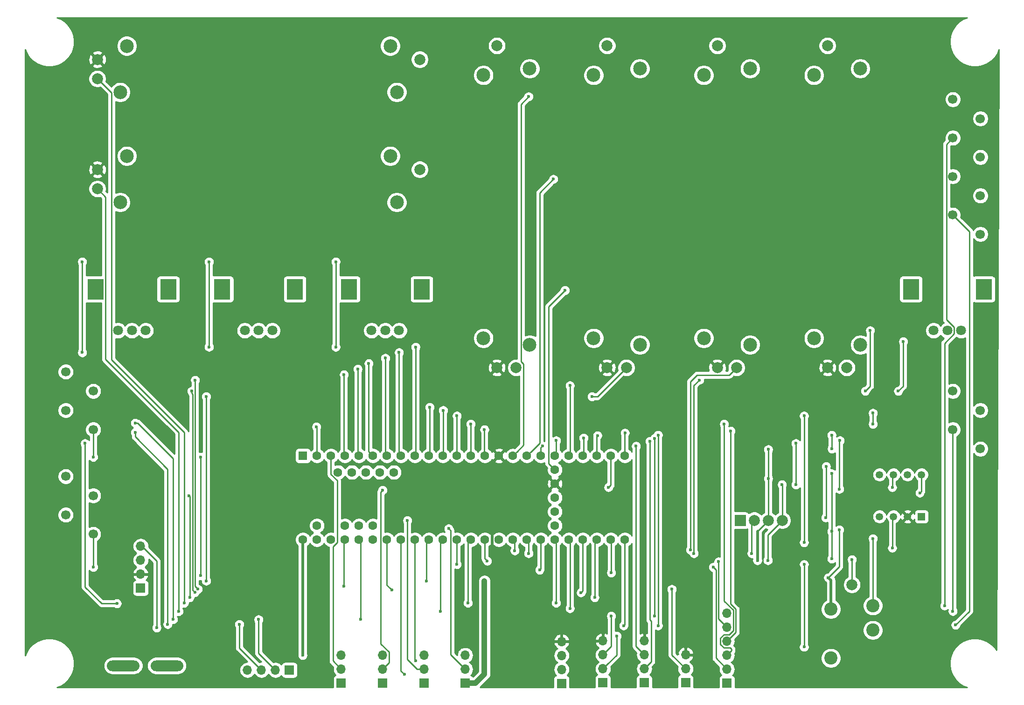
<source format=gbr>
G04 #@! TF.GenerationSoftware,KiCad,Pcbnew,5.1.2-f72e74a~84~ubuntu18.04.1*
G04 #@! TF.CreationDate,2019-07-06T16:20:52-06:00*
G04 #@! TF.ProjectId,colordance_mini,636f6c6f-7264-4616-9e63-655f6d696e69,rev?*
G04 #@! TF.SameCoordinates,Original*
G04 #@! TF.FileFunction,Copper,L1,Top*
G04 #@! TF.FilePolarity,Positive*
%FSLAX46Y46*%
G04 Gerber Fmt 4.6, Leading zero omitted, Abs format (unit mm)*
G04 Created by KiCad (PCBNEW 5.1.2-f72e74a~84~ubuntu18.04.1) date 2019-07-06 16:20:52*
%MOMM*%
%LPD*%
G04 APERTURE LIST*
%ADD10C,1.700000*%
%ADD11R,1.700000X1.700000*%
%ADD12O,1.700000X1.700000*%
%ADD13C,2.000000*%
%ADD14C,2.500000*%
%ADD15R,3.000000X3.700000*%
%ADD16C,1.800000*%
%ADD17R,2.000000X2.000000*%
%ADD18R,1.350000X1.350000*%
%ADD19C,1.350000*%
%ADD20C,2.400000*%
%ADD21C,1.600000*%
%ADD22R,1.600000X1.600000*%
%ADD23O,5.930000X1.970000*%
%ADD24C,0.600000*%
%ADD25C,1.000000*%
%ADD26C,0.250000*%
%ADD27C,1.000000*%
%ADD28C,0.500000*%
%ADD29C,0.254000*%
G04 APERTURE END LIST*
D10*
X196000000Y-80000000D03*
X191000000Y-76500000D03*
X196000000Y-73000000D03*
X191000000Y-69500000D03*
X196000000Y-66000000D03*
X196000000Y-59000000D03*
X191000000Y-62500000D03*
X191000000Y-55500000D03*
D11*
X43600000Y-144300000D03*
D12*
X43600000Y-141760000D03*
X43600000Y-139220000D03*
X43600000Y-136680000D03*
D11*
X142500000Y-161500000D03*
D12*
X142500000Y-158960000D03*
X142500000Y-156420000D03*
D10*
X30000000Y-124000000D03*
X35000000Y-127500000D03*
X30000000Y-131000000D03*
X35000000Y-134500000D03*
X30000000Y-105000000D03*
X35000000Y-108500000D03*
X30000000Y-112000000D03*
X35000000Y-115500000D03*
X196000000Y-119000000D03*
X191000000Y-115500000D03*
X196000000Y-112000000D03*
X191000000Y-108500000D03*
D11*
X150000000Y-161580000D03*
D12*
X150000000Y-159040000D03*
X150000000Y-156500000D03*
X150000000Y-153960000D03*
X150000000Y-151420000D03*
X150000000Y-148880000D03*
D11*
X120000000Y-161620000D03*
D12*
X120000000Y-159080000D03*
X120000000Y-156540000D03*
X120000000Y-154000000D03*
D11*
X127500000Y-161500000D03*
D12*
X127500000Y-158960000D03*
X127500000Y-156420000D03*
X127500000Y-153880000D03*
D11*
X80000000Y-161580000D03*
D12*
X80000000Y-159040000D03*
X80000000Y-156500000D03*
D11*
X95000000Y-161580000D03*
D12*
X95000000Y-159040000D03*
X95000000Y-156500000D03*
D11*
X87500000Y-161580000D03*
D12*
X87500000Y-159040000D03*
X87500000Y-156500000D03*
D11*
X102500000Y-161580000D03*
D12*
X102500000Y-159040000D03*
X102500000Y-156500000D03*
D11*
X135000000Y-161500000D03*
D12*
X135000000Y-158960000D03*
X135000000Y-156420000D03*
X135000000Y-153880000D03*
D13*
X108250000Y-45750000D03*
X111750000Y-104250000D03*
D14*
X105800000Y-51100000D03*
X105800000Y-98900000D03*
X114200000Y-49900000D03*
X114200000Y-100100000D03*
D13*
X108250000Y-104250000D03*
X128250000Y-45750000D03*
X131750000Y-104250000D03*
D14*
X125800000Y-51100000D03*
X125800000Y-98900000D03*
X134200000Y-49900000D03*
X134200000Y-100100000D03*
D13*
X128250000Y-104250000D03*
X94250000Y-48250000D03*
X35750000Y-51750000D03*
D14*
X88900000Y-45800000D03*
X41100000Y-45800000D03*
X90100000Y-54200000D03*
X39900000Y-54200000D03*
D13*
X35750000Y-48250000D03*
X94250000Y-68250000D03*
X35750000Y-71750000D03*
D14*
X88900000Y-65800000D03*
X41100000Y-65800000D03*
X90100000Y-74200000D03*
X39900000Y-74200000D03*
D13*
X35750000Y-68250000D03*
X148250000Y-45750000D03*
X151750000Y-104250000D03*
D14*
X145800000Y-51100000D03*
X145800000Y-98900000D03*
X154200000Y-49900000D03*
X154200000Y-100100000D03*
D13*
X148250000Y-104250000D03*
X168250000Y-45750000D03*
X171750000Y-104250000D03*
D14*
X165800000Y-51100000D03*
X165800000Y-98900000D03*
X174200000Y-49900000D03*
X174200000Y-100100000D03*
D13*
X168250000Y-104250000D03*
D15*
X35400000Y-90000000D03*
X48600000Y-90000000D03*
D16*
X42000000Y-97500000D03*
X39500000Y-97500000D03*
X44500000Y-97500000D03*
D15*
X58400000Y-90000000D03*
X71600000Y-90000000D03*
D16*
X65000000Y-97500000D03*
X62500000Y-97500000D03*
X67500000Y-97500000D03*
D15*
X81400000Y-90000000D03*
X94600000Y-90000000D03*
D16*
X88000000Y-97500000D03*
X85500000Y-97500000D03*
X90500000Y-97500000D03*
D15*
X183400000Y-90000000D03*
X196600000Y-90000000D03*
D16*
X190000000Y-97500000D03*
X187500000Y-97500000D03*
X192500000Y-97500000D03*
D17*
X152420000Y-132000000D03*
D13*
X154960000Y-132000000D03*
X157500000Y-132000000D03*
X160040000Y-132000000D03*
D18*
X185310000Y-131310000D03*
D19*
X182770000Y-131310000D03*
X180230000Y-131310000D03*
X177690000Y-131310000D03*
X177690000Y-123690000D03*
X180230000Y-123690000D03*
X182770000Y-123690000D03*
X185310000Y-123690000D03*
D13*
X172690000Y-143685000D03*
D20*
X168880000Y-148135000D03*
X176500000Y-147500000D03*
X168880000Y-157025000D03*
X176500000Y-151945000D03*
D21*
X113700000Y-120260000D03*
X116240000Y-120260000D03*
X118780000Y-120260000D03*
X121320000Y-120260000D03*
X111160000Y-120260000D03*
X108620000Y-120260000D03*
X106080000Y-120260000D03*
X123860000Y-120260000D03*
X126400000Y-120260000D03*
X128940000Y-120260000D03*
X131480000Y-120260000D03*
X118780000Y-122800000D03*
X118780000Y-125340000D03*
X118780000Y-127880000D03*
X118780000Y-130420000D03*
X118780000Y-132960000D03*
X131480000Y-135500000D03*
X128940000Y-135500000D03*
X126400000Y-135500000D03*
X123860000Y-135500000D03*
X121320000Y-135500000D03*
X118780000Y-135500000D03*
X116240000Y-135500000D03*
X113700000Y-135500000D03*
X103540000Y-120260000D03*
X101000000Y-120260000D03*
X98460000Y-120260000D03*
X95920000Y-120260000D03*
X93380000Y-120260000D03*
X90840000Y-120260000D03*
X88300000Y-120260000D03*
X85760000Y-120260000D03*
X83220000Y-120260000D03*
X80680000Y-120260000D03*
X78140000Y-120260000D03*
X75600000Y-120260000D03*
D22*
X73060000Y-120260000D03*
D21*
X111160000Y-135500000D03*
X108620000Y-135500000D03*
X106080000Y-135500000D03*
X103540000Y-135500000D03*
X101000000Y-135500000D03*
X98460000Y-135500000D03*
X95920000Y-135500000D03*
X93380000Y-135500000D03*
X90840000Y-135500000D03*
X88300000Y-135500000D03*
X85760000Y-135500000D03*
X83220000Y-135500000D03*
X80680000Y-135500000D03*
X78140000Y-135500000D03*
X75600000Y-135500000D03*
X73060000Y-135500000D03*
X75600000Y-132960000D03*
X80680000Y-132960000D03*
X83220000Y-132960000D03*
X85760000Y-132960000D03*
X79410000Y-123260000D03*
X81950000Y-123260000D03*
X84490000Y-123260000D03*
X87030000Y-123260000D03*
X89570000Y-123260000D03*
D11*
X70600000Y-159200000D03*
D12*
X68060000Y-159200000D03*
X65520000Y-159200000D03*
X62980000Y-159200000D03*
D23*
X48350000Y-158400000D03*
X40450000Y-158400000D03*
D24*
X80500000Y-105500000D03*
X169000000Y-116500000D03*
X169050000Y-119000000D03*
X176500000Y-114500000D03*
X176500000Y-112500000D03*
D25*
X106000000Y-143000000D03*
D24*
X85000000Y-103500000D03*
X83000000Y-104500000D03*
X33000000Y-101500000D03*
X33000000Y-85000000D03*
X88000000Y-102500000D03*
X56000000Y-100500000D03*
X56000000Y-85000000D03*
X90500000Y-101500000D03*
X96049990Y-111450010D03*
X185000000Y-127000000D03*
X160000000Y-125500000D03*
X162500000Y-118000000D03*
X162500000Y-125500000D03*
X157434588Y-139277576D03*
X93500000Y-100500000D03*
X79000000Y-100500000D03*
X79000000Y-85000000D03*
X98500000Y-112000000D03*
X142500000Y-149000000D03*
X111000000Y-157099989D03*
X178000000Y-108500000D03*
X74000000Y-93000000D03*
X51000000Y-93000000D03*
X28000000Y-90000000D03*
X172000000Y-108500000D03*
X172500000Y-119000000D03*
X111000000Y-154000000D03*
X65000000Y-150000000D03*
X49500000Y-150000000D03*
X42600000Y-114299999D03*
X61500000Y-150874990D03*
X48500000Y-150874990D03*
X42600002Y-116000000D03*
X154500000Y-138000000D03*
X164000000Y-140000000D03*
X164000000Y-155000000D03*
X33500000Y-118000000D03*
X39300000Y-147100000D03*
X73000000Y-156500000D03*
X131500000Y-116125010D03*
X75500000Y-115000000D03*
X169000000Y-123500000D03*
X172700000Y-139100000D03*
X169000000Y-134000000D03*
X169000000Y-139000000D03*
X167900000Y-131500000D03*
X168000000Y-122200000D03*
X176500000Y-135300000D03*
X83500000Y-150000000D03*
X191500000Y-151000000D03*
X118500000Y-70000000D03*
X119000000Y-147000000D03*
X189500000Y-147500000D03*
X114000000Y-55000000D03*
X131245546Y-151125010D03*
X46500000Y-151500000D03*
X89156275Y-144625010D03*
X140000000Y-144500000D03*
X52500000Y-146000000D03*
X126000000Y-146000000D03*
X52374990Y-127500000D03*
X116000000Y-141000000D03*
X35000000Y-140500000D03*
X53434306Y-145065694D03*
X52874990Y-108500000D03*
X123500000Y-145125010D03*
X129000000Y-141500000D03*
X54500000Y-142000000D03*
X54500000Y-120500000D03*
X35000000Y-120500000D03*
X121500000Y-148000000D03*
X191000000Y-148500000D03*
X121500000Y-107500000D03*
X101000000Y-140000000D03*
X147500000Y-140500000D03*
X103500000Y-114500000D03*
X149500000Y-114500000D03*
X150694046Y-115776122D03*
X106000000Y-115500000D03*
X106500000Y-139374990D03*
X148500000Y-139500000D03*
X91500000Y-160000000D03*
X93500000Y-157500000D03*
X126500000Y-116575021D03*
X137500000Y-151125010D03*
X130000000Y-153000000D03*
X137500000Y-116500000D03*
X124000000Y-117000000D03*
X136874990Y-117125010D03*
X136874990Y-149374990D03*
X129000000Y-149374990D03*
X92000000Y-132000000D03*
X128500000Y-126000000D03*
X87500000Y-126500000D03*
X99500000Y-133500000D03*
X136000000Y-117625010D03*
X119000000Y-117500000D03*
X133500000Y-118500000D03*
X116500000Y-118500000D03*
X175100000Y-108500000D03*
X176000000Y-97500000D03*
X181100000Y-108500000D03*
X182000000Y-99500000D03*
X180000000Y-137000000D03*
X101000000Y-113000000D03*
X164000000Y-113000000D03*
X164000000Y-136000000D03*
X180000000Y-126000000D03*
X170500000Y-117500000D03*
X170405000Y-126325000D03*
X80500000Y-144000000D03*
X54000000Y-144500000D03*
X53500000Y-106500000D03*
X95500000Y-143000000D03*
X55500000Y-143000000D03*
X55500000Y-109500000D03*
X125500000Y-109500000D03*
X103000000Y-147000000D03*
X51500000Y-147000000D03*
X50500000Y-148525010D03*
X98000000Y-148500000D03*
X143374990Y-137374990D03*
X111500000Y-137500000D03*
X114000000Y-138000000D03*
X144000000Y-138000000D03*
X145000000Y-106500000D03*
X157500000Y-124400000D03*
X157500000Y-119100000D03*
X170400000Y-133700000D03*
X168400000Y-142400000D03*
X155534588Y-139277576D03*
X120600000Y-90200000D03*
D26*
X80500000Y-105500000D02*
X80500000Y-120080000D01*
X80500000Y-120080000D02*
X80680000Y-120260000D01*
X169050000Y-119000000D02*
X169050000Y-116550000D01*
X169050000Y-116550000D02*
X169000000Y-116500000D01*
X176500000Y-112500000D02*
X176500000Y-114500000D01*
D27*
X102500000Y-161580000D02*
X104350000Y-161580000D01*
X104350000Y-161580000D02*
X106000000Y-159930000D01*
X106000000Y-159930000D02*
X106000000Y-143000000D01*
D26*
X85000000Y-103500000D02*
X85000000Y-119500000D01*
X85000000Y-119500000D02*
X85760000Y-120260000D01*
X83000000Y-104500000D02*
X83000000Y-120040000D01*
X83000000Y-120040000D02*
X83220000Y-120260000D01*
X33000000Y-85000000D02*
X33000000Y-101500000D01*
X88000000Y-102500000D02*
X88000000Y-119960000D01*
X88000000Y-119960000D02*
X88300000Y-120260000D01*
X56000000Y-85000000D02*
X56000000Y-100500000D01*
X90500000Y-101500000D02*
X90500000Y-119920000D01*
X90500000Y-119920000D02*
X90840000Y-120260000D01*
X96049990Y-111450010D02*
X96049990Y-120130010D01*
X96049990Y-120130010D02*
X95920000Y-120260000D01*
X185000000Y-127000000D02*
X185310000Y-126690000D01*
X185310000Y-126690000D02*
X185310000Y-123690000D01*
X160040000Y-132000000D02*
X160040000Y-125540000D01*
X160040000Y-125540000D02*
X160000000Y-125500000D01*
X162500000Y-125500000D02*
X162500000Y-118000000D01*
X160040000Y-132000000D02*
X157434588Y-134605412D01*
X157434588Y-134605412D02*
X157434588Y-139277576D01*
X93500000Y-100500000D02*
X93500000Y-120140000D01*
X93500000Y-120140000D02*
X93380000Y-120260000D01*
X79000000Y-85000000D02*
X79000000Y-100500000D01*
X98500000Y-112000000D02*
X98500000Y-120220000D01*
X98500000Y-120220000D02*
X98460000Y-120260000D01*
D28*
X108620000Y-120260000D02*
X107369999Y-121510001D01*
X107369999Y-121510001D02*
X107369999Y-137369999D01*
D26*
X142500000Y-156420000D02*
X142500000Y-149000000D01*
X111000000Y-154000000D02*
X111000000Y-157099989D01*
X42600000Y-114299999D02*
X43050000Y-114299999D01*
X43050000Y-114299999D02*
X49500000Y-120749999D01*
X49500000Y-120749999D02*
X49500000Y-150000000D01*
X65000000Y-156140000D02*
X68060000Y-159200000D01*
X65000000Y-150000000D02*
X65000000Y-156140000D01*
X48500000Y-150450726D02*
X48500000Y-150874990D01*
X42600002Y-116800000D02*
X48500000Y-122699998D01*
X48500000Y-122699998D02*
X48500000Y-150450726D01*
X42600002Y-116000000D02*
X42600002Y-116800000D01*
X61500000Y-155180000D02*
X65520000Y-159200000D01*
X61500000Y-150874990D02*
X61500000Y-155180000D01*
X154500000Y-138000000D02*
X154500000Y-132460000D01*
X154500000Y-132460000D02*
X154960000Y-132000000D01*
X164000000Y-155000000D02*
X164000000Y-140000000D01*
D28*
X73000000Y-152500000D02*
X73000000Y-156500000D01*
X73000000Y-152500000D02*
X73000000Y-135560000D01*
X73000000Y-135560000D02*
X73060000Y-135500000D01*
D26*
X39300000Y-147100000D02*
X36500000Y-147100000D01*
X36500000Y-147100000D02*
X33500000Y-144100000D01*
X33500000Y-144100000D02*
X33500000Y-118000000D01*
X131480000Y-116145010D02*
X131500000Y-116125010D01*
X131480000Y-120260000D02*
X131480000Y-116145010D01*
X75600000Y-120260000D02*
X75600000Y-115100000D01*
X75600000Y-115100000D02*
X75500000Y-115000000D01*
X169000000Y-134000000D02*
X169000000Y-123500000D01*
X172700000Y-139100000D02*
X172700000Y-143675000D01*
X172700000Y-143675000D02*
X172690000Y-143685000D01*
X169000000Y-139000000D02*
X169000000Y-134000000D01*
X168000000Y-122200000D02*
X168000000Y-131400000D01*
X168000000Y-131400000D02*
X167900000Y-131500000D01*
X176500000Y-147500000D02*
X176500000Y-135300000D01*
X83500000Y-150000000D02*
X83500000Y-135780000D01*
X83500000Y-135780000D02*
X83220000Y-135500000D01*
X191000000Y-76500000D02*
X194000000Y-79500000D01*
X194000000Y-79500000D02*
X194000000Y-148500000D01*
X194000000Y-148500000D02*
X191500000Y-151000000D01*
X116000000Y-72500000D02*
X116000000Y-117960000D01*
X116000000Y-117960000D02*
X114499999Y-119460001D01*
X114499999Y-119460001D02*
X113700000Y-120260000D01*
X118500000Y-70000000D02*
X116000000Y-72500000D01*
X119000000Y-147000000D02*
X119000000Y-135720000D01*
X119000000Y-135720000D02*
X118780000Y-135500000D01*
X191000000Y-62500000D02*
X189824999Y-63675001D01*
X189824999Y-63675001D02*
X189824999Y-95511997D01*
X189824999Y-95511997D02*
X191225001Y-96911999D01*
X191225001Y-96911999D02*
X191225001Y-98088001D01*
X191225001Y-98088001D02*
X189500000Y-99813002D01*
X189500000Y-99813002D02*
X189500000Y-147500000D01*
X114000000Y-55000000D02*
X112624999Y-56375001D01*
X112624999Y-56375001D02*
X112624999Y-103163997D01*
X112624999Y-103163997D02*
X113075001Y-103613999D01*
X113075001Y-103613999D02*
X113075001Y-118344999D01*
X113075001Y-118344999D02*
X111959999Y-119460001D01*
X111959999Y-119460001D02*
X111160000Y-120260000D01*
X131480000Y-135500000D02*
X131480000Y-150890556D01*
X131480000Y-150890556D02*
X131245546Y-151125010D01*
X44000000Y-136880000D02*
X46500000Y-139380000D01*
X46500000Y-139380000D02*
X46500000Y-151500000D01*
X88300000Y-143768735D02*
X88856276Y-144325011D01*
X88300000Y-135500000D02*
X88300000Y-143768735D01*
X88856276Y-144325011D02*
X89156275Y-144625010D01*
X142500000Y-158960000D02*
X140000000Y-156460000D01*
X140000000Y-156460000D02*
X140000000Y-144500000D01*
X52500000Y-127625010D02*
X52374990Y-127500000D01*
X126000000Y-135900000D02*
X126400000Y-135500000D01*
X126000000Y-146000000D02*
X126000000Y-135900000D01*
X52500000Y-146000000D02*
X52500000Y-127625010D01*
X116240000Y-135500000D02*
X116240000Y-140760000D01*
X116240000Y-140760000D02*
X116000000Y-141000000D01*
X35000000Y-140500000D02*
X35000000Y-134500000D01*
X53134307Y-144765695D02*
X53434306Y-145065694D01*
X52874990Y-108924264D02*
X53000000Y-109049274D01*
X53000000Y-109049274D02*
X53000000Y-144631388D01*
X52874990Y-108500000D02*
X52874990Y-108924264D01*
X53000000Y-144631388D02*
X53134307Y-144765695D01*
X123860000Y-135500000D02*
X123860000Y-144765010D01*
X123860000Y-144765010D02*
X123799999Y-144825011D01*
X123799999Y-144825011D02*
X123500000Y-145125010D01*
X129000000Y-141500000D02*
X129000000Y-135560000D01*
X129000000Y-135560000D02*
X128940000Y-135500000D01*
X54500000Y-120500000D02*
X54500000Y-142000000D01*
X35000000Y-115500000D02*
X35000000Y-120500000D01*
X121500000Y-148000000D02*
X121500000Y-135680000D01*
X121500000Y-135680000D02*
X121320000Y-135500000D01*
X191000000Y-115500000D02*
X191000000Y-148500000D01*
X121500000Y-107500000D02*
X121500000Y-120080000D01*
X121500000Y-120080000D02*
X121320000Y-120260000D01*
X101000000Y-140000000D02*
X101000000Y-135500000D01*
X150000000Y-159040000D02*
X148000000Y-157040000D01*
X148000000Y-157040000D02*
X148000000Y-141000000D01*
X148000000Y-141000000D02*
X147500000Y-140500000D01*
X103500000Y-114500000D02*
X103500000Y-120220000D01*
X103500000Y-120220000D02*
X103540000Y-120260000D01*
X148824999Y-154524001D02*
X148824999Y-153395999D01*
X148824999Y-153395999D02*
X149435999Y-152784999D01*
X150000000Y-156500000D02*
X150849999Y-155650001D01*
X149435999Y-152784999D02*
X150374003Y-152784999D01*
X150849999Y-155650001D02*
X150849999Y-155420999D01*
X150849999Y-155420999D02*
X150564001Y-155135001D01*
X149435999Y-155135001D02*
X148824999Y-154524001D01*
X150564001Y-155135001D02*
X149435999Y-155135001D01*
X150374003Y-152784999D02*
X151175001Y-151984001D01*
X151175001Y-151984001D02*
X151175001Y-148315999D01*
X151175001Y-148315999D02*
X149500000Y-146640998D01*
X149500000Y-146640998D02*
X149500000Y-114500000D01*
X150000000Y-153960000D02*
X151625012Y-152334988D01*
X151625012Y-148129599D02*
X150694046Y-147198633D01*
X150694046Y-147198633D02*
X150694046Y-116200386D01*
X150694046Y-116200386D02*
X150694046Y-115776122D01*
X151625012Y-152334988D02*
X151625012Y-148129599D01*
X106000000Y-115500000D02*
X106000000Y-120180000D01*
X106000000Y-120180000D02*
X106080000Y-120260000D01*
X106080000Y-138954990D02*
X106200001Y-139074991D01*
X106080000Y-135500000D02*
X106080000Y-138954990D01*
X106200001Y-139074991D02*
X106500000Y-139374990D01*
X150000000Y-151420000D02*
X148500000Y-149920000D01*
X148500000Y-149920000D02*
X148500000Y-139500000D01*
X90840000Y-135500000D02*
X90840000Y-159340000D01*
X90840000Y-159340000D02*
X91500000Y-160000000D01*
X90500000Y-135840000D02*
X90840000Y-135500000D01*
X93380000Y-157380000D02*
X93500000Y-157500000D01*
X93380000Y-135500000D02*
X93380000Y-157380000D01*
X93000000Y-135880000D02*
X93380000Y-135500000D01*
X126400000Y-120260000D02*
X126400000Y-116675021D01*
X126400000Y-116675021D02*
X126500000Y-116575021D01*
X137500000Y-116500000D02*
X137500000Y-151125010D01*
X130000000Y-153000000D02*
X130000000Y-156460000D01*
X130000000Y-156460000D02*
X128349999Y-158110001D01*
X128349999Y-158110001D02*
X127500000Y-158960000D01*
X124000000Y-120120000D02*
X123860000Y-120260000D01*
X124000000Y-117000000D02*
X124000000Y-120120000D01*
X129000000Y-154920000D02*
X129000000Y-149799254D01*
X127500000Y-156420000D02*
X129000000Y-154920000D01*
X129000000Y-149799254D02*
X129000000Y-149374990D01*
X136874990Y-117125010D02*
X136874990Y-117549274D01*
X136874990Y-117549274D02*
X136874990Y-149374990D01*
X80000000Y-159040000D02*
X78500000Y-157540000D01*
X78500000Y-157540000D02*
X78500000Y-136805002D01*
X78500000Y-136805002D02*
X79265001Y-136040001D01*
X79265001Y-136040001D02*
X79265001Y-124780003D01*
X78140000Y-123655002D02*
X78140000Y-121391370D01*
X79265001Y-124780003D02*
X78140000Y-123655002D01*
X78140000Y-121391370D02*
X78140000Y-120260000D01*
X92000000Y-157242081D02*
X92000000Y-132424264D01*
X93797919Y-159040000D02*
X92000000Y-157242081D01*
X95000000Y-159040000D02*
X93797919Y-159040000D01*
X92000000Y-132424264D02*
X92000000Y-132000000D01*
X128500000Y-126000000D02*
X128940000Y-125560000D01*
X128940000Y-125560000D02*
X128940000Y-120260000D01*
X87500000Y-159040000D02*
X88675001Y-157864999D01*
X88675001Y-157864999D02*
X88675001Y-155935999D01*
X88675001Y-155935999D02*
X87174999Y-154435997D01*
X87174999Y-154435997D02*
X87174999Y-126825001D01*
X87174999Y-126825001D02*
X87500000Y-126500000D01*
X102500000Y-159040000D02*
X99874999Y-156414999D01*
X99874999Y-156414999D02*
X99874999Y-133874999D01*
X99874999Y-133874999D02*
X99500000Y-133500000D01*
X136299999Y-150350013D02*
X136000000Y-150050014D01*
X136000000Y-150050014D02*
X136000000Y-118049274D01*
X136000000Y-118049274D02*
X136000000Y-117625010D01*
X135000000Y-158960000D02*
X136299999Y-157660001D01*
X136299999Y-157660001D02*
X136299999Y-150350013D01*
X119000000Y-117500000D02*
X119000000Y-120040000D01*
X119000000Y-120040000D02*
X118780000Y-120260000D01*
X133500000Y-154920000D02*
X135000000Y-156420000D01*
X133500000Y-118500000D02*
X133500000Y-154920000D01*
X116240000Y-120260000D02*
X116240000Y-118760000D01*
X116240000Y-118760000D02*
X116500000Y-118500000D01*
X176000000Y-97500000D02*
X176000000Y-107600000D01*
X176000000Y-107600000D02*
X175100000Y-108500000D01*
X182000000Y-99500000D02*
X182000000Y-107600000D01*
X182000000Y-107600000D02*
X181100000Y-108500000D01*
X180000000Y-137000000D02*
X180000000Y-131540000D01*
X180000000Y-131540000D02*
X180230000Y-131310000D01*
X101000000Y-113000000D02*
X101000000Y-120260000D01*
X164000000Y-136000000D02*
X164000000Y-113000000D01*
X180000000Y-126000000D02*
X180000000Y-123920000D01*
X180000000Y-123920000D02*
X180230000Y-123690000D01*
X170405000Y-126325000D02*
X170405000Y-117595000D01*
X170405000Y-117595000D02*
X170500000Y-117500000D01*
X80500000Y-144000000D02*
X80500000Y-135680000D01*
X80500000Y-135680000D02*
X80680000Y-135500000D01*
X53500000Y-106500000D02*
X53500000Y-144000000D01*
X53500000Y-144000000D02*
X54000000Y-144500000D01*
X55500000Y-142575736D02*
X55500000Y-143000000D01*
X55500000Y-109500000D02*
X55500000Y-142575736D01*
X95500000Y-143000000D02*
X95500000Y-135920000D01*
X95500000Y-135920000D02*
X95920000Y-135500000D01*
X131750000Y-104250000D02*
X126500000Y-109500000D01*
X126500000Y-109500000D02*
X125500000Y-109500000D01*
X103000000Y-147000000D02*
X103000000Y-136040000D01*
X103000000Y-136040000D02*
X103540000Y-135500000D01*
X38274999Y-102774999D02*
X51500000Y-116000000D01*
X51500000Y-116000000D02*
X51500000Y-147000000D01*
X35750000Y-51750000D02*
X38274999Y-54274999D01*
X38274999Y-54274999D02*
X38274999Y-102774999D01*
X50500000Y-148100746D02*
X50500000Y-148525010D01*
X37225001Y-102725001D02*
X50500000Y-116000000D01*
X37225001Y-73225001D02*
X37225001Y-102725001D01*
X50500000Y-116000000D02*
X50500000Y-148100746D01*
X35750000Y-71750000D02*
X37225001Y-73225001D01*
X98000000Y-148500000D02*
X98000000Y-135960000D01*
X98000000Y-135960000D02*
X98460000Y-135500000D01*
X143374990Y-136950726D02*
X143374990Y-137374990D01*
X144575001Y-105575001D02*
X143374990Y-106775012D01*
X150424999Y-105575001D02*
X144575001Y-105575001D01*
X151750000Y-104250000D02*
X150424999Y-105575001D01*
X143374990Y-106775012D02*
X143374990Y-136950726D01*
X111500000Y-137500000D02*
X111500000Y-135840000D01*
X111500000Y-135840000D02*
X111160000Y-135500000D01*
X114000000Y-138000000D02*
X114000000Y-135800000D01*
X114000000Y-135800000D02*
X113700000Y-135500000D01*
X145000000Y-106500000D02*
X144000000Y-107500000D01*
X144000000Y-107500000D02*
X144000000Y-138000000D01*
X157500000Y-119100000D02*
X157500000Y-124400000D01*
X157500000Y-132000000D02*
X157500000Y-119100000D01*
X168400000Y-142400000D02*
X170400000Y-140400000D01*
X170400000Y-140400000D02*
X170400000Y-133700000D01*
D28*
X168880000Y-148135000D02*
X168880000Y-142880000D01*
X168880000Y-142880000D02*
X168400000Y-142400000D01*
D26*
X157500000Y-132000000D02*
X155534588Y-133965412D01*
D28*
X155534588Y-133965412D02*
X155534588Y-139277576D01*
D26*
X117654999Y-121674999D02*
X117980001Y-122000001D01*
X117654999Y-93145001D02*
X117654999Y-121674999D01*
X117980001Y-122000001D02*
X118780000Y-122800000D01*
X120600000Y-90200000D02*
X117654999Y-93145001D01*
D29*
G36*
X192831978Y-40943915D02*
G01*
X192082333Y-41444812D01*
X191444812Y-42082333D01*
X190943915Y-42831978D01*
X190598892Y-43664938D01*
X190423000Y-44549205D01*
X190423000Y-45450795D01*
X190598892Y-46335062D01*
X190943915Y-47168022D01*
X191444812Y-47917667D01*
X192082333Y-48555188D01*
X192831978Y-49056085D01*
X193664938Y-49401108D01*
X194549205Y-49577000D01*
X195450795Y-49577000D01*
X196335062Y-49401108D01*
X197168022Y-49056085D01*
X197917667Y-48555188D01*
X198555188Y-47917667D01*
X199056085Y-47168022D01*
X199348564Y-46461914D01*
X198901276Y-155600290D01*
X198555188Y-155082333D01*
X197917667Y-154444812D01*
X197168022Y-153943915D01*
X196335062Y-153598892D01*
X195450795Y-153423000D01*
X194549205Y-153423000D01*
X193664938Y-153598892D01*
X192831978Y-153943915D01*
X192082333Y-154444812D01*
X191444812Y-155082333D01*
X190943915Y-155831978D01*
X190598892Y-156664938D01*
X190423000Y-157549205D01*
X190423000Y-158450795D01*
X190598892Y-159335062D01*
X190943915Y-160168022D01*
X191444812Y-160917667D01*
X192082333Y-161555188D01*
X192831978Y-162056085D01*
X193597079Y-162373000D01*
X151488072Y-162373000D01*
X151488072Y-160730000D01*
X151475812Y-160605518D01*
X151439502Y-160485820D01*
X151380537Y-160375506D01*
X151301185Y-160278815D01*
X151204494Y-160199463D01*
X151094180Y-160140498D01*
X151025313Y-160119607D01*
X151055134Y-160095134D01*
X151240706Y-159869014D01*
X151378599Y-159611034D01*
X151463513Y-159331111D01*
X151492185Y-159040000D01*
X151463513Y-158748889D01*
X151378599Y-158468966D01*
X151240706Y-158210986D01*
X151055134Y-157984866D01*
X150829014Y-157799294D01*
X150774209Y-157770000D01*
X150829014Y-157740706D01*
X151055134Y-157555134D01*
X151240706Y-157329014D01*
X151378599Y-157071034D01*
X151447387Y-156844268D01*
X167045000Y-156844268D01*
X167045000Y-157205732D01*
X167115518Y-157560250D01*
X167253844Y-157894199D01*
X167454662Y-158194744D01*
X167710256Y-158450338D01*
X168010801Y-158651156D01*
X168344750Y-158789482D01*
X168699268Y-158860000D01*
X169060732Y-158860000D01*
X169415250Y-158789482D01*
X169749199Y-158651156D01*
X170049744Y-158450338D01*
X170305338Y-158194744D01*
X170506156Y-157894199D01*
X170644482Y-157560250D01*
X170715000Y-157205732D01*
X170715000Y-156844268D01*
X170644482Y-156489750D01*
X170506156Y-156155801D01*
X170305338Y-155855256D01*
X170049744Y-155599662D01*
X169749199Y-155398844D01*
X169415250Y-155260518D01*
X169060732Y-155190000D01*
X168699268Y-155190000D01*
X168344750Y-155260518D01*
X168010801Y-155398844D01*
X167710256Y-155599662D01*
X167454662Y-155855256D01*
X167253844Y-156155801D01*
X167115518Y-156489750D01*
X167045000Y-156844268D01*
X151447387Y-156844268D01*
X151463513Y-156791111D01*
X151492185Y-156500000D01*
X151463513Y-156208889D01*
X151439490Y-156129698D01*
X151441086Y-156127754D01*
X151484973Y-156074278D01*
X151555545Y-155942248D01*
X151573213Y-155884003D01*
X151599002Y-155798987D01*
X151609999Y-155687334D01*
X151609999Y-155687325D01*
X151613675Y-155650002D01*
X151609999Y-155612679D01*
X151609999Y-155458321D01*
X151613675Y-155420998D01*
X151609999Y-155383675D01*
X151609999Y-155383667D01*
X151599002Y-155272014D01*
X151555545Y-155128753D01*
X151484973Y-154996723D01*
X151390000Y-154880998D01*
X151360996Y-154857195D01*
X151258857Y-154755056D01*
X151378599Y-154531034D01*
X151463513Y-154251111D01*
X151492185Y-153960000D01*
X151463513Y-153668889D01*
X151440797Y-153594005D01*
X152136016Y-152898786D01*
X152165013Y-152874989D01*
X152227705Y-152798599D01*
X152259986Y-152759265D01*
X152330558Y-152627235D01*
X152351402Y-152558519D01*
X152374015Y-152483974D01*
X152385012Y-152372321D01*
X152385012Y-152372311D01*
X152388688Y-152334989D01*
X152385012Y-152297666D01*
X152385012Y-148166924D01*
X152388688Y-148129599D01*
X152385012Y-148092274D01*
X152385012Y-148092266D01*
X152374015Y-147980613D01*
X152330558Y-147837352D01*
X152259986Y-147705323D01*
X152165013Y-147589598D01*
X152136015Y-147565800D01*
X151454046Y-146883832D01*
X151454046Y-133638072D01*
X153420000Y-133638072D01*
X153544482Y-133625812D01*
X153664180Y-133589502D01*
X153740001Y-133548974D01*
X153740000Y-137454464D01*
X153671414Y-137557111D01*
X153600932Y-137727271D01*
X153565000Y-137907911D01*
X153565000Y-138092089D01*
X153600932Y-138272729D01*
X153671414Y-138442889D01*
X153773738Y-138596028D01*
X153903972Y-138726262D01*
X154057111Y-138828586D01*
X154227271Y-138899068D01*
X154407911Y-138935000D01*
X154592089Y-138935000D01*
X154649589Y-138923562D01*
X154649589Y-138970881D01*
X154635520Y-139004847D01*
X154599588Y-139185487D01*
X154599588Y-139369665D01*
X154635520Y-139550305D01*
X154706002Y-139720465D01*
X154808326Y-139873604D01*
X154938560Y-140003838D01*
X155091699Y-140106162D01*
X155261859Y-140176644D01*
X155442499Y-140212576D01*
X155626677Y-140212576D01*
X155807317Y-140176644D01*
X155977477Y-140106162D01*
X156130616Y-140003838D01*
X156260850Y-139873604D01*
X156363174Y-139720465D01*
X156433656Y-139550305D01*
X156469588Y-139369665D01*
X156469588Y-139185487D01*
X156433656Y-139004847D01*
X156419588Y-138970884D01*
X156419588Y-134155213D01*
X157008624Y-133566177D01*
X157023088Y-133572168D01*
X157331654Y-133633545D01*
X156923591Y-134041608D01*
X156894587Y-134065411D01*
X156869461Y-134096028D01*
X156799614Y-134181136D01*
X156758712Y-134257658D01*
X156729042Y-134313166D01*
X156685585Y-134456427D01*
X156674588Y-134568080D01*
X156674588Y-134568090D01*
X156670912Y-134605412D01*
X156674588Y-134642735D01*
X156674589Y-138732039D01*
X156606002Y-138834687D01*
X156535520Y-139004847D01*
X156499588Y-139185487D01*
X156499588Y-139369665D01*
X156535520Y-139550305D01*
X156606002Y-139720465D01*
X156708326Y-139873604D01*
X156838560Y-140003838D01*
X156991699Y-140106162D01*
X157161859Y-140176644D01*
X157342499Y-140212576D01*
X157526677Y-140212576D01*
X157707317Y-140176644D01*
X157877477Y-140106162D01*
X158030616Y-140003838D01*
X158126543Y-139907911D01*
X163065000Y-139907911D01*
X163065000Y-140092089D01*
X163100932Y-140272729D01*
X163171414Y-140442889D01*
X163240001Y-140545537D01*
X163240000Y-154454465D01*
X163171414Y-154557111D01*
X163100932Y-154727271D01*
X163065000Y-154907911D01*
X163065000Y-155092089D01*
X163100932Y-155272729D01*
X163171414Y-155442889D01*
X163273738Y-155596028D01*
X163403972Y-155726262D01*
X163557111Y-155828586D01*
X163727271Y-155899068D01*
X163907911Y-155935000D01*
X164092089Y-155935000D01*
X164272729Y-155899068D01*
X164442889Y-155828586D01*
X164596028Y-155726262D01*
X164726262Y-155596028D01*
X164828586Y-155442889D01*
X164899068Y-155272729D01*
X164935000Y-155092089D01*
X164935000Y-154907911D01*
X164899068Y-154727271D01*
X164828586Y-154557111D01*
X164760000Y-154454465D01*
X164760000Y-151764268D01*
X174665000Y-151764268D01*
X174665000Y-152125732D01*
X174735518Y-152480250D01*
X174873844Y-152814199D01*
X175074662Y-153114744D01*
X175330256Y-153370338D01*
X175630801Y-153571156D01*
X175964750Y-153709482D01*
X176319268Y-153780000D01*
X176680732Y-153780000D01*
X177035250Y-153709482D01*
X177369199Y-153571156D01*
X177669744Y-153370338D01*
X177925338Y-153114744D01*
X178126156Y-152814199D01*
X178264482Y-152480250D01*
X178335000Y-152125732D01*
X178335000Y-151764268D01*
X178264482Y-151409750D01*
X178126156Y-151075801D01*
X177925338Y-150775256D01*
X177669744Y-150519662D01*
X177369199Y-150318844D01*
X177035250Y-150180518D01*
X176680732Y-150110000D01*
X176319268Y-150110000D01*
X175964750Y-150180518D01*
X175630801Y-150318844D01*
X175330256Y-150519662D01*
X175074662Y-150775256D01*
X174873844Y-151075801D01*
X174735518Y-151409750D01*
X174665000Y-151764268D01*
X164760000Y-151764268D01*
X164760000Y-140545535D01*
X164828586Y-140442889D01*
X164899068Y-140272729D01*
X164935000Y-140092089D01*
X164935000Y-139907911D01*
X164899068Y-139727271D01*
X164828586Y-139557111D01*
X164726262Y-139403972D01*
X164596028Y-139273738D01*
X164442889Y-139171414D01*
X164272729Y-139100932D01*
X164092089Y-139065000D01*
X163907911Y-139065000D01*
X163727271Y-139100932D01*
X163557111Y-139171414D01*
X163403972Y-139273738D01*
X163273738Y-139403972D01*
X163171414Y-139557111D01*
X163100932Y-139727271D01*
X163065000Y-139907911D01*
X158126543Y-139907911D01*
X158160850Y-139873604D01*
X158263174Y-139720465D01*
X158333656Y-139550305D01*
X158369588Y-139369665D01*
X158369588Y-139185487D01*
X158333656Y-139004847D01*
X158263174Y-138834687D01*
X158194588Y-138732041D01*
X158194588Y-134920213D01*
X159548625Y-133566177D01*
X159563088Y-133572168D01*
X159878967Y-133635000D01*
X160201033Y-133635000D01*
X160516912Y-133572168D01*
X160814463Y-133448918D01*
X161082252Y-133269987D01*
X161309987Y-133042252D01*
X161488918Y-132774463D01*
X161612168Y-132476912D01*
X161675000Y-132161033D01*
X161675000Y-131838967D01*
X161612168Y-131523088D01*
X161488918Y-131225537D01*
X161309987Y-130957748D01*
X161082252Y-130730013D01*
X160814463Y-130551082D01*
X160800000Y-130545091D01*
X160800000Y-125985671D01*
X160828586Y-125942889D01*
X160899068Y-125772729D01*
X160935000Y-125592089D01*
X160935000Y-125407911D01*
X160899068Y-125227271D01*
X160828586Y-125057111D01*
X160726262Y-124903972D01*
X160596028Y-124773738D01*
X160442889Y-124671414D01*
X160272729Y-124600932D01*
X160092089Y-124565000D01*
X159907911Y-124565000D01*
X159727271Y-124600932D01*
X159557111Y-124671414D01*
X159403972Y-124773738D01*
X159273738Y-124903972D01*
X159171414Y-125057111D01*
X159100932Y-125227271D01*
X159065000Y-125407911D01*
X159065000Y-125592089D01*
X159100932Y-125772729D01*
X159171414Y-125942889D01*
X159273738Y-126096028D01*
X159280001Y-126102291D01*
X159280000Y-130545091D01*
X159265537Y-130551082D01*
X158997748Y-130730013D01*
X158770013Y-130957748D01*
X158770000Y-130957767D01*
X158769987Y-130957748D01*
X158542252Y-130730013D01*
X158274463Y-130551082D01*
X158260000Y-130545091D01*
X158260000Y-124945535D01*
X158328586Y-124842889D01*
X158399068Y-124672729D01*
X158435000Y-124492089D01*
X158435000Y-124307911D01*
X158399068Y-124127271D01*
X158328586Y-123957111D01*
X158260000Y-123854465D01*
X158260000Y-119645535D01*
X158328586Y-119542889D01*
X158399068Y-119372729D01*
X158435000Y-119192089D01*
X158435000Y-119007911D01*
X158399068Y-118827271D01*
X158328586Y-118657111D01*
X158226262Y-118503972D01*
X158096028Y-118373738D01*
X157942889Y-118271414D01*
X157772729Y-118200932D01*
X157592089Y-118165000D01*
X157407911Y-118165000D01*
X157227271Y-118200932D01*
X157057111Y-118271414D01*
X156903972Y-118373738D01*
X156773738Y-118503972D01*
X156671414Y-118657111D01*
X156600932Y-118827271D01*
X156565000Y-119007911D01*
X156565000Y-119192089D01*
X156600932Y-119372729D01*
X156671414Y-119542889D01*
X156740000Y-119645536D01*
X156740001Y-121757111D01*
X156740001Y-123854464D01*
X156671414Y-123957111D01*
X156600932Y-124127271D01*
X156565000Y-124307911D01*
X156565000Y-124492089D01*
X156600932Y-124672729D01*
X156671414Y-124842889D01*
X156740001Y-124945536D01*
X156740000Y-130545091D01*
X156725537Y-130551082D01*
X156457748Y-130730013D01*
X156230013Y-130957748D01*
X156230000Y-130957767D01*
X156229987Y-130957748D01*
X156002252Y-130730013D01*
X155734463Y-130551082D01*
X155436912Y-130427832D01*
X155121033Y-130365000D01*
X154798967Y-130365000D01*
X154483088Y-130427832D01*
X154185537Y-130551082D01*
X153975191Y-130691630D01*
X153950537Y-130645506D01*
X153871185Y-130548815D01*
X153774494Y-130469463D01*
X153664180Y-130410498D01*
X153544482Y-130374188D01*
X153420000Y-130361928D01*
X151454046Y-130361928D01*
X151454046Y-117907911D01*
X161565000Y-117907911D01*
X161565000Y-118092089D01*
X161600932Y-118272729D01*
X161671414Y-118442889D01*
X161740001Y-118545537D01*
X161740000Y-124954464D01*
X161671414Y-125057111D01*
X161600932Y-125227271D01*
X161565000Y-125407911D01*
X161565000Y-125592089D01*
X161600932Y-125772729D01*
X161671414Y-125942889D01*
X161773738Y-126096028D01*
X161903972Y-126226262D01*
X162057111Y-126328586D01*
X162227271Y-126399068D01*
X162407911Y-126435000D01*
X162592089Y-126435000D01*
X162772729Y-126399068D01*
X162942889Y-126328586D01*
X163096028Y-126226262D01*
X163226262Y-126096028D01*
X163240000Y-126075467D01*
X163240000Y-135454465D01*
X163171414Y-135557111D01*
X163100932Y-135727271D01*
X163065000Y-135907911D01*
X163065000Y-136092089D01*
X163100932Y-136272729D01*
X163171414Y-136442889D01*
X163273738Y-136596028D01*
X163403972Y-136726262D01*
X163557111Y-136828586D01*
X163727271Y-136899068D01*
X163907911Y-136935000D01*
X164092089Y-136935000D01*
X164272729Y-136899068D01*
X164442889Y-136828586D01*
X164596028Y-136726262D01*
X164726262Y-136596028D01*
X164828586Y-136442889D01*
X164899068Y-136272729D01*
X164935000Y-136092089D01*
X164935000Y-135907911D01*
X164899068Y-135727271D01*
X164828586Y-135557111D01*
X164760000Y-135454465D01*
X164760000Y-131407911D01*
X166965000Y-131407911D01*
X166965000Y-131592089D01*
X167000932Y-131772729D01*
X167071414Y-131942889D01*
X167173738Y-132096028D01*
X167303972Y-132226262D01*
X167457111Y-132328586D01*
X167627271Y-132399068D01*
X167807911Y-132435000D01*
X167992089Y-132435000D01*
X168172729Y-132399068D01*
X168240000Y-132371204D01*
X168240000Y-133454465D01*
X168171414Y-133557111D01*
X168100932Y-133727271D01*
X168065000Y-133907911D01*
X168065000Y-134092089D01*
X168100932Y-134272729D01*
X168171414Y-134442889D01*
X168240001Y-134545537D01*
X168240000Y-138454464D01*
X168171414Y-138557111D01*
X168100932Y-138727271D01*
X168065000Y-138907911D01*
X168065000Y-139092089D01*
X168100932Y-139272729D01*
X168171414Y-139442889D01*
X168273738Y-139596028D01*
X168403972Y-139726262D01*
X168557111Y-139828586D01*
X168727271Y-139899068D01*
X168907911Y-139935000D01*
X169092089Y-139935000D01*
X169272729Y-139899068D01*
X169442889Y-139828586D01*
X169596028Y-139726262D01*
X169640000Y-139682290D01*
X169640000Y-140085198D01*
X168248352Y-141476847D01*
X168127271Y-141500932D01*
X167957111Y-141571414D01*
X167803972Y-141673738D01*
X167673738Y-141803972D01*
X167571414Y-141957111D01*
X167500932Y-142127271D01*
X167465000Y-142307911D01*
X167465000Y-142492089D01*
X167500932Y-142672729D01*
X167571414Y-142842889D01*
X167673738Y-142996028D01*
X167803972Y-143126262D01*
X167957111Y-143228586D01*
X167991077Y-143242655D01*
X167995001Y-143246579D01*
X167995000Y-146519402D01*
X167710256Y-146709662D01*
X167454662Y-146965256D01*
X167253844Y-147265801D01*
X167115518Y-147599750D01*
X167045000Y-147954268D01*
X167045000Y-148315732D01*
X167115518Y-148670250D01*
X167253844Y-149004199D01*
X167454662Y-149304744D01*
X167710256Y-149560338D01*
X168010801Y-149761156D01*
X168344750Y-149899482D01*
X168699268Y-149970000D01*
X169060732Y-149970000D01*
X169415250Y-149899482D01*
X169749199Y-149761156D01*
X170049744Y-149560338D01*
X170305338Y-149304744D01*
X170506156Y-149004199D01*
X170644482Y-148670250D01*
X170715000Y-148315732D01*
X170715000Y-147954268D01*
X170644482Y-147599750D01*
X170528303Y-147319268D01*
X174665000Y-147319268D01*
X174665000Y-147680732D01*
X174735518Y-148035250D01*
X174873844Y-148369199D01*
X175074662Y-148669744D01*
X175330256Y-148925338D01*
X175630801Y-149126156D01*
X175964750Y-149264482D01*
X176319268Y-149335000D01*
X176680732Y-149335000D01*
X177035250Y-149264482D01*
X177369199Y-149126156D01*
X177669744Y-148925338D01*
X177925338Y-148669744D01*
X178126156Y-148369199D01*
X178264482Y-148035250D01*
X178335000Y-147680732D01*
X178335000Y-147319268D01*
X178264482Y-146964750D01*
X178126156Y-146630801D01*
X177925338Y-146330256D01*
X177669744Y-146074662D01*
X177369199Y-145873844D01*
X177260000Y-145828612D01*
X177260000Y-135845535D01*
X177328586Y-135742889D01*
X177399068Y-135572729D01*
X177435000Y-135392089D01*
X177435000Y-135207911D01*
X177399068Y-135027271D01*
X177328586Y-134857111D01*
X177226262Y-134703972D01*
X177096028Y-134573738D01*
X176942889Y-134471414D01*
X176772729Y-134400932D01*
X176592089Y-134365000D01*
X176407911Y-134365000D01*
X176227271Y-134400932D01*
X176057111Y-134471414D01*
X175903972Y-134573738D01*
X175773738Y-134703972D01*
X175671414Y-134857111D01*
X175600932Y-135027271D01*
X175565000Y-135207911D01*
X175565000Y-135392089D01*
X175600932Y-135572729D01*
X175671414Y-135742889D01*
X175740001Y-135845537D01*
X175740000Y-145828612D01*
X175630801Y-145873844D01*
X175330256Y-146074662D01*
X175074662Y-146330256D01*
X174873844Y-146630801D01*
X174735518Y-146964750D01*
X174665000Y-147319268D01*
X170528303Y-147319268D01*
X170506156Y-147265801D01*
X170305338Y-146965256D01*
X170049744Y-146709662D01*
X169765000Y-146519402D01*
X169765000Y-143523967D01*
X171055000Y-143523967D01*
X171055000Y-143846033D01*
X171117832Y-144161912D01*
X171241082Y-144459463D01*
X171420013Y-144727252D01*
X171647748Y-144954987D01*
X171915537Y-145133918D01*
X172213088Y-145257168D01*
X172528967Y-145320000D01*
X172851033Y-145320000D01*
X173166912Y-145257168D01*
X173464463Y-145133918D01*
X173732252Y-144954987D01*
X173959987Y-144727252D01*
X174138918Y-144459463D01*
X174262168Y-144161912D01*
X174325000Y-143846033D01*
X174325000Y-143523967D01*
X174262168Y-143208088D01*
X174138918Y-142910537D01*
X173959987Y-142642748D01*
X173732252Y-142415013D01*
X173464463Y-142236082D01*
X173460000Y-142234233D01*
X173460000Y-139645535D01*
X173528586Y-139542889D01*
X173599068Y-139372729D01*
X173635000Y-139192089D01*
X173635000Y-139007911D01*
X173599068Y-138827271D01*
X173528586Y-138657111D01*
X173426262Y-138503972D01*
X173296028Y-138373738D01*
X173142889Y-138271414D01*
X172972729Y-138200932D01*
X172792089Y-138165000D01*
X172607911Y-138165000D01*
X172427271Y-138200932D01*
X172257111Y-138271414D01*
X172103972Y-138373738D01*
X171973738Y-138503972D01*
X171871414Y-138657111D01*
X171800932Y-138827271D01*
X171765000Y-139007911D01*
X171765000Y-139192089D01*
X171800932Y-139372729D01*
X171871414Y-139542889D01*
X171940000Y-139645536D01*
X171940001Y-142225949D01*
X171915537Y-142236082D01*
X171647748Y-142415013D01*
X171420013Y-142642748D01*
X171241082Y-142910537D01*
X171117832Y-143208088D01*
X171055000Y-143523967D01*
X169765000Y-143523967D01*
X169765000Y-142923469D01*
X169769281Y-142880000D01*
X169765000Y-142836531D01*
X169765000Y-142836523D01*
X169752195Y-142706510D01*
X169747868Y-142692246D01*
X169701589Y-142539686D01*
X169641224Y-142426751D01*
X169619411Y-142385941D01*
X169560564Y-142314237D01*
X170911004Y-140963798D01*
X170940001Y-140940001D01*
X171013031Y-140851014D01*
X171034974Y-140824277D01*
X171105546Y-140692247D01*
X171108195Y-140683513D01*
X171149003Y-140548986D01*
X171160000Y-140437333D01*
X171160000Y-140437324D01*
X171163676Y-140400001D01*
X171160000Y-140362678D01*
X171160000Y-134245535D01*
X171228586Y-134142889D01*
X171299068Y-133972729D01*
X171335000Y-133792089D01*
X171335000Y-133607911D01*
X171299068Y-133427271D01*
X171228586Y-133257111D01*
X171126262Y-133103972D01*
X170996028Y-132973738D01*
X170842889Y-132871414D01*
X170672729Y-132800932D01*
X170492089Y-132765000D01*
X170307911Y-132765000D01*
X170127271Y-132800932D01*
X169957111Y-132871414D01*
X169803972Y-132973738D01*
X169760000Y-133017710D01*
X169760000Y-131180976D01*
X176380000Y-131180976D01*
X176380000Y-131439024D01*
X176430342Y-131692113D01*
X176529093Y-131930518D01*
X176672456Y-132145077D01*
X176854923Y-132327544D01*
X177069482Y-132470907D01*
X177307887Y-132569658D01*
X177560976Y-132620000D01*
X177819024Y-132620000D01*
X178072113Y-132569658D01*
X178310518Y-132470907D01*
X178525077Y-132327544D01*
X178707544Y-132145077D01*
X178850907Y-131930518D01*
X178949658Y-131692113D01*
X178960000Y-131640120D01*
X178970342Y-131692113D01*
X179069093Y-131930518D01*
X179212456Y-132145077D01*
X179240001Y-132172622D01*
X179240000Y-136454464D01*
X179171414Y-136557111D01*
X179100932Y-136727271D01*
X179065000Y-136907911D01*
X179065000Y-137092089D01*
X179100932Y-137272729D01*
X179171414Y-137442889D01*
X179273738Y-137596028D01*
X179403972Y-137726262D01*
X179557111Y-137828586D01*
X179727271Y-137899068D01*
X179907911Y-137935000D01*
X180092089Y-137935000D01*
X180272729Y-137899068D01*
X180442889Y-137828586D01*
X180596028Y-137726262D01*
X180726262Y-137596028D01*
X180828586Y-137442889D01*
X180899068Y-137272729D01*
X180935000Y-137092089D01*
X180935000Y-136907911D01*
X180899068Y-136727271D01*
X180828586Y-136557111D01*
X180760000Y-136454465D01*
X180760000Y-132508401D01*
X180850518Y-132470907D01*
X181065077Y-132327544D01*
X181179221Y-132213400D01*
X182046205Y-132213400D01*
X182102630Y-132444621D01*
X182336808Y-132553017D01*
X182587633Y-132613645D01*
X182845465Y-132624174D01*
X183100398Y-132584200D01*
X183342633Y-132495259D01*
X183437370Y-132444621D01*
X183493795Y-132213400D01*
X182770000Y-131489605D01*
X182046205Y-132213400D01*
X181179221Y-132213400D01*
X181247544Y-132145077D01*
X181390907Y-131930518D01*
X181489658Y-131692113D01*
X181498488Y-131647720D01*
X181584741Y-131882633D01*
X181635379Y-131977370D01*
X181866600Y-132033795D01*
X182590395Y-131310000D01*
X182949605Y-131310000D01*
X183673400Y-132033795D01*
X183904621Y-131977370D01*
X183996928Y-131777951D01*
X183996928Y-131985000D01*
X184009188Y-132109482D01*
X184045498Y-132229180D01*
X184104463Y-132339494D01*
X184183815Y-132436185D01*
X184280506Y-132515537D01*
X184390820Y-132574502D01*
X184510518Y-132610812D01*
X184635000Y-132623072D01*
X185985000Y-132623072D01*
X186109482Y-132610812D01*
X186229180Y-132574502D01*
X186339494Y-132515537D01*
X186436185Y-132436185D01*
X186515537Y-132339494D01*
X186574502Y-132229180D01*
X186610812Y-132109482D01*
X186623072Y-131985000D01*
X186623072Y-130635000D01*
X186610812Y-130510518D01*
X186574502Y-130390820D01*
X186515537Y-130280506D01*
X186436185Y-130183815D01*
X186339494Y-130104463D01*
X186229180Y-130045498D01*
X186109482Y-130009188D01*
X185985000Y-129996928D01*
X184635000Y-129996928D01*
X184510518Y-130009188D01*
X184390820Y-130045498D01*
X184280506Y-130104463D01*
X184183815Y-130183815D01*
X184104463Y-130280506D01*
X184045498Y-130390820D01*
X184009188Y-130510518D01*
X183996928Y-130635000D01*
X183996928Y-130850854D01*
X183955259Y-130737367D01*
X183904621Y-130642630D01*
X183673400Y-130586205D01*
X182949605Y-131310000D01*
X182590395Y-131310000D01*
X181866600Y-130586205D01*
X181635379Y-130642630D01*
X181526983Y-130876808D01*
X181500934Y-130984576D01*
X181489658Y-130927887D01*
X181390907Y-130689482D01*
X181247544Y-130474923D01*
X181179221Y-130406600D01*
X182046205Y-130406600D01*
X182770000Y-131130395D01*
X183493795Y-130406600D01*
X183437370Y-130175379D01*
X183203192Y-130066983D01*
X182952367Y-130006355D01*
X182694535Y-129995826D01*
X182439602Y-130035800D01*
X182197367Y-130124741D01*
X182102630Y-130175379D01*
X182046205Y-130406600D01*
X181179221Y-130406600D01*
X181065077Y-130292456D01*
X180850518Y-130149093D01*
X180612113Y-130050342D01*
X180359024Y-130000000D01*
X180100976Y-130000000D01*
X179847887Y-130050342D01*
X179609482Y-130149093D01*
X179394923Y-130292456D01*
X179212456Y-130474923D01*
X179069093Y-130689482D01*
X178970342Y-130927887D01*
X178960000Y-130979880D01*
X178949658Y-130927887D01*
X178850907Y-130689482D01*
X178707544Y-130474923D01*
X178525077Y-130292456D01*
X178310518Y-130149093D01*
X178072113Y-130050342D01*
X177819024Y-130000000D01*
X177560976Y-130000000D01*
X177307887Y-130050342D01*
X177069482Y-130149093D01*
X176854923Y-130292456D01*
X176672456Y-130474923D01*
X176529093Y-130689482D01*
X176430342Y-130927887D01*
X176380000Y-131180976D01*
X169760000Y-131180976D01*
X169760000Y-127002290D01*
X169808972Y-127051262D01*
X169962111Y-127153586D01*
X170132271Y-127224068D01*
X170312911Y-127260000D01*
X170497089Y-127260000D01*
X170677729Y-127224068D01*
X170847889Y-127153586D01*
X171001028Y-127051262D01*
X171131262Y-126921028D01*
X171233586Y-126767889D01*
X171304068Y-126597729D01*
X171340000Y-126417089D01*
X171340000Y-126232911D01*
X171304068Y-126052271D01*
X171233586Y-125882111D01*
X171165000Y-125779465D01*
X171165000Y-123560976D01*
X176380000Y-123560976D01*
X176380000Y-123819024D01*
X176430342Y-124072113D01*
X176529093Y-124310518D01*
X176672456Y-124525077D01*
X176854923Y-124707544D01*
X177069482Y-124850907D01*
X177307887Y-124949658D01*
X177560976Y-125000000D01*
X177819024Y-125000000D01*
X178072113Y-124949658D01*
X178310518Y-124850907D01*
X178525077Y-124707544D01*
X178707544Y-124525077D01*
X178850907Y-124310518D01*
X178949658Y-124072113D01*
X178960000Y-124020120D01*
X178970342Y-124072113D01*
X179069093Y-124310518D01*
X179212456Y-124525077D01*
X179240001Y-124552622D01*
X179240000Y-125454464D01*
X179171414Y-125557111D01*
X179100932Y-125727271D01*
X179065000Y-125907911D01*
X179065000Y-126092089D01*
X179100932Y-126272729D01*
X179171414Y-126442889D01*
X179273738Y-126596028D01*
X179403972Y-126726262D01*
X179557111Y-126828586D01*
X179727271Y-126899068D01*
X179907911Y-126935000D01*
X180092089Y-126935000D01*
X180272729Y-126899068D01*
X180442889Y-126828586D01*
X180596028Y-126726262D01*
X180726262Y-126596028D01*
X180828586Y-126442889D01*
X180899068Y-126272729D01*
X180935000Y-126092089D01*
X180935000Y-125907911D01*
X180899068Y-125727271D01*
X180828586Y-125557111D01*
X180760000Y-125454465D01*
X180760000Y-124888401D01*
X180850518Y-124850907D01*
X181065077Y-124707544D01*
X181247544Y-124525077D01*
X181390907Y-124310518D01*
X181489658Y-124072113D01*
X181500000Y-124020120D01*
X181510342Y-124072113D01*
X181609093Y-124310518D01*
X181752456Y-124525077D01*
X181934923Y-124707544D01*
X182149482Y-124850907D01*
X182387887Y-124949658D01*
X182640976Y-125000000D01*
X182899024Y-125000000D01*
X183152113Y-124949658D01*
X183390518Y-124850907D01*
X183605077Y-124707544D01*
X183787544Y-124525077D01*
X183930907Y-124310518D01*
X184029658Y-124072113D01*
X184040000Y-124020120D01*
X184050342Y-124072113D01*
X184149093Y-124310518D01*
X184292456Y-124525077D01*
X184474923Y-124707544D01*
X184550001Y-124757709D01*
X184550000Y-126176165D01*
X184403972Y-126273738D01*
X184273738Y-126403972D01*
X184171414Y-126557111D01*
X184100932Y-126727271D01*
X184065000Y-126907911D01*
X184065000Y-127092089D01*
X184100932Y-127272729D01*
X184171414Y-127442889D01*
X184273738Y-127596028D01*
X184403972Y-127726262D01*
X184557111Y-127828586D01*
X184727271Y-127899068D01*
X184907911Y-127935000D01*
X185092089Y-127935000D01*
X185272729Y-127899068D01*
X185442889Y-127828586D01*
X185596028Y-127726262D01*
X185726262Y-127596028D01*
X185828586Y-127442889D01*
X185899068Y-127272729D01*
X185925984Y-127137416D01*
X185944974Y-127114276D01*
X186015546Y-126982247D01*
X186059003Y-126838986D01*
X186070000Y-126727333D01*
X186070000Y-126727324D01*
X186073676Y-126690001D01*
X186070000Y-126652678D01*
X186070000Y-124757709D01*
X186145077Y-124707544D01*
X186327544Y-124525077D01*
X186470907Y-124310518D01*
X186569658Y-124072113D01*
X186620000Y-123819024D01*
X186620000Y-123560976D01*
X186569658Y-123307887D01*
X186470907Y-123069482D01*
X186327544Y-122854923D01*
X186145077Y-122672456D01*
X185930518Y-122529093D01*
X185692113Y-122430342D01*
X185439024Y-122380000D01*
X185180976Y-122380000D01*
X184927887Y-122430342D01*
X184689482Y-122529093D01*
X184474923Y-122672456D01*
X184292456Y-122854923D01*
X184149093Y-123069482D01*
X184050342Y-123307887D01*
X184040000Y-123359880D01*
X184029658Y-123307887D01*
X183930907Y-123069482D01*
X183787544Y-122854923D01*
X183605077Y-122672456D01*
X183390518Y-122529093D01*
X183152113Y-122430342D01*
X182899024Y-122380000D01*
X182640976Y-122380000D01*
X182387887Y-122430342D01*
X182149482Y-122529093D01*
X181934923Y-122672456D01*
X181752456Y-122854923D01*
X181609093Y-123069482D01*
X181510342Y-123307887D01*
X181500000Y-123359880D01*
X181489658Y-123307887D01*
X181390907Y-123069482D01*
X181247544Y-122854923D01*
X181065077Y-122672456D01*
X180850518Y-122529093D01*
X180612113Y-122430342D01*
X180359024Y-122380000D01*
X180100976Y-122380000D01*
X179847887Y-122430342D01*
X179609482Y-122529093D01*
X179394923Y-122672456D01*
X179212456Y-122854923D01*
X179069093Y-123069482D01*
X178970342Y-123307887D01*
X178960000Y-123359880D01*
X178949658Y-123307887D01*
X178850907Y-123069482D01*
X178707544Y-122854923D01*
X178525077Y-122672456D01*
X178310518Y-122529093D01*
X178072113Y-122430342D01*
X177819024Y-122380000D01*
X177560976Y-122380000D01*
X177307887Y-122430342D01*
X177069482Y-122529093D01*
X176854923Y-122672456D01*
X176672456Y-122854923D01*
X176529093Y-123069482D01*
X176430342Y-123307887D01*
X176380000Y-123560976D01*
X171165000Y-123560976D01*
X171165000Y-118157290D01*
X171226262Y-118096028D01*
X171328586Y-117942889D01*
X171399068Y-117772729D01*
X171435000Y-117592089D01*
X171435000Y-117407911D01*
X171399068Y-117227271D01*
X171328586Y-117057111D01*
X171226262Y-116903972D01*
X171096028Y-116773738D01*
X170942889Y-116671414D01*
X170772729Y-116600932D01*
X170592089Y-116565000D01*
X170407911Y-116565000D01*
X170227271Y-116600932D01*
X170057111Y-116671414D01*
X169903972Y-116773738D01*
X169894887Y-116782823D01*
X169899068Y-116772729D01*
X169935000Y-116592089D01*
X169935000Y-116407911D01*
X169899068Y-116227271D01*
X169828586Y-116057111D01*
X169726262Y-115903972D01*
X169596028Y-115773738D01*
X169442889Y-115671414D01*
X169272729Y-115600932D01*
X169092089Y-115565000D01*
X168907911Y-115565000D01*
X168727271Y-115600932D01*
X168557111Y-115671414D01*
X168403972Y-115773738D01*
X168273738Y-115903972D01*
X168171414Y-116057111D01*
X168100932Y-116227271D01*
X168065000Y-116407911D01*
X168065000Y-116592089D01*
X168100932Y-116772729D01*
X168171414Y-116942889D01*
X168273738Y-117096028D01*
X168290001Y-117112291D01*
X168290000Y-118454464D01*
X168221414Y-118557111D01*
X168150932Y-118727271D01*
X168115000Y-118907911D01*
X168115000Y-119092089D01*
X168150932Y-119272729D01*
X168221414Y-119442889D01*
X168323738Y-119596028D01*
X168453972Y-119726262D01*
X168607111Y-119828586D01*
X168777271Y-119899068D01*
X168957911Y-119935000D01*
X169142089Y-119935000D01*
X169322729Y-119899068D01*
X169492889Y-119828586D01*
X169645001Y-119726948D01*
X169645000Y-122822710D01*
X169596028Y-122773738D01*
X169442889Y-122671414D01*
X169272729Y-122600932D01*
X169092089Y-122565000D01*
X168907911Y-122565000D01*
X168856623Y-122575202D01*
X168899068Y-122472729D01*
X168935000Y-122292089D01*
X168935000Y-122107911D01*
X168899068Y-121927271D01*
X168828586Y-121757111D01*
X168726262Y-121603972D01*
X168596028Y-121473738D01*
X168442889Y-121371414D01*
X168272729Y-121300932D01*
X168092089Y-121265000D01*
X167907911Y-121265000D01*
X167727271Y-121300932D01*
X167557111Y-121371414D01*
X167403972Y-121473738D01*
X167273738Y-121603972D01*
X167171414Y-121757111D01*
X167100932Y-121927271D01*
X167065000Y-122107911D01*
X167065000Y-122292089D01*
X167100932Y-122472729D01*
X167171414Y-122642889D01*
X167240000Y-122745536D01*
X167240001Y-130837709D01*
X167173738Y-130903972D01*
X167071414Y-131057111D01*
X167000932Y-131227271D01*
X166965000Y-131407911D01*
X164760000Y-131407911D01*
X164760000Y-113545535D01*
X164828586Y-113442889D01*
X164899068Y-113272729D01*
X164935000Y-113092089D01*
X164935000Y-112907911D01*
X164899068Y-112727271D01*
X164828586Y-112557111D01*
X164728894Y-112407911D01*
X175565000Y-112407911D01*
X175565000Y-112592089D01*
X175600932Y-112772729D01*
X175671414Y-112942889D01*
X175740000Y-113045536D01*
X175740001Y-113954464D01*
X175671414Y-114057111D01*
X175600932Y-114227271D01*
X175565000Y-114407911D01*
X175565000Y-114592089D01*
X175600932Y-114772729D01*
X175671414Y-114942889D01*
X175773738Y-115096028D01*
X175903972Y-115226262D01*
X176057111Y-115328586D01*
X176227271Y-115399068D01*
X176407911Y-115435000D01*
X176592089Y-115435000D01*
X176772729Y-115399068D01*
X176942889Y-115328586D01*
X177096028Y-115226262D01*
X177226262Y-115096028D01*
X177328586Y-114942889D01*
X177399068Y-114772729D01*
X177435000Y-114592089D01*
X177435000Y-114407911D01*
X177399068Y-114227271D01*
X177328586Y-114057111D01*
X177260000Y-113954465D01*
X177260000Y-113045535D01*
X177328586Y-112942889D01*
X177399068Y-112772729D01*
X177435000Y-112592089D01*
X177435000Y-112407911D01*
X177399068Y-112227271D01*
X177328586Y-112057111D01*
X177226262Y-111903972D01*
X177096028Y-111773738D01*
X176942889Y-111671414D01*
X176772729Y-111600932D01*
X176592089Y-111565000D01*
X176407911Y-111565000D01*
X176227271Y-111600932D01*
X176057111Y-111671414D01*
X175903972Y-111773738D01*
X175773738Y-111903972D01*
X175671414Y-112057111D01*
X175600932Y-112227271D01*
X175565000Y-112407911D01*
X164728894Y-112407911D01*
X164726262Y-112403972D01*
X164596028Y-112273738D01*
X164442889Y-112171414D01*
X164272729Y-112100932D01*
X164092089Y-112065000D01*
X163907911Y-112065000D01*
X163727271Y-112100932D01*
X163557111Y-112171414D01*
X163403972Y-112273738D01*
X163273738Y-112403972D01*
X163171414Y-112557111D01*
X163100932Y-112727271D01*
X163065000Y-112907911D01*
X163065000Y-113092089D01*
X163100932Y-113272729D01*
X163171414Y-113442889D01*
X163240001Y-113545537D01*
X163240001Y-117424534D01*
X163226262Y-117403972D01*
X163096028Y-117273738D01*
X162942889Y-117171414D01*
X162772729Y-117100932D01*
X162592089Y-117065000D01*
X162407911Y-117065000D01*
X162227271Y-117100932D01*
X162057111Y-117171414D01*
X161903972Y-117273738D01*
X161773738Y-117403972D01*
X161671414Y-117557111D01*
X161600932Y-117727271D01*
X161565000Y-117907911D01*
X151454046Y-117907911D01*
X151454046Y-116321657D01*
X151522632Y-116219011D01*
X151593114Y-116048851D01*
X151629046Y-115868211D01*
X151629046Y-115684033D01*
X151593114Y-115503393D01*
X151522632Y-115333233D01*
X151420308Y-115180094D01*
X151290074Y-115049860D01*
X151136935Y-114947536D01*
X150966775Y-114877054D01*
X150786135Y-114841122D01*
X150601957Y-114841122D01*
X150421317Y-114877054D01*
X150342298Y-114909784D01*
X150399068Y-114772729D01*
X150435000Y-114592089D01*
X150435000Y-114407911D01*
X150399068Y-114227271D01*
X150328586Y-114057111D01*
X150226262Y-113903972D01*
X150096028Y-113773738D01*
X149942889Y-113671414D01*
X149772729Y-113600932D01*
X149592089Y-113565000D01*
X149407911Y-113565000D01*
X149227271Y-113600932D01*
X149057111Y-113671414D01*
X148903972Y-113773738D01*
X148773738Y-113903972D01*
X148671414Y-114057111D01*
X148600932Y-114227271D01*
X148565000Y-114407911D01*
X148565000Y-114592089D01*
X148600932Y-114772729D01*
X148671414Y-114942889D01*
X148740001Y-115045537D01*
X148740000Y-138594422D01*
X148592089Y-138565000D01*
X148407911Y-138565000D01*
X148227271Y-138600932D01*
X148057111Y-138671414D01*
X147903972Y-138773738D01*
X147773738Y-138903972D01*
X147671414Y-139057111D01*
X147600932Y-139227271D01*
X147565000Y-139407911D01*
X147565000Y-139565000D01*
X147407911Y-139565000D01*
X147227271Y-139600932D01*
X147057111Y-139671414D01*
X146903972Y-139773738D01*
X146773738Y-139903972D01*
X146671414Y-140057111D01*
X146600932Y-140227271D01*
X146565000Y-140407911D01*
X146565000Y-140592089D01*
X146600932Y-140772729D01*
X146671414Y-140942889D01*
X146773738Y-141096028D01*
X146903972Y-141226262D01*
X147057111Y-141328586D01*
X147227271Y-141399068D01*
X147240001Y-141401600D01*
X147240000Y-157002678D01*
X147236324Y-157040000D01*
X147240000Y-157077322D01*
X147240000Y-157077332D01*
X147250997Y-157188985D01*
X147291221Y-157321589D01*
X147294454Y-157332246D01*
X147365026Y-157464276D01*
X147391461Y-157496487D01*
X147459999Y-157580001D01*
X147489003Y-157603804D01*
X148559203Y-158674005D01*
X148536487Y-158748889D01*
X148507815Y-159040000D01*
X148536487Y-159331111D01*
X148621401Y-159611034D01*
X148759294Y-159869014D01*
X148944866Y-160095134D01*
X148974687Y-160119607D01*
X148905820Y-160140498D01*
X148795506Y-160199463D01*
X148698815Y-160278815D01*
X148619463Y-160375506D01*
X148560498Y-160485820D01*
X148524188Y-160605518D01*
X148511928Y-160730000D01*
X148511928Y-162373000D01*
X143985807Y-162373000D01*
X143988072Y-162350000D01*
X143988072Y-160650000D01*
X143975812Y-160525518D01*
X143939502Y-160405820D01*
X143880537Y-160295506D01*
X143801185Y-160198815D01*
X143704494Y-160119463D01*
X143594180Y-160060498D01*
X143525313Y-160039607D01*
X143555134Y-160015134D01*
X143740706Y-159789014D01*
X143878599Y-159531034D01*
X143963513Y-159251111D01*
X143992185Y-158960000D01*
X143963513Y-158668889D01*
X143878599Y-158388966D01*
X143740706Y-158130986D01*
X143555134Y-157904866D01*
X143329014Y-157719294D01*
X143264477Y-157684799D01*
X143381355Y-157615178D01*
X143597588Y-157420269D01*
X143771641Y-157186920D01*
X143896825Y-156924099D01*
X143941476Y-156776890D01*
X143820155Y-156547000D01*
X142627000Y-156547000D01*
X142627000Y-156567000D01*
X142373000Y-156567000D01*
X142373000Y-156547000D01*
X142353000Y-156547000D01*
X142353000Y-156293000D01*
X142373000Y-156293000D01*
X142373000Y-155099186D01*
X142627000Y-155099186D01*
X142627000Y-156293000D01*
X143820155Y-156293000D01*
X143941476Y-156063110D01*
X143896825Y-155915901D01*
X143771641Y-155653080D01*
X143597588Y-155419731D01*
X143381355Y-155224822D01*
X143131252Y-155075843D01*
X142856891Y-154978519D01*
X142627000Y-155099186D01*
X142373000Y-155099186D01*
X142143109Y-154978519D01*
X141868748Y-155075843D01*
X141618645Y-155224822D01*
X141402412Y-155419731D01*
X141228359Y-155653080D01*
X141103175Y-155915901D01*
X141058524Y-156063110D01*
X141179844Y-156292998D01*
X141015000Y-156292998D01*
X141015000Y-156400199D01*
X140760000Y-156145199D01*
X140760000Y-145045535D01*
X140828586Y-144942889D01*
X140899068Y-144772729D01*
X140935000Y-144592089D01*
X140935000Y-144407911D01*
X140899068Y-144227271D01*
X140828586Y-144057111D01*
X140726262Y-143903972D01*
X140596028Y-143773738D01*
X140442889Y-143671414D01*
X140272729Y-143600932D01*
X140092089Y-143565000D01*
X139907911Y-143565000D01*
X139727271Y-143600932D01*
X139557111Y-143671414D01*
X139403972Y-143773738D01*
X139273738Y-143903972D01*
X139171414Y-144057111D01*
X139100932Y-144227271D01*
X139065000Y-144407911D01*
X139065000Y-144592089D01*
X139100932Y-144772729D01*
X139171414Y-144942889D01*
X139240001Y-145045537D01*
X139240000Y-156422678D01*
X139236324Y-156460000D01*
X139240000Y-156497322D01*
X139240000Y-156497332D01*
X139250997Y-156608985D01*
X139292264Y-156745026D01*
X139294454Y-156752246D01*
X139365026Y-156884276D01*
X139397708Y-156924099D01*
X139459999Y-157000001D01*
X139489003Y-157023804D01*
X141059203Y-158594005D01*
X141036487Y-158668889D01*
X141007815Y-158960000D01*
X141036487Y-159251111D01*
X141121401Y-159531034D01*
X141259294Y-159789014D01*
X141444866Y-160015134D01*
X141474687Y-160039607D01*
X141405820Y-160060498D01*
X141295506Y-160119463D01*
X141198815Y-160198815D01*
X141119463Y-160295506D01*
X141060498Y-160405820D01*
X141024188Y-160525518D01*
X141011928Y-160650000D01*
X141011928Y-162350000D01*
X141014193Y-162373000D01*
X136485807Y-162373000D01*
X136488072Y-162350000D01*
X136488072Y-160650000D01*
X136475812Y-160525518D01*
X136439502Y-160405820D01*
X136380537Y-160295506D01*
X136301185Y-160198815D01*
X136204494Y-160119463D01*
X136094180Y-160060498D01*
X136025313Y-160039607D01*
X136055134Y-160015134D01*
X136240706Y-159789014D01*
X136378599Y-159531034D01*
X136463513Y-159251111D01*
X136492185Y-158960000D01*
X136463513Y-158668889D01*
X136440797Y-158594005D01*
X136811003Y-158223799D01*
X136840000Y-158200002D01*
X136934973Y-158084277D01*
X137005545Y-157952248D01*
X137049002Y-157808987D01*
X137059999Y-157697334D01*
X137059999Y-157697325D01*
X137063675Y-157660002D01*
X137059999Y-157622679D01*
X137059999Y-151954792D01*
X137227271Y-152024078D01*
X137407911Y-152060010D01*
X137592089Y-152060010D01*
X137772729Y-152024078D01*
X137942889Y-151953596D01*
X138096028Y-151851272D01*
X138226262Y-151721038D01*
X138328586Y-151567899D01*
X138399068Y-151397739D01*
X138435000Y-151217099D01*
X138435000Y-151032921D01*
X138399068Y-150852281D01*
X138328586Y-150682121D01*
X138260000Y-150579475D01*
X138260000Y-137282901D01*
X142439990Y-137282901D01*
X142439990Y-137467079D01*
X142475922Y-137647719D01*
X142546404Y-137817879D01*
X142648728Y-137971018D01*
X142778962Y-138101252D01*
X142932101Y-138203576D01*
X143101321Y-138273669D01*
X143171414Y-138442889D01*
X143273738Y-138596028D01*
X143403972Y-138726262D01*
X143557111Y-138828586D01*
X143727271Y-138899068D01*
X143907911Y-138935000D01*
X144092089Y-138935000D01*
X144272729Y-138899068D01*
X144442889Y-138828586D01*
X144596028Y-138726262D01*
X144726262Y-138596028D01*
X144828586Y-138442889D01*
X144899068Y-138272729D01*
X144935000Y-138092089D01*
X144935000Y-137907911D01*
X144899068Y-137727271D01*
X144828586Y-137557111D01*
X144760000Y-137454465D01*
X144760000Y-107814801D01*
X145151649Y-107423153D01*
X145272729Y-107399068D01*
X145442889Y-107328586D01*
X145596028Y-107226262D01*
X145726262Y-107096028D01*
X145828586Y-106942889D01*
X145899068Y-106772729D01*
X145935000Y-106592089D01*
X145935000Y-106407911D01*
X145920497Y-106335001D01*
X150387677Y-106335001D01*
X150424999Y-106338677D01*
X150462321Y-106335001D01*
X150462332Y-106335001D01*
X150573985Y-106324004D01*
X150717246Y-106280547D01*
X150849275Y-106209975D01*
X150965000Y-106115002D01*
X150988802Y-106085999D01*
X151258624Y-105816177D01*
X151273088Y-105822168D01*
X151588967Y-105885000D01*
X151911033Y-105885000D01*
X152226912Y-105822168D01*
X152524463Y-105698918D01*
X152792252Y-105519987D01*
X152926826Y-105385413D01*
X167294192Y-105385413D01*
X167389956Y-105649814D01*
X167679571Y-105790704D01*
X167991108Y-105872384D01*
X168312595Y-105891718D01*
X168631675Y-105847961D01*
X168936088Y-105742795D01*
X169110044Y-105649814D01*
X169205808Y-105385413D01*
X168250000Y-104429605D01*
X167294192Y-105385413D01*
X152926826Y-105385413D01*
X153019987Y-105292252D01*
X153198918Y-105024463D01*
X153322168Y-104726912D01*
X153385000Y-104411033D01*
X153385000Y-104312595D01*
X166608282Y-104312595D01*
X166652039Y-104631675D01*
X166757205Y-104936088D01*
X166850186Y-105110044D01*
X167114587Y-105205808D01*
X168070395Y-104250000D01*
X168429605Y-104250000D01*
X169385413Y-105205808D01*
X169649814Y-105110044D01*
X169790704Y-104820429D01*
X169872384Y-104508892D01*
X169891718Y-104187405D01*
X169878219Y-104088967D01*
X170115000Y-104088967D01*
X170115000Y-104411033D01*
X170177832Y-104726912D01*
X170301082Y-105024463D01*
X170480013Y-105292252D01*
X170707748Y-105519987D01*
X170975537Y-105698918D01*
X171273088Y-105822168D01*
X171588967Y-105885000D01*
X171911033Y-105885000D01*
X172226912Y-105822168D01*
X172524463Y-105698918D01*
X172792252Y-105519987D01*
X173019987Y-105292252D01*
X173198918Y-105024463D01*
X173322168Y-104726912D01*
X173385000Y-104411033D01*
X173385000Y-104088967D01*
X173322168Y-103773088D01*
X173198918Y-103475537D01*
X173019987Y-103207748D01*
X172792252Y-102980013D01*
X172524463Y-102801082D01*
X172226912Y-102677832D01*
X171911033Y-102615000D01*
X171588967Y-102615000D01*
X171273088Y-102677832D01*
X170975537Y-102801082D01*
X170707748Y-102980013D01*
X170480013Y-103207748D01*
X170301082Y-103475537D01*
X170177832Y-103773088D01*
X170115000Y-104088967D01*
X169878219Y-104088967D01*
X169847961Y-103868325D01*
X169742795Y-103563912D01*
X169649814Y-103389956D01*
X169385413Y-103294192D01*
X168429605Y-104250000D01*
X168070395Y-104250000D01*
X167114587Y-103294192D01*
X166850186Y-103389956D01*
X166709296Y-103679571D01*
X166627616Y-103991108D01*
X166608282Y-104312595D01*
X153385000Y-104312595D01*
X153385000Y-104088967D01*
X153322168Y-103773088D01*
X153198918Y-103475537D01*
X153019987Y-103207748D01*
X152926826Y-103114587D01*
X167294192Y-103114587D01*
X168250000Y-104070395D01*
X169205808Y-103114587D01*
X169110044Y-102850186D01*
X168820429Y-102709296D01*
X168508892Y-102627616D01*
X168187405Y-102608282D01*
X167868325Y-102652039D01*
X167563912Y-102757205D01*
X167389956Y-102850186D01*
X167294192Y-103114587D01*
X152926826Y-103114587D01*
X152792252Y-102980013D01*
X152524463Y-102801082D01*
X152226912Y-102677832D01*
X151911033Y-102615000D01*
X151588967Y-102615000D01*
X151273088Y-102677832D01*
X150975537Y-102801082D01*
X150707748Y-102980013D01*
X150480013Y-103207748D01*
X150301082Y-103475537D01*
X150177832Y-103773088D01*
X150115000Y-104088967D01*
X150115000Y-104411033D01*
X150177832Y-104726912D01*
X150183823Y-104741376D01*
X150110198Y-104815001D01*
X149792127Y-104815001D01*
X149872384Y-104508892D01*
X149891718Y-104187405D01*
X149847961Y-103868325D01*
X149742795Y-103563912D01*
X149649814Y-103389956D01*
X149385413Y-103294192D01*
X148429605Y-104250000D01*
X148443748Y-104264143D01*
X148264143Y-104443748D01*
X148250000Y-104429605D01*
X148235858Y-104443748D01*
X148056253Y-104264143D01*
X148070395Y-104250000D01*
X147114587Y-103294192D01*
X146850186Y-103389956D01*
X146709296Y-103679571D01*
X146627616Y-103991108D01*
X146608282Y-104312595D01*
X146652039Y-104631675D01*
X146715373Y-104815001D01*
X144612324Y-104815001D01*
X144575001Y-104811325D01*
X144537678Y-104815001D01*
X144537668Y-104815001D01*
X144426015Y-104825998D01*
X144282754Y-104869455D01*
X144150725Y-104940027D01*
X144035000Y-105035000D01*
X144011202Y-105063998D01*
X142863993Y-106211208D01*
X142834989Y-106235011D01*
X142797619Y-106280547D01*
X142740016Y-106350736D01*
X142739867Y-106351015D01*
X142669444Y-106482766D01*
X142625987Y-106626027D01*
X142614990Y-106737680D01*
X142614990Y-106737690D01*
X142611314Y-106775012D01*
X142614990Y-106812334D01*
X142614991Y-136829453D01*
X142546404Y-136932101D01*
X142475922Y-137102261D01*
X142439990Y-137282901D01*
X138260000Y-137282901D01*
X138260000Y-117045535D01*
X138328586Y-116942889D01*
X138399068Y-116772729D01*
X138435000Y-116592089D01*
X138435000Y-116407911D01*
X138399068Y-116227271D01*
X138328586Y-116057111D01*
X138226262Y-115903972D01*
X138096028Y-115773738D01*
X137942889Y-115671414D01*
X137772729Y-115600932D01*
X137592089Y-115565000D01*
X137407911Y-115565000D01*
X137227271Y-115600932D01*
X137057111Y-115671414D01*
X136903972Y-115773738D01*
X136773738Y-115903972D01*
X136671414Y-116057111D01*
X136601321Y-116226331D01*
X136432101Y-116296424D01*
X136278962Y-116398748D01*
X136148728Y-116528982D01*
X136046404Y-116682121D01*
X136043136Y-116690010D01*
X135907911Y-116690010D01*
X135727271Y-116725942D01*
X135557111Y-116796424D01*
X135403972Y-116898748D01*
X135273738Y-117028982D01*
X135171414Y-117182121D01*
X135100932Y-117352281D01*
X135065000Y-117532921D01*
X135065000Y-117717099D01*
X135100932Y-117897739D01*
X135171414Y-118067899D01*
X135240001Y-118170547D01*
X135240000Y-150012692D01*
X135236324Y-150050014D01*
X135240000Y-150087336D01*
X135240000Y-150087346D01*
X135250997Y-150198999D01*
X135279283Y-150292246D01*
X135294454Y-150342260D01*
X135365026Y-150474290D01*
X135402262Y-150519662D01*
X135459999Y-150590015D01*
X135489003Y-150613818D01*
X135540000Y-150664815D01*
X135540000Y-152503473D01*
X135356891Y-152438519D01*
X135127000Y-152559186D01*
X135127000Y-153753000D01*
X135147000Y-153753000D01*
X135147000Y-154007000D01*
X135127000Y-154007000D01*
X135127000Y-154027000D01*
X134873000Y-154027000D01*
X134873000Y-154007000D01*
X134853000Y-154007000D01*
X134853000Y-153753000D01*
X134873000Y-153753000D01*
X134873000Y-152559186D01*
X134643109Y-152438519D01*
X134368748Y-152535843D01*
X134260000Y-152600621D01*
X134260000Y-119045535D01*
X134328586Y-118942889D01*
X134399068Y-118772729D01*
X134435000Y-118592089D01*
X134435000Y-118407911D01*
X134399068Y-118227271D01*
X134328586Y-118057111D01*
X134226262Y-117903972D01*
X134096028Y-117773738D01*
X133942889Y-117671414D01*
X133772729Y-117600932D01*
X133592089Y-117565000D01*
X133407911Y-117565000D01*
X133227271Y-117600932D01*
X133057111Y-117671414D01*
X132903972Y-117773738D01*
X132773738Y-117903972D01*
X132671414Y-118057111D01*
X132600932Y-118227271D01*
X132565000Y-118407911D01*
X132565000Y-118592089D01*
X132600932Y-118772729D01*
X132671414Y-118942889D01*
X132740000Y-119045535D01*
X132740000Y-119562793D01*
X132594637Y-119345241D01*
X132394759Y-119145363D01*
X132240000Y-119041957D01*
X132240000Y-116700478D01*
X132328586Y-116567899D01*
X132399068Y-116397739D01*
X132435000Y-116217099D01*
X132435000Y-116032921D01*
X132399068Y-115852281D01*
X132328586Y-115682121D01*
X132226262Y-115528982D01*
X132096028Y-115398748D01*
X131942889Y-115296424D01*
X131772729Y-115225942D01*
X131592089Y-115190010D01*
X131407911Y-115190010D01*
X131227271Y-115225942D01*
X131057111Y-115296424D01*
X130903972Y-115398748D01*
X130773738Y-115528982D01*
X130671414Y-115682121D01*
X130600932Y-115852281D01*
X130565000Y-116032921D01*
X130565000Y-116217099D01*
X130600932Y-116397739D01*
X130671414Y-116567899D01*
X130720001Y-116640615D01*
X130720000Y-119041956D01*
X130565241Y-119145363D01*
X130365363Y-119345241D01*
X130210000Y-119577759D01*
X130054637Y-119345241D01*
X129854759Y-119145363D01*
X129619727Y-118988320D01*
X129358574Y-118880147D01*
X129081335Y-118825000D01*
X128798665Y-118825000D01*
X128521426Y-118880147D01*
X128260273Y-118988320D01*
X128025241Y-119145363D01*
X127825363Y-119345241D01*
X127670000Y-119577759D01*
X127514637Y-119345241D01*
X127314759Y-119145363D01*
X127160000Y-119041957D01*
X127160000Y-117237311D01*
X127226262Y-117171049D01*
X127328586Y-117017910D01*
X127399068Y-116847750D01*
X127435000Y-116667110D01*
X127435000Y-116482932D01*
X127399068Y-116302292D01*
X127328586Y-116132132D01*
X127226262Y-115978993D01*
X127096028Y-115848759D01*
X126942889Y-115746435D01*
X126772729Y-115675953D01*
X126592089Y-115640021D01*
X126407911Y-115640021D01*
X126227271Y-115675953D01*
X126057111Y-115746435D01*
X125903972Y-115848759D01*
X125773738Y-115978993D01*
X125671414Y-116132132D01*
X125600932Y-116302292D01*
X125565000Y-116482932D01*
X125565000Y-116667110D01*
X125600932Y-116847750D01*
X125640001Y-116942071D01*
X125640000Y-119041956D01*
X125485241Y-119145363D01*
X125285363Y-119345241D01*
X125130000Y-119577759D01*
X124974637Y-119345241D01*
X124774759Y-119145363D01*
X124760000Y-119135501D01*
X124760000Y-117545535D01*
X124828586Y-117442889D01*
X124899068Y-117272729D01*
X124935000Y-117092089D01*
X124935000Y-116907911D01*
X124899068Y-116727271D01*
X124828586Y-116557111D01*
X124726262Y-116403972D01*
X124596028Y-116273738D01*
X124442889Y-116171414D01*
X124272729Y-116100932D01*
X124092089Y-116065000D01*
X123907911Y-116065000D01*
X123727271Y-116100932D01*
X123557111Y-116171414D01*
X123403972Y-116273738D01*
X123273738Y-116403972D01*
X123171414Y-116557111D01*
X123100932Y-116727271D01*
X123065000Y-116907911D01*
X123065000Y-117092089D01*
X123100932Y-117272729D01*
X123171414Y-117442889D01*
X123240000Y-117545536D01*
X123240001Y-118963580D01*
X123180273Y-118988320D01*
X122945241Y-119145363D01*
X122745363Y-119345241D01*
X122590000Y-119577759D01*
X122434637Y-119345241D01*
X122260000Y-119170604D01*
X122260000Y-109407911D01*
X124565000Y-109407911D01*
X124565000Y-109592089D01*
X124600932Y-109772729D01*
X124671414Y-109942889D01*
X124773738Y-110096028D01*
X124903972Y-110226262D01*
X125057111Y-110328586D01*
X125227271Y-110399068D01*
X125407911Y-110435000D01*
X125592089Y-110435000D01*
X125772729Y-110399068D01*
X125942889Y-110328586D01*
X126045535Y-110260000D01*
X126462678Y-110260000D01*
X126500000Y-110263676D01*
X126537322Y-110260000D01*
X126537333Y-110260000D01*
X126648986Y-110249003D01*
X126792247Y-110205546D01*
X126924276Y-110134974D01*
X127040001Y-110040001D01*
X127063804Y-110010997D01*
X131258625Y-105816177D01*
X131273088Y-105822168D01*
X131588967Y-105885000D01*
X131911033Y-105885000D01*
X132226912Y-105822168D01*
X132524463Y-105698918D01*
X132792252Y-105519987D01*
X133019987Y-105292252D01*
X133198918Y-105024463D01*
X133322168Y-104726912D01*
X133385000Y-104411033D01*
X133385000Y-104088967D01*
X133322168Y-103773088D01*
X133198918Y-103475537D01*
X133019987Y-103207748D01*
X132926826Y-103114587D01*
X147294192Y-103114587D01*
X148250000Y-104070395D01*
X149205808Y-103114587D01*
X149110044Y-102850186D01*
X148820429Y-102709296D01*
X148508892Y-102627616D01*
X148187405Y-102608282D01*
X147868325Y-102652039D01*
X147563912Y-102757205D01*
X147389956Y-102850186D01*
X147294192Y-103114587D01*
X132926826Y-103114587D01*
X132792252Y-102980013D01*
X132524463Y-102801082D01*
X132226912Y-102677832D01*
X131911033Y-102615000D01*
X131588967Y-102615000D01*
X131273088Y-102677832D01*
X130975537Y-102801082D01*
X130707748Y-102980013D01*
X130480013Y-103207748D01*
X130301082Y-103475537D01*
X130177832Y-103773088D01*
X130115000Y-104088967D01*
X130115000Y-104411033D01*
X130177832Y-104726912D01*
X130183823Y-104741375D01*
X126185199Y-108740000D01*
X126045535Y-108740000D01*
X125942889Y-108671414D01*
X125772729Y-108600932D01*
X125592089Y-108565000D01*
X125407911Y-108565000D01*
X125227271Y-108600932D01*
X125057111Y-108671414D01*
X124903972Y-108773738D01*
X124773738Y-108903972D01*
X124671414Y-109057111D01*
X124600932Y-109227271D01*
X124565000Y-109407911D01*
X122260000Y-109407911D01*
X122260000Y-108045535D01*
X122328586Y-107942889D01*
X122399068Y-107772729D01*
X122435000Y-107592089D01*
X122435000Y-107407911D01*
X122399068Y-107227271D01*
X122328586Y-107057111D01*
X122226262Y-106903972D01*
X122096028Y-106773738D01*
X121942889Y-106671414D01*
X121772729Y-106600932D01*
X121592089Y-106565000D01*
X121407911Y-106565000D01*
X121227271Y-106600932D01*
X121057111Y-106671414D01*
X120903972Y-106773738D01*
X120773738Y-106903972D01*
X120671414Y-107057111D01*
X120600932Y-107227271D01*
X120565000Y-107407911D01*
X120565000Y-107592089D01*
X120600932Y-107772729D01*
X120671414Y-107942889D01*
X120740000Y-108045535D01*
X120740001Y-118947011D01*
X120640273Y-118988320D01*
X120405241Y-119145363D01*
X120205363Y-119345241D01*
X120050000Y-119577759D01*
X119894637Y-119345241D01*
X119760000Y-119210604D01*
X119760000Y-118045535D01*
X119828586Y-117942889D01*
X119899068Y-117772729D01*
X119935000Y-117592089D01*
X119935000Y-117407911D01*
X119899068Y-117227271D01*
X119828586Y-117057111D01*
X119726262Y-116903972D01*
X119596028Y-116773738D01*
X119442889Y-116671414D01*
X119272729Y-116600932D01*
X119092089Y-116565000D01*
X118907911Y-116565000D01*
X118727271Y-116600932D01*
X118557111Y-116671414D01*
X118414999Y-116766370D01*
X118414999Y-105385413D01*
X127294192Y-105385413D01*
X127389956Y-105649814D01*
X127679571Y-105790704D01*
X127991108Y-105872384D01*
X128312595Y-105891718D01*
X128631675Y-105847961D01*
X128936088Y-105742795D01*
X129110044Y-105649814D01*
X129205808Y-105385413D01*
X128250000Y-104429605D01*
X127294192Y-105385413D01*
X118414999Y-105385413D01*
X118414999Y-104312595D01*
X126608282Y-104312595D01*
X126652039Y-104631675D01*
X126757205Y-104936088D01*
X126850186Y-105110044D01*
X127114587Y-105205808D01*
X128070395Y-104250000D01*
X128429605Y-104250000D01*
X129385413Y-105205808D01*
X129649814Y-105110044D01*
X129790704Y-104820429D01*
X129872384Y-104508892D01*
X129891718Y-104187405D01*
X129847961Y-103868325D01*
X129742795Y-103563912D01*
X129649814Y-103389956D01*
X129385413Y-103294192D01*
X128429605Y-104250000D01*
X128070395Y-104250000D01*
X127114587Y-103294192D01*
X126850186Y-103389956D01*
X126709296Y-103679571D01*
X126627616Y-103991108D01*
X126608282Y-104312595D01*
X118414999Y-104312595D01*
X118414999Y-103114587D01*
X127294192Y-103114587D01*
X128250000Y-104070395D01*
X129205808Y-103114587D01*
X129110044Y-102850186D01*
X128820429Y-102709296D01*
X128508892Y-102627616D01*
X128187405Y-102608282D01*
X127868325Y-102652039D01*
X127563912Y-102757205D01*
X127389956Y-102850186D01*
X127294192Y-103114587D01*
X118414999Y-103114587D01*
X118414999Y-98714344D01*
X123915000Y-98714344D01*
X123915000Y-99085656D01*
X123987439Y-99449834D01*
X124129534Y-99792882D01*
X124335825Y-100101618D01*
X124598382Y-100364175D01*
X124907118Y-100570466D01*
X125250166Y-100712561D01*
X125614344Y-100785000D01*
X125985656Y-100785000D01*
X126349834Y-100712561D01*
X126692882Y-100570466D01*
X127001618Y-100364175D01*
X127264175Y-100101618D01*
X127389307Y-99914344D01*
X132315000Y-99914344D01*
X132315000Y-100285656D01*
X132387439Y-100649834D01*
X132529534Y-100992882D01*
X132735825Y-101301618D01*
X132998382Y-101564175D01*
X133307118Y-101770466D01*
X133650166Y-101912561D01*
X134014344Y-101985000D01*
X134385656Y-101985000D01*
X134749834Y-101912561D01*
X135092882Y-101770466D01*
X135401618Y-101564175D01*
X135664175Y-101301618D01*
X135870466Y-100992882D01*
X136012561Y-100649834D01*
X136085000Y-100285656D01*
X136085000Y-99914344D01*
X136012561Y-99550166D01*
X135870466Y-99207118D01*
X135664175Y-98898382D01*
X135480137Y-98714344D01*
X143915000Y-98714344D01*
X143915000Y-99085656D01*
X143987439Y-99449834D01*
X144129534Y-99792882D01*
X144335825Y-100101618D01*
X144598382Y-100364175D01*
X144907118Y-100570466D01*
X145250166Y-100712561D01*
X145614344Y-100785000D01*
X145985656Y-100785000D01*
X146349834Y-100712561D01*
X146692882Y-100570466D01*
X147001618Y-100364175D01*
X147264175Y-100101618D01*
X147389307Y-99914344D01*
X152315000Y-99914344D01*
X152315000Y-100285656D01*
X152387439Y-100649834D01*
X152529534Y-100992882D01*
X152735825Y-101301618D01*
X152998382Y-101564175D01*
X153307118Y-101770466D01*
X153650166Y-101912561D01*
X154014344Y-101985000D01*
X154385656Y-101985000D01*
X154749834Y-101912561D01*
X155092882Y-101770466D01*
X155401618Y-101564175D01*
X155664175Y-101301618D01*
X155870466Y-100992882D01*
X156012561Y-100649834D01*
X156085000Y-100285656D01*
X156085000Y-99914344D01*
X156012561Y-99550166D01*
X155870466Y-99207118D01*
X155664175Y-98898382D01*
X155480137Y-98714344D01*
X163915000Y-98714344D01*
X163915000Y-99085656D01*
X163987439Y-99449834D01*
X164129534Y-99792882D01*
X164335825Y-100101618D01*
X164598382Y-100364175D01*
X164907118Y-100570466D01*
X165250166Y-100712561D01*
X165614344Y-100785000D01*
X165985656Y-100785000D01*
X166349834Y-100712561D01*
X166692882Y-100570466D01*
X167001618Y-100364175D01*
X167264175Y-100101618D01*
X167389307Y-99914344D01*
X172315000Y-99914344D01*
X172315000Y-100285656D01*
X172387439Y-100649834D01*
X172529534Y-100992882D01*
X172735825Y-101301618D01*
X172998382Y-101564175D01*
X173307118Y-101770466D01*
X173650166Y-101912561D01*
X174014344Y-101985000D01*
X174385656Y-101985000D01*
X174749834Y-101912561D01*
X175092882Y-101770466D01*
X175240000Y-101672165D01*
X175240001Y-107285197D01*
X174948351Y-107576847D01*
X174827271Y-107600932D01*
X174657111Y-107671414D01*
X174503972Y-107773738D01*
X174373738Y-107903972D01*
X174271414Y-108057111D01*
X174200932Y-108227271D01*
X174165000Y-108407911D01*
X174165000Y-108592089D01*
X174200932Y-108772729D01*
X174271414Y-108942889D01*
X174373738Y-109096028D01*
X174503972Y-109226262D01*
X174657111Y-109328586D01*
X174827271Y-109399068D01*
X175007911Y-109435000D01*
X175192089Y-109435000D01*
X175372729Y-109399068D01*
X175542889Y-109328586D01*
X175696028Y-109226262D01*
X175826262Y-109096028D01*
X175928586Y-108942889D01*
X175999068Y-108772729D01*
X176023153Y-108651649D01*
X176266891Y-108407911D01*
X180165000Y-108407911D01*
X180165000Y-108592089D01*
X180200932Y-108772729D01*
X180271414Y-108942889D01*
X180373738Y-109096028D01*
X180503972Y-109226262D01*
X180657111Y-109328586D01*
X180827271Y-109399068D01*
X181007911Y-109435000D01*
X181192089Y-109435000D01*
X181372729Y-109399068D01*
X181542889Y-109328586D01*
X181696028Y-109226262D01*
X181826262Y-109096028D01*
X181928586Y-108942889D01*
X181999068Y-108772729D01*
X182023153Y-108651649D01*
X182511003Y-108163799D01*
X182540001Y-108140001D01*
X182634974Y-108024276D01*
X182705546Y-107892247D01*
X182749003Y-107748986D01*
X182760000Y-107637333D01*
X182760000Y-107637324D01*
X182763676Y-107600001D01*
X182760000Y-107562678D01*
X182760000Y-100045535D01*
X182828586Y-99942889D01*
X182899068Y-99772729D01*
X182935000Y-99592089D01*
X182935000Y-99407911D01*
X182899068Y-99227271D01*
X182828586Y-99057111D01*
X182726262Y-98903972D01*
X182596028Y-98773738D01*
X182442889Y-98671414D01*
X182272729Y-98600932D01*
X182092089Y-98565000D01*
X181907911Y-98565000D01*
X181727271Y-98600932D01*
X181557111Y-98671414D01*
X181403972Y-98773738D01*
X181273738Y-98903972D01*
X181171414Y-99057111D01*
X181100932Y-99227271D01*
X181065000Y-99407911D01*
X181065000Y-99592089D01*
X181100932Y-99772729D01*
X181171414Y-99942889D01*
X181240000Y-100045536D01*
X181240001Y-107285197D01*
X180948351Y-107576847D01*
X180827271Y-107600932D01*
X180657111Y-107671414D01*
X180503972Y-107773738D01*
X180373738Y-107903972D01*
X180271414Y-108057111D01*
X180200932Y-108227271D01*
X180165000Y-108407911D01*
X176266891Y-108407911D01*
X176511003Y-108163799D01*
X176540001Y-108140001D01*
X176634974Y-108024276D01*
X176705546Y-107892247D01*
X176749003Y-107748986D01*
X176760000Y-107637333D01*
X176760000Y-107637324D01*
X176763676Y-107600001D01*
X176760000Y-107562678D01*
X176760000Y-98045535D01*
X176828586Y-97942889D01*
X176899068Y-97772729D01*
X176935000Y-97592089D01*
X176935000Y-97407911D01*
X176923246Y-97348816D01*
X185965000Y-97348816D01*
X185965000Y-97651184D01*
X186023989Y-97947743D01*
X186139701Y-98227095D01*
X186307688Y-98478505D01*
X186521495Y-98692312D01*
X186772905Y-98860299D01*
X187052257Y-98976011D01*
X187348816Y-99035000D01*
X187651184Y-99035000D01*
X187947743Y-98976011D01*
X188227095Y-98860299D01*
X188478505Y-98692312D01*
X188692312Y-98478505D01*
X188750000Y-98392169D01*
X188807688Y-98478505D01*
X189021495Y-98692312D01*
X189272905Y-98860299D01*
X189347149Y-98891052D01*
X188989003Y-99249198D01*
X188959999Y-99273001D01*
X188904871Y-99340176D01*
X188865026Y-99388726D01*
X188825503Y-99462668D01*
X188794454Y-99520756D01*
X188750997Y-99664017D01*
X188740000Y-99775670D01*
X188740000Y-99775680D01*
X188736324Y-99813002D01*
X188740000Y-99850324D01*
X188740001Y-146954463D01*
X188671414Y-147057111D01*
X188600932Y-147227271D01*
X188565000Y-147407911D01*
X188565000Y-147592089D01*
X188600932Y-147772729D01*
X188671414Y-147942889D01*
X188773738Y-148096028D01*
X188903972Y-148226262D01*
X189057111Y-148328586D01*
X189227271Y-148399068D01*
X189407911Y-148435000D01*
X189592089Y-148435000D01*
X189772729Y-148399068D01*
X189942889Y-148328586D01*
X190096028Y-148226262D01*
X190105113Y-148217177D01*
X190100932Y-148227271D01*
X190065000Y-148407911D01*
X190065000Y-148592089D01*
X190100932Y-148772729D01*
X190171414Y-148942889D01*
X190273738Y-149096028D01*
X190403972Y-149226262D01*
X190557111Y-149328586D01*
X190727271Y-149399068D01*
X190907911Y-149435000D01*
X191092089Y-149435000D01*
X191272729Y-149399068D01*
X191442889Y-149328586D01*
X191596028Y-149226262D01*
X191726262Y-149096028D01*
X191828586Y-148942889D01*
X191899068Y-148772729D01*
X191935000Y-148592089D01*
X191935000Y-148407911D01*
X191899068Y-148227271D01*
X191828586Y-148057111D01*
X191760000Y-147954465D01*
X191760000Y-116778178D01*
X191946632Y-116653475D01*
X192153475Y-116446632D01*
X192315990Y-116203411D01*
X192427932Y-115933158D01*
X192485000Y-115646260D01*
X192485000Y-115353740D01*
X192427932Y-115066842D01*
X192315990Y-114796589D01*
X192153475Y-114553368D01*
X191946632Y-114346525D01*
X191703411Y-114184010D01*
X191433158Y-114072068D01*
X191146260Y-114015000D01*
X190853740Y-114015000D01*
X190566842Y-114072068D01*
X190296589Y-114184010D01*
X190260000Y-114208458D01*
X190260000Y-109791542D01*
X190296589Y-109815990D01*
X190566842Y-109927932D01*
X190853740Y-109985000D01*
X191146260Y-109985000D01*
X191433158Y-109927932D01*
X191703411Y-109815990D01*
X191946632Y-109653475D01*
X192153475Y-109446632D01*
X192315990Y-109203411D01*
X192427932Y-108933158D01*
X192485000Y-108646260D01*
X192485000Y-108353740D01*
X192427932Y-108066842D01*
X192315990Y-107796589D01*
X192153475Y-107553368D01*
X191946632Y-107346525D01*
X191703411Y-107184010D01*
X191433158Y-107072068D01*
X191146260Y-107015000D01*
X190853740Y-107015000D01*
X190566842Y-107072068D01*
X190296589Y-107184010D01*
X190260000Y-107208458D01*
X190260000Y-100127803D01*
X191625798Y-98762005D01*
X191772905Y-98860299D01*
X192052257Y-98976011D01*
X192348816Y-99035000D01*
X192651184Y-99035000D01*
X192947743Y-98976011D01*
X193227095Y-98860299D01*
X193240000Y-98851676D01*
X193240001Y-148185197D01*
X191348352Y-150076847D01*
X191227271Y-150100932D01*
X191057111Y-150171414D01*
X190903972Y-150273738D01*
X190773738Y-150403972D01*
X190671414Y-150557111D01*
X190600932Y-150727271D01*
X190565000Y-150907911D01*
X190565000Y-151092089D01*
X190600932Y-151272729D01*
X190671414Y-151442889D01*
X190773738Y-151596028D01*
X190903972Y-151726262D01*
X191057111Y-151828586D01*
X191227271Y-151899068D01*
X191407911Y-151935000D01*
X191592089Y-151935000D01*
X191772729Y-151899068D01*
X191942889Y-151828586D01*
X192096028Y-151726262D01*
X192226262Y-151596028D01*
X192328586Y-151442889D01*
X192399068Y-151272729D01*
X192423153Y-151151648D01*
X194511003Y-149063799D01*
X194540001Y-149040001D01*
X194599174Y-148967899D01*
X194634974Y-148924277D01*
X194705546Y-148792247D01*
X194709576Y-148778962D01*
X194749003Y-148648986D01*
X194760000Y-148537333D01*
X194760000Y-148537323D01*
X194763676Y-148500000D01*
X194760000Y-148462677D01*
X194760000Y-119817138D01*
X194846525Y-119946632D01*
X195053368Y-120153475D01*
X195296589Y-120315990D01*
X195566842Y-120427932D01*
X195853740Y-120485000D01*
X196146260Y-120485000D01*
X196433158Y-120427932D01*
X196703411Y-120315990D01*
X196946632Y-120153475D01*
X197153475Y-119946632D01*
X197315990Y-119703411D01*
X197427932Y-119433158D01*
X197485000Y-119146260D01*
X197485000Y-118853740D01*
X197427932Y-118566842D01*
X197315990Y-118296589D01*
X197153475Y-118053368D01*
X196946632Y-117846525D01*
X196703411Y-117684010D01*
X196433158Y-117572068D01*
X196146260Y-117515000D01*
X195853740Y-117515000D01*
X195566842Y-117572068D01*
X195296589Y-117684010D01*
X195053368Y-117846525D01*
X194846525Y-118053368D01*
X194760000Y-118182862D01*
X194760000Y-112817138D01*
X194846525Y-112946632D01*
X195053368Y-113153475D01*
X195296589Y-113315990D01*
X195566842Y-113427932D01*
X195853740Y-113485000D01*
X196146260Y-113485000D01*
X196433158Y-113427932D01*
X196703411Y-113315990D01*
X196946632Y-113153475D01*
X197153475Y-112946632D01*
X197315990Y-112703411D01*
X197427932Y-112433158D01*
X197485000Y-112146260D01*
X197485000Y-111853740D01*
X197427932Y-111566842D01*
X197315990Y-111296589D01*
X197153475Y-111053368D01*
X196946632Y-110846525D01*
X196703411Y-110684010D01*
X196433158Y-110572068D01*
X196146260Y-110515000D01*
X195853740Y-110515000D01*
X195566842Y-110572068D01*
X195296589Y-110684010D01*
X195053368Y-110846525D01*
X194846525Y-111053368D01*
X194760000Y-111182862D01*
X194760000Y-92388284D01*
X194855820Y-92439502D01*
X194975518Y-92475812D01*
X195100000Y-92488072D01*
X198100000Y-92488072D01*
X198224482Y-92475812D01*
X198344180Y-92439502D01*
X198454494Y-92380537D01*
X198551185Y-92301185D01*
X198630537Y-92204494D01*
X198689502Y-92094180D01*
X198725812Y-91974482D01*
X198738072Y-91850000D01*
X198738072Y-88150000D01*
X198725812Y-88025518D01*
X198689502Y-87905820D01*
X198630537Y-87795506D01*
X198551185Y-87698815D01*
X198454494Y-87619463D01*
X198344180Y-87560498D01*
X198224482Y-87524188D01*
X198100000Y-87511928D01*
X195100000Y-87511928D01*
X194975518Y-87524188D01*
X194855820Y-87560498D01*
X194760000Y-87611716D01*
X194760000Y-80817138D01*
X194846525Y-80946632D01*
X195053368Y-81153475D01*
X195296589Y-81315990D01*
X195566842Y-81427932D01*
X195853740Y-81485000D01*
X196146260Y-81485000D01*
X196433158Y-81427932D01*
X196703411Y-81315990D01*
X196946632Y-81153475D01*
X197153475Y-80946632D01*
X197315990Y-80703411D01*
X197427932Y-80433158D01*
X197485000Y-80146260D01*
X197485000Y-79853740D01*
X197427932Y-79566842D01*
X197315990Y-79296589D01*
X197153475Y-79053368D01*
X196946632Y-78846525D01*
X196703411Y-78684010D01*
X196433158Y-78572068D01*
X196146260Y-78515000D01*
X195853740Y-78515000D01*
X195566842Y-78572068D01*
X195296589Y-78684010D01*
X195053368Y-78846525D01*
X194846525Y-79053368D01*
X194717355Y-79246684D01*
X194705546Y-79207753D01*
X194634974Y-79075724D01*
X194540001Y-78959999D01*
X194511004Y-78936202D01*
X192441209Y-76866408D01*
X192485000Y-76646260D01*
X192485000Y-76353740D01*
X192427932Y-76066842D01*
X192315990Y-75796589D01*
X192153475Y-75553368D01*
X191946632Y-75346525D01*
X191703411Y-75184010D01*
X191433158Y-75072068D01*
X191146260Y-75015000D01*
X190853740Y-75015000D01*
X190584999Y-75068456D01*
X190584999Y-72853740D01*
X194515000Y-72853740D01*
X194515000Y-73146260D01*
X194572068Y-73433158D01*
X194684010Y-73703411D01*
X194846525Y-73946632D01*
X195053368Y-74153475D01*
X195296589Y-74315990D01*
X195566842Y-74427932D01*
X195853740Y-74485000D01*
X196146260Y-74485000D01*
X196433158Y-74427932D01*
X196703411Y-74315990D01*
X196946632Y-74153475D01*
X197153475Y-73946632D01*
X197315990Y-73703411D01*
X197427932Y-73433158D01*
X197485000Y-73146260D01*
X197485000Y-72853740D01*
X197427932Y-72566842D01*
X197315990Y-72296589D01*
X197153475Y-72053368D01*
X196946632Y-71846525D01*
X196703411Y-71684010D01*
X196433158Y-71572068D01*
X196146260Y-71515000D01*
X195853740Y-71515000D01*
X195566842Y-71572068D01*
X195296589Y-71684010D01*
X195053368Y-71846525D01*
X194846525Y-72053368D01*
X194684010Y-72296589D01*
X194572068Y-72566842D01*
X194515000Y-72853740D01*
X190584999Y-72853740D01*
X190584999Y-70931544D01*
X190853740Y-70985000D01*
X191146260Y-70985000D01*
X191433158Y-70927932D01*
X191703411Y-70815990D01*
X191946632Y-70653475D01*
X192153475Y-70446632D01*
X192315990Y-70203411D01*
X192427932Y-69933158D01*
X192485000Y-69646260D01*
X192485000Y-69353740D01*
X192427932Y-69066842D01*
X192315990Y-68796589D01*
X192153475Y-68553368D01*
X191946632Y-68346525D01*
X191703411Y-68184010D01*
X191433158Y-68072068D01*
X191146260Y-68015000D01*
X190853740Y-68015000D01*
X190584999Y-68068456D01*
X190584999Y-65853740D01*
X194515000Y-65853740D01*
X194515000Y-66146260D01*
X194572068Y-66433158D01*
X194684010Y-66703411D01*
X194846525Y-66946632D01*
X195053368Y-67153475D01*
X195296589Y-67315990D01*
X195566842Y-67427932D01*
X195853740Y-67485000D01*
X196146260Y-67485000D01*
X196433158Y-67427932D01*
X196703411Y-67315990D01*
X196946632Y-67153475D01*
X197153475Y-66946632D01*
X197315990Y-66703411D01*
X197427932Y-66433158D01*
X197485000Y-66146260D01*
X197485000Y-65853740D01*
X197427932Y-65566842D01*
X197315990Y-65296589D01*
X197153475Y-65053368D01*
X196946632Y-64846525D01*
X196703411Y-64684010D01*
X196433158Y-64572068D01*
X196146260Y-64515000D01*
X195853740Y-64515000D01*
X195566842Y-64572068D01*
X195296589Y-64684010D01*
X195053368Y-64846525D01*
X194846525Y-65053368D01*
X194684010Y-65296589D01*
X194572068Y-65566842D01*
X194515000Y-65853740D01*
X190584999Y-65853740D01*
X190584999Y-63989802D01*
X190633592Y-63941209D01*
X190853740Y-63985000D01*
X191146260Y-63985000D01*
X191433158Y-63927932D01*
X191703411Y-63815990D01*
X191946632Y-63653475D01*
X192153475Y-63446632D01*
X192315990Y-63203411D01*
X192427932Y-62933158D01*
X192485000Y-62646260D01*
X192485000Y-62353740D01*
X192427932Y-62066842D01*
X192315990Y-61796589D01*
X192153475Y-61553368D01*
X191946632Y-61346525D01*
X191703411Y-61184010D01*
X191433158Y-61072068D01*
X191146260Y-61015000D01*
X190853740Y-61015000D01*
X190566842Y-61072068D01*
X190296589Y-61184010D01*
X190053368Y-61346525D01*
X189846525Y-61553368D01*
X189684010Y-61796589D01*
X189572068Y-62066842D01*
X189515000Y-62353740D01*
X189515000Y-62646260D01*
X189558791Y-62866408D01*
X189314002Y-63111197D01*
X189284998Y-63135000D01*
X189229870Y-63202175D01*
X189190025Y-63250725D01*
X189119454Y-63382754D01*
X189119453Y-63382755D01*
X189075996Y-63526016D01*
X189064999Y-63637669D01*
X189064999Y-63637679D01*
X189061323Y-63675001D01*
X189064999Y-63712323D01*
X189065000Y-95474664D01*
X189061323Y-95511997D01*
X189075997Y-95660982D01*
X189119453Y-95804243D01*
X189190025Y-95936273D01*
X189261200Y-96022999D01*
X189284999Y-96051998D01*
X189313997Y-96075796D01*
X189347149Y-96108948D01*
X189272905Y-96139701D01*
X189021495Y-96307688D01*
X188807688Y-96521495D01*
X188750000Y-96607831D01*
X188692312Y-96521495D01*
X188478505Y-96307688D01*
X188227095Y-96139701D01*
X187947743Y-96023989D01*
X187651184Y-95965000D01*
X187348816Y-95965000D01*
X187052257Y-96023989D01*
X186772905Y-96139701D01*
X186521495Y-96307688D01*
X186307688Y-96521495D01*
X186139701Y-96772905D01*
X186023989Y-97052257D01*
X185965000Y-97348816D01*
X176923246Y-97348816D01*
X176899068Y-97227271D01*
X176828586Y-97057111D01*
X176726262Y-96903972D01*
X176596028Y-96773738D01*
X176442889Y-96671414D01*
X176272729Y-96600932D01*
X176092089Y-96565000D01*
X175907911Y-96565000D01*
X175727271Y-96600932D01*
X175557111Y-96671414D01*
X175403972Y-96773738D01*
X175273738Y-96903972D01*
X175171414Y-97057111D01*
X175100932Y-97227271D01*
X175065000Y-97407911D01*
X175065000Y-97592089D01*
X175100932Y-97772729D01*
X175171414Y-97942889D01*
X175240000Y-98045535D01*
X175240000Y-98527835D01*
X175092882Y-98429534D01*
X174749834Y-98287439D01*
X174385656Y-98215000D01*
X174014344Y-98215000D01*
X173650166Y-98287439D01*
X173307118Y-98429534D01*
X172998382Y-98635825D01*
X172735825Y-98898382D01*
X172529534Y-99207118D01*
X172387439Y-99550166D01*
X172315000Y-99914344D01*
X167389307Y-99914344D01*
X167470466Y-99792882D01*
X167612561Y-99449834D01*
X167685000Y-99085656D01*
X167685000Y-98714344D01*
X167612561Y-98350166D01*
X167470466Y-98007118D01*
X167264175Y-97698382D01*
X167001618Y-97435825D01*
X166692882Y-97229534D01*
X166349834Y-97087439D01*
X165985656Y-97015000D01*
X165614344Y-97015000D01*
X165250166Y-97087439D01*
X164907118Y-97229534D01*
X164598382Y-97435825D01*
X164335825Y-97698382D01*
X164129534Y-98007118D01*
X163987439Y-98350166D01*
X163915000Y-98714344D01*
X155480137Y-98714344D01*
X155401618Y-98635825D01*
X155092882Y-98429534D01*
X154749834Y-98287439D01*
X154385656Y-98215000D01*
X154014344Y-98215000D01*
X153650166Y-98287439D01*
X153307118Y-98429534D01*
X152998382Y-98635825D01*
X152735825Y-98898382D01*
X152529534Y-99207118D01*
X152387439Y-99550166D01*
X152315000Y-99914344D01*
X147389307Y-99914344D01*
X147470466Y-99792882D01*
X147612561Y-99449834D01*
X147685000Y-99085656D01*
X147685000Y-98714344D01*
X147612561Y-98350166D01*
X147470466Y-98007118D01*
X147264175Y-97698382D01*
X147001618Y-97435825D01*
X146692882Y-97229534D01*
X146349834Y-97087439D01*
X145985656Y-97015000D01*
X145614344Y-97015000D01*
X145250166Y-97087439D01*
X144907118Y-97229534D01*
X144598382Y-97435825D01*
X144335825Y-97698382D01*
X144129534Y-98007118D01*
X143987439Y-98350166D01*
X143915000Y-98714344D01*
X135480137Y-98714344D01*
X135401618Y-98635825D01*
X135092882Y-98429534D01*
X134749834Y-98287439D01*
X134385656Y-98215000D01*
X134014344Y-98215000D01*
X133650166Y-98287439D01*
X133307118Y-98429534D01*
X132998382Y-98635825D01*
X132735825Y-98898382D01*
X132529534Y-99207118D01*
X132387439Y-99550166D01*
X132315000Y-99914344D01*
X127389307Y-99914344D01*
X127470466Y-99792882D01*
X127612561Y-99449834D01*
X127685000Y-99085656D01*
X127685000Y-98714344D01*
X127612561Y-98350166D01*
X127470466Y-98007118D01*
X127264175Y-97698382D01*
X127001618Y-97435825D01*
X126692882Y-97229534D01*
X126349834Y-97087439D01*
X125985656Y-97015000D01*
X125614344Y-97015000D01*
X125250166Y-97087439D01*
X124907118Y-97229534D01*
X124598382Y-97435825D01*
X124335825Y-97698382D01*
X124129534Y-98007118D01*
X123987439Y-98350166D01*
X123915000Y-98714344D01*
X118414999Y-98714344D01*
X118414999Y-93459802D01*
X120751649Y-91123153D01*
X120872729Y-91099068D01*
X121042889Y-91028586D01*
X121196028Y-90926262D01*
X121326262Y-90796028D01*
X121428586Y-90642889D01*
X121499068Y-90472729D01*
X121535000Y-90292089D01*
X121535000Y-90107911D01*
X121499068Y-89927271D01*
X121428586Y-89757111D01*
X121326262Y-89603972D01*
X121196028Y-89473738D01*
X121042889Y-89371414D01*
X120872729Y-89300932D01*
X120692089Y-89265000D01*
X120507911Y-89265000D01*
X120327271Y-89300932D01*
X120157111Y-89371414D01*
X120003972Y-89473738D01*
X119873738Y-89603972D01*
X119771414Y-89757111D01*
X119700932Y-89927271D01*
X119676847Y-90048351D01*
X117144002Y-92581197D01*
X117114998Y-92605000D01*
X117059870Y-92672175D01*
X117020025Y-92720725D01*
X116949454Y-92852754D01*
X116949453Y-92852755D01*
X116905996Y-92996016D01*
X116894999Y-93107669D01*
X116894999Y-93107679D01*
X116891323Y-93145001D01*
X116894999Y-93182323D01*
X116895000Y-117651578D01*
X116772729Y-117600932D01*
X116760000Y-117598400D01*
X116760000Y-88150000D01*
X181261928Y-88150000D01*
X181261928Y-91850000D01*
X181274188Y-91974482D01*
X181310498Y-92094180D01*
X181369463Y-92204494D01*
X181448815Y-92301185D01*
X181545506Y-92380537D01*
X181655820Y-92439502D01*
X181775518Y-92475812D01*
X181900000Y-92488072D01*
X184900000Y-92488072D01*
X185024482Y-92475812D01*
X185144180Y-92439502D01*
X185254494Y-92380537D01*
X185351185Y-92301185D01*
X185430537Y-92204494D01*
X185489502Y-92094180D01*
X185525812Y-91974482D01*
X185538072Y-91850000D01*
X185538072Y-88150000D01*
X185525812Y-88025518D01*
X185489502Y-87905820D01*
X185430537Y-87795506D01*
X185351185Y-87698815D01*
X185254494Y-87619463D01*
X185144180Y-87560498D01*
X185024482Y-87524188D01*
X184900000Y-87511928D01*
X181900000Y-87511928D01*
X181775518Y-87524188D01*
X181655820Y-87560498D01*
X181545506Y-87619463D01*
X181448815Y-87698815D01*
X181369463Y-87795506D01*
X181310498Y-87905820D01*
X181274188Y-88025518D01*
X181261928Y-88150000D01*
X116760000Y-88150000D01*
X116760000Y-72814801D01*
X118651649Y-70923153D01*
X118772729Y-70899068D01*
X118942889Y-70828586D01*
X119096028Y-70726262D01*
X119226262Y-70596028D01*
X119328586Y-70442889D01*
X119399068Y-70272729D01*
X119435000Y-70092089D01*
X119435000Y-69907911D01*
X119399068Y-69727271D01*
X119328586Y-69557111D01*
X119226262Y-69403972D01*
X119096028Y-69273738D01*
X118942889Y-69171414D01*
X118772729Y-69100932D01*
X118592089Y-69065000D01*
X118407911Y-69065000D01*
X118227271Y-69100932D01*
X118057111Y-69171414D01*
X117903972Y-69273738D01*
X117773738Y-69403972D01*
X117671414Y-69557111D01*
X117600932Y-69727271D01*
X117576847Y-69848351D01*
X115489003Y-71936196D01*
X115459999Y-71959999D01*
X115404871Y-72027174D01*
X115365026Y-72075724D01*
X115294455Y-72207753D01*
X115294454Y-72207754D01*
X115250997Y-72351015D01*
X115240000Y-72462668D01*
X115240000Y-72462678D01*
X115236324Y-72500000D01*
X115240000Y-72537322D01*
X115240001Y-98527836D01*
X115092882Y-98429534D01*
X114749834Y-98287439D01*
X114385656Y-98215000D01*
X114014344Y-98215000D01*
X113650166Y-98287439D01*
X113384999Y-98397275D01*
X113384999Y-58853740D01*
X194515000Y-58853740D01*
X194515000Y-59146260D01*
X194572068Y-59433158D01*
X194684010Y-59703411D01*
X194846525Y-59946632D01*
X195053368Y-60153475D01*
X195296589Y-60315990D01*
X195566842Y-60427932D01*
X195853740Y-60485000D01*
X196146260Y-60485000D01*
X196433158Y-60427932D01*
X196703411Y-60315990D01*
X196946632Y-60153475D01*
X197153475Y-59946632D01*
X197315990Y-59703411D01*
X197427932Y-59433158D01*
X197485000Y-59146260D01*
X197485000Y-58853740D01*
X197427932Y-58566842D01*
X197315990Y-58296589D01*
X197153475Y-58053368D01*
X196946632Y-57846525D01*
X196703411Y-57684010D01*
X196433158Y-57572068D01*
X196146260Y-57515000D01*
X195853740Y-57515000D01*
X195566842Y-57572068D01*
X195296589Y-57684010D01*
X195053368Y-57846525D01*
X194846525Y-58053368D01*
X194684010Y-58296589D01*
X194572068Y-58566842D01*
X194515000Y-58853740D01*
X113384999Y-58853740D01*
X113384999Y-56689802D01*
X114151649Y-55923153D01*
X114272729Y-55899068D01*
X114442889Y-55828586D01*
X114596028Y-55726262D01*
X114726262Y-55596028D01*
X114828586Y-55442889D01*
X114865512Y-55353740D01*
X189515000Y-55353740D01*
X189515000Y-55646260D01*
X189572068Y-55933158D01*
X189684010Y-56203411D01*
X189846525Y-56446632D01*
X190053368Y-56653475D01*
X190296589Y-56815990D01*
X190566842Y-56927932D01*
X190853740Y-56985000D01*
X191146260Y-56985000D01*
X191433158Y-56927932D01*
X191703411Y-56815990D01*
X191946632Y-56653475D01*
X192153475Y-56446632D01*
X192315990Y-56203411D01*
X192427932Y-55933158D01*
X192485000Y-55646260D01*
X192485000Y-55353740D01*
X192427932Y-55066842D01*
X192315990Y-54796589D01*
X192153475Y-54553368D01*
X191946632Y-54346525D01*
X191703411Y-54184010D01*
X191433158Y-54072068D01*
X191146260Y-54015000D01*
X190853740Y-54015000D01*
X190566842Y-54072068D01*
X190296589Y-54184010D01*
X190053368Y-54346525D01*
X189846525Y-54553368D01*
X189684010Y-54796589D01*
X189572068Y-55066842D01*
X189515000Y-55353740D01*
X114865512Y-55353740D01*
X114899068Y-55272729D01*
X114935000Y-55092089D01*
X114935000Y-54907911D01*
X114899068Y-54727271D01*
X114828586Y-54557111D01*
X114726262Y-54403972D01*
X114596028Y-54273738D01*
X114442889Y-54171414D01*
X114272729Y-54100932D01*
X114092089Y-54065000D01*
X113907911Y-54065000D01*
X113727271Y-54100932D01*
X113557111Y-54171414D01*
X113403972Y-54273738D01*
X113273738Y-54403972D01*
X113171414Y-54557111D01*
X113100932Y-54727271D01*
X113076847Y-54848351D01*
X112114002Y-55811197D01*
X112084998Y-55835000D01*
X112032419Y-55899068D01*
X111990025Y-55950725D01*
X111956973Y-56012561D01*
X111919453Y-56082755D01*
X111875996Y-56226016D01*
X111864999Y-56337669D01*
X111864999Y-56337679D01*
X111861323Y-56375001D01*
X111864999Y-56412323D01*
X111865000Y-102615000D01*
X111588967Y-102615000D01*
X111273088Y-102677832D01*
X110975537Y-102801082D01*
X110707748Y-102980013D01*
X110480013Y-103207748D01*
X110301082Y-103475537D01*
X110177832Y-103773088D01*
X110115000Y-104088967D01*
X110115000Y-104411033D01*
X110177832Y-104726912D01*
X110301082Y-105024463D01*
X110480013Y-105292252D01*
X110707748Y-105519987D01*
X110975537Y-105698918D01*
X111273088Y-105822168D01*
X111588967Y-105885000D01*
X111911033Y-105885000D01*
X112226912Y-105822168D01*
X112315001Y-105785680D01*
X112315002Y-118030196D01*
X111483887Y-118861312D01*
X111301335Y-118825000D01*
X111018665Y-118825000D01*
X110741426Y-118880147D01*
X110480273Y-118988320D01*
X110245241Y-119145363D01*
X110045363Y-119345241D01*
X109889085Y-119579128D01*
X109856671Y-119518486D01*
X109612702Y-119446903D01*
X108799605Y-120260000D01*
X109612702Y-121073097D01*
X109856671Y-121001514D01*
X109887194Y-120937008D01*
X109888320Y-120939727D01*
X110045363Y-121174759D01*
X110245241Y-121374637D01*
X110480273Y-121531680D01*
X110741426Y-121639853D01*
X111018665Y-121695000D01*
X111301335Y-121695000D01*
X111578574Y-121639853D01*
X111839727Y-121531680D01*
X112074759Y-121374637D01*
X112274637Y-121174759D01*
X112430000Y-120942241D01*
X112585363Y-121174759D01*
X112785241Y-121374637D01*
X113020273Y-121531680D01*
X113281426Y-121639853D01*
X113558665Y-121695000D01*
X113841335Y-121695000D01*
X114118574Y-121639853D01*
X114379727Y-121531680D01*
X114614759Y-121374637D01*
X114814637Y-121174759D01*
X114970000Y-120942241D01*
X115125363Y-121174759D01*
X115325241Y-121374637D01*
X115560273Y-121531680D01*
X115821426Y-121639853D01*
X116098665Y-121695000D01*
X116381335Y-121695000D01*
X116658574Y-121639853D01*
X116895000Y-121541922D01*
X116895000Y-121637666D01*
X116891323Y-121674999D01*
X116905997Y-121823984D01*
X116949453Y-121967245D01*
X117020025Y-122099275D01*
X117069859Y-122159997D01*
X117114999Y-122215000D01*
X117143997Y-122238798D01*
X117381312Y-122476113D01*
X117345000Y-122658665D01*
X117345000Y-122941335D01*
X117400147Y-123218574D01*
X117508320Y-123479727D01*
X117665363Y-123714759D01*
X117865241Y-123914637D01*
X118099128Y-124070915D01*
X118038486Y-124103329D01*
X117966903Y-124347298D01*
X118780000Y-125160395D01*
X119593097Y-124347298D01*
X119521514Y-124103329D01*
X119457008Y-124072806D01*
X119459727Y-124071680D01*
X119694759Y-123914637D01*
X119894637Y-123714759D01*
X120051680Y-123479727D01*
X120159853Y-123218574D01*
X120215000Y-122941335D01*
X120215000Y-122658665D01*
X120159853Y-122381426D01*
X120051680Y-122120273D01*
X119894637Y-121885241D01*
X119694759Y-121685363D01*
X119462241Y-121530000D01*
X119694759Y-121374637D01*
X119894637Y-121174759D01*
X120050000Y-120942241D01*
X120205363Y-121174759D01*
X120405241Y-121374637D01*
X120640273Y-121531680D01*
X120901426Y-121639853D01*
X121178665Y-121695000D01*
X121461335Y-121695000D01*
X121738574Y-121639853D01*
X121999727Y-121531680D01*
X122234759Y-121374637D01*
X122434637Y-121174759D01*
X122590000Y-120942241D01*
X122745363Y-121174759D01*
X122945241Y-121374637D01*
X123180273Y-121531680D01*
X123441426Y-121639853D01*
X123718665Y-121695000D01*
X124001335Y-121695000D01*
X124278574Y-121639853D01*
X124539727Y-121531680D01*
X124774759Y-121374637D01*
X124974637Y-121174759D01*
X125130000Y-120942241D01*
X125285363Y-121174759D01*
X125485241Y-121374637D01*
X125720273Y-121531680D01*
X125981426Y-121639853D01*
X126258665Y-121695000D01*
X126541335Y-121695000D01*
X126818574Y-121639853D01*
X127079727Y-121531680D01*
X127314759Y-121374637D01*
X127514637Y-121174759D01*
X127670000Y-120942241D01*
X127825363Y-121174759D01*
X128025241Y-121374637D01*
X128180001Y-121478044D01*
X128180000Y-125120512D01*
X128057111Y-125171414D01*
X127903972Y-125273738D01*
X127773738Y-125403972D01*
X127671414Y-125557111D01*
X127600932Y-125727271D01*
X127565000Y-125907911D01*
X127565000Y-126092089D01*
X127600932Y-126272729D01*
X127671414Y-126442889D01*
X127773738Y-126596028D01*
X127903972Y-126726262D01*
X128057111Y-126828586D01*
X128227271Y-126899068D01*
X128407911Y-126935000D01*
X128592089Y-126935000D01*
X128772729Y-126899068D01*
X128942889Y-126828586D01*
X129096028Y-126726262D01*
X129226262Y-126596028D01*
X129328586Y-126442889D01*
X129399068Y-126272729D01*
X129423153Y-126151648D01*
X129450998Y-126123803D01*
X129480001Y-126100001D01*
X129540031Y-126026854D01*
X129574974Y-125984277D01*
X129645546Y-125852247D01*
X129651613Y-125832246D01*
X129689003Y-125708986D01*
X129700000Y-125597333D01*
X129700000Y-125597323D01*
X129703676Y-125560000D01*
X129700000Y-125522677D01*
X129700000Y-121478043D01*
X129854759Y-121374637D01*
X130054637Y-121174759D01*
X130210000Y-120942241D01*
X130365363Y-121174759D01*
X130565241Y-121374637D01*
X130800273Y-121531680D01*
X131061426Y-121639853D01*
X131338665Y-121695000D01*
X131621335Y-121695000D01*
X131898574Y-121639853D01*
X132159727Y-121531680D01*
X132394759Y-121374637D01*
X132594637Y-121174759D01*
X132740000Y-120957207D01*
X132740000Y-134802793D01*
X132594637Y-134585241D01*
X132394759Y-134385363D01*
X132159727Y-134228320D01*
X131898574Y-134120147D01*
X131621335Y-134065000D01*
X131338665Y-134065000D01*
X131061426Y-134120147D01*
X130800273Y-134228320D01*
X130565241Y-134385363D01*
X130365363Y-134585241D01*
X130210000Y-134817759D01*
X130054637Y-134585241D01*
X129854759Y-134385363D01*
X129619727Y-134228320D01*
X129358574Y-134120147D01*
X129081335Y-134065000D01*
X128798665Y-134065000D01*
X128521426Y-134120147D01*
X128260273Y-134228320D01*
X128025241Y-134385363D01*
X127825363Y-134585241D01*
X127670000Y-134817759D01*
X127514637Y-134585241D01*
X127314759Y-134385363D01*
X127079727Y-134228320D01*
X126818574Y-134120147D01*
X126541335Y-134065000D01*
X126258665Y-134065000D01*
X125981426Y-134120147D01*
X125720273Y-134228320D01*
X125485241Y-134385363D01*
X125285363Y-134585241D01*
X125130000Y-134817759D01*
X124974637Y-134585241D01*
X124774759Y-134385363D01*
X124539727Y-134228320D01*
X124278574Y-134120147D01*
X124001335Y-134065000D01*
X123718665Y-134065000D01*
X123441426Y-134120147D01*
X123180273Y-134228320D01*
X122945241Y-134385363D01*
X122745363Y-134585241D01*
X122590000Y-134817759D01*
X122434637Y-134585241D01*
X122234759Y-134385363D01*
X121999727Y-134228320D01*
X121738574Y-134120147D01*
X121461335Y-134065000D01*
X121178665Y-134065000D01*
X120901426Y-134120147D01*
X120640273Y-134228320D01*
X120405241Y-134385363D01*
X120205363Y-134585241D01*
X120050000Y-134817759D01*
X119894637Y-134585241D01*
X119694759Y-134385363D01*
X119462241Y-134230000D01*
X119694759Y-134074637D01*
X119894637Y-133874759D01*
X120051680Y-133639727D01*
X120159853Y-133378574D01*
X120215000Y-133101335D01*
X120215000Y-132818665D01*
X120159853Y-132541426D01*
X120051680Y-132280273D01*
X119894637Y-132045241D01*
X119694759Y-131845363D01*
X119462241Y-131690000D01*
X119694759Y-131534637D01*
X119894637Y-131334759D01*
X120051680Y-131099727D01*
X120159853Y-130838574D01*
X120215000Y-130561335D01*
X120215000Y-130278665D01*
X120159853Y-130001426D01*
X120051680Y-129740273D01*
X119894637Y-129505241D01*
X119694759Y-129305363D01*
X119462241Y-129150000D01*
X119694759Y-128994637D01*
X119894637Y-128794759D01*
X120051680Y-128559727D01*
X120159853Y-128298574D01*
X120215000Y-128021335D01*
X120215000Y-127738665D01*
X120159853Y-127461426D01*
X120051680Y-127200273D01*
X119894637Y-126965241D01*
X119694759Y-126765363D01*
X119460872Y-126609085D01*
X119521514Y-126576671D01*
X119593097Y-126332702D01*
X118780000Y-125519605D01*
X117966903Y-126332702D01*
X118038486Y-126576671D01*
X118102992Y-126607194D01*
X118100273Y-126608320D01*
X117865241Y-126765363D01*
X117665363Y-126965241D01*
X117508320Y-127200273D01*
X117400147Y-127461426D01*
X117345000Y-127738665D01*
X117345000Y-128021335D01*
X117400147Y-128298574D01*
X117508320Y-128559727D01*
X117665363Y-128794759D01*
X117865241Y-128994637D01*
X118097759Y-129150000D01*
X117865241Y-129305363D01*
X117665363Y-129505241D01*
X117508320Y-129740273D01*
X117400147Y-130001426D01*
X117345000Y-130278665D01*
X117345000Y-130561335D01*
X117400147Y-130838574D01*
X117508320Y-131099727D01*
X117665363Y-131334759D01*
X117865241Y-131534637D01*
X118097759Y-131690000D01*
X117865241Y-131845363D01*
X117665363Y-132045241D01*
X117508320Y-132280273D01*
X117400147Y-132541426D01*
X117345000Y-132818665D01*
X117345000Y-133101335D01*
X117400147Y-133378574D01*
X117508320Y-133639727D01*
X117665363Y-133874759D01*
X117865241Y-134074637D01*
X118097759Y-134230000D01*
X117865241Y-134385363D01*
X117665363Y-134585241D01*
X117510000Y-134817759D01*
X117354637Y-134585241D01*
X117154759Y-134385363D01*
X116919727Y-134228320D01*
X116658574Y-134120147D01*
X116381335Y-134065000D01*
X116098665Y-134065000D01*
X115821426Y-134120147D01*
X115560273Y-134228320D01*
X115325241Y-134385363D01*
X115125363Y-134585241D01*
X114970000Y-134817759D01*
X114814637Y-134585241D01*
X114614759Y-134385363D01*
X114379727Y-134228320D01*
X114118574Y-134120147D01*
X113841335Y-134065000D01*
X113558665Y-134065000D01*
X113281426Y-134120147D01*
X113020273Y-134228320D01*
X112785241Y-134385363D01*
X112585363Y-134585241D01*
X112430000Y-134817759D01*
X112274637Y-134585241D01*
X112074759Y-134385363D01*
X111839727Y-134228320D01*
X111578574Y-134120147D01*
X111301335Y-134065000D01*
X111018665Y-134065000D01*
X110741426Y-134120147D01*
X110480273Y-134228320D01*
X110245241Y-134385363D01*
X110045363Y-134585241D01*
X109890000Y-134817759D01*
X109734637Y-134585241D01*
X109534759Y-134385363D01*
X109299727Y-134228320D01*
X109038574Y-134120147D01*
X108761335Y-134065000D01*
X108478665Y-134065000D01*
X108201426Y-134120147D01*
X107940273Y-134228320D01*
X107705241Y-134385363D01*
X107505363Y-134585241D01*
X107350000Y-134817759D01*
X107194637Y-134585241D01*
X106994759Y-134385363D01*
X106759727Y-134228320D01*
X106498574Y-134120147D01*
X106221335Y-134065000D01*
X105938665Y-134065000D01*
X105661426Y-134120147D01*
X105400273Y-134228320D01*
X105165241Y-134385363D01*
X104965363Y-134585241D01*
X104810000Y-134817759D01*
X104654637Y-134585241D01*
X104454759Y-134385363D01*
X104219727Y-134228320D01*
X103958574Y-134120147D01*
X103681335Y-134065000D01*
X103398665Y-134065000D01*
X103121426Y-134120147D01*
X102860273Y-134228320D01*
X102625241Y-134385363D01*
X102425363Y-134585241D01*
X102270000Y-134817759D01*
X102114637Y-134585241D01*
X101914759Y-134385363D01*
X101679727Y-134228320D01*
X101418574Y-134120147D01*
X101141335Y-134065000D01*
X100858665Y-134065000D01*
X100634999Y-134109491D01*
X100634999Y-133912324D01*
X100638675Y-133874999D01*
X100634999Y-133837674D01*
X100634999Y-133837666D01*
X100624002Y-133726013D01*
X100580545Y-133582752D01*
X100509973Y-133450723D01*
X100422255Y-133343838D01*
X100399068Y-133227271D01*
X100328586Y-133057111D01*
X100226262Y-132903972D01*
X100096028Y-132773738D01*
X99942889Y-132671414D01*
X99772729Y-132600932D01*
X99592089Y-132565000D01*
X99407911Y-132565000D01*
X99227271Y-132600932D01*
X99057111Y-132671414D01*
X98903972Y-132773738D01*
X98773738Y-132903972D01*
X98671414Y-133057111D01*
X98600932Y-133227271D01*
X98565000Y-133407911D01*
X98565000Y-133592089D01*
X98600932Y-133772729D01*
X98671414Y-133942889D01*
X98773738Y-134096028D01*
X98777814Y-134100104D01*
X98601335Y-134065000D01*
X98318665Y-134065000D01*
X98041426Y-134120147D01*
X97780273Y-134228320D01*
X97545241Y-134385363D01*
X97345363Y-134585241D01*
X97190000Y-134817759D01*
X97034637Y-134585241D01*
X96834759Y-134385363D01*
X96599727Y-134228320D01*
X96338574Y-134120147D01*
X96061335Y-134065000D01*
X95778665Y-134065000D01*
X95501426Y-134120147D01*
X95240273Y-134228320D01*
X95005241Y-134385363D01*
X94805363Y-134585241D01*
X94650000Y-134817759D01*
X94494637Y-134585241D01*
X94294759Y-134385363D01*
X94059727Y-134228320D01*
X93798574Y-134120147D01*
X93521335Y-134065000D01*
X93238665Y-134065000D01*
X92961426Y-134120147D01*
X92760000Y-134203580D01*
X92760000Y-132545535D01*
X92828586Y-132442889D01*
X92899068Y-132272729D01*
X92935000Y-132092089D01*
X92935000Y-131907911D01*
X92899068Y-131727271D01*
X92828586Y-131557111D01*
X92726262Y-131403972D01*
X92596028Y-131273738D01*
X92442889Y-131171414D01*
X92272729Y-131100932D01*
X92092089Y-131065000D01*
X91907911Y-131065000D01*
X91727271Y-131100932D01*
X91557111Y-131171414D01*
X91403972Y-131273738D01*
X91273738Y-131403972D01*
X91171414Y-131557111D01*
X91100932Y-131727271D01*
X91065000Y-131907911D01*
X91065000Y-132092089D01*
X91100932Y-132272729D01*
X91171414Y-132442889D01*
X91240001Y-132545537D01*
X91240001Y-134116453D01*
X90981335Y-134065000D01*
X90698665Y-134065000D01*
X90421426Y-134120147D01*
X90160273Y-134228320D01*
X89925241Y-134385363D01*
X89725363Y-134585241D01*
X89570000Y-134817759D01*
X89414637Y-134585241D01*
X89214759Y-134385363D01*
X88979727Y-134228320D01*
X88718574Y-134120147D01*
X88441335Y-134065000D01*
X88158665Y-134065000D01*
X87934999Y-134109491D01*
X87934999Y-127331854D01*
X87942889Y-127328586D01*
X88096028Y-127226262D01*
X88226262Y-127096028D01*
X88328586Y-126942889D01*
X88399068Y-126772729D01*
X88435000Y-126592089D01*
X88435000Y-126407911D01*
X88399068Y-126227271D01*
X88328586Y-126057111D01*
X88226262Y-125903972D01*
X88096028Y-125773738D01*
X87942889Y-125671414D01*
X87772729Y-125600932D01*
X87592089Y-125565000D01*
X87407911Y-125565000D01*
X87227271Y-125600932D01*
X87057111Y-125671414D01*
X86903972Y-125773738D01*
X86773738Y-125903972D01*
X86671414Y-126057111D01*
X86600932Y-126227271D01*
X86574877Y-126358259D01*
X86540025Y-126400725D01*
X86469453Y-126532755D01*
X86459672Y-126565000D01*
X86425997Y-126676015D01*
X86423874Y-126697571D01*
X86411323Y-126825001D01*
X86415000Y-126862334D01*
X86415000Y-131678078D01*
X86178574Y-131580147D01*
X85901335Y-131525000D01*
X85618665Y-131525000D01*
X85341426Y-131580147D01*
X85080273Y-131688320D01*
X84845241Y-131845363D01*
X84645363Y-132045241D01*
X84490000Y-132277759D01*
X84334637Y-132045241D01*
X84134759Y-131845363D01*
X83899727Y-131688320D01*
X83638574Y-131580147D01*
X83361335Y-131525000D01*
X83078665Y-131525000D01*
X82801426Y-131580147D01*
X82540273Y-131688320D01*
X82305241Y-131845363D01*
X82105363Y-132045241D01*
X81950000Y-132277759D01*
X81794637Y-132045241D01*
X81594759Y-131845363D01*
X81359727Y-131688320D01*
X81098574Y-131580147D01*
X80821335Y-131525000D01*
X80538665Y-131525000D01*
X80261426Y-131580147D01*
X80025001Y-131678077D01*
X80025001Y-125410512D01*
X117339783Y-125410512D01*
X117381213Y-125690130D01*
X117476397Y-125956292D01*
X117543329Y-126081514D01*
X117787298Y-126153097D01*
X118600395Y-125340000D01*
X118959605Y-125340000D01*
X119772702Y-126153097D01*
X120016671Y-126081514D01*
X120137571Y-125826004D01*
X120206300Y-125551816D01*
X120220217Y-125269488D01*
X120178787Y-124989870D01*
X120083603Y-124723708D01*
X120016671Y-124598486D01*
X119772702Y-124526903D01*
X118959605Y-125340000D01*
X118600395Y-125340000D01*
X117787298Y-124526903D01*
X117543329Y-124598486D01*
X117422429Y-124853996D01*
X117353700Y-125128184D01*
X117339783Y-125410512D01*
X80025001Y-125410512D01*
X80025001Y-124817328D01*
X80028677Y-124780003D01*
X80025001Y-124742678D01*
X80025001Y-124742670D01*
X80014004Y-124631017D01*
X79995687Y-124570633D01*
X80089727Y-124531680D01*
X80324759Y-124374637D01*
X80524637Y-124174759D01*
X80680000Y-123942241D01*
X80835363Y-124174759D01*
X81035241Y-124374637D01*
X81270273Y-124531680D01*
X81531426Y-124639853D01*
X81808665Y-124695000D01*
X82091335Y-124695000D01*
X82368574Y-124639853D01*
X82629727Y-124531680D01*
X82864759Y-124374637D01*
X83064637Y-124174759D01*
X83220000Y-123942241D01*
X83375363Y-124174759D01*
X83575241Y-124374637D01*
X83810273Y-124531680D01*
X84071426Y-124639853D01*
X84348665Y-124695000D01*
X84631335Y-124695000D01*
X84908574Y-124639853D01*
X85169727Y-124531680D01*
X85404759Y-124374637D01*
X85604637Y-124174759D01*
X85760000Y-123942241D01*
X85915363Y-124174759D01*
X86115241Y-124374637D01*
X86350273Y-124531680D01*
X86611426Y-124639853D01*
X86888665Y-124695000D01*
X87171335Y-124695000D01*
X87448574Y-124639853D01*
X87709727Y-124531680D01*
X87944759Y-124374637D01*
X88144637Y-124174759D01*
X88300000Y-123942241D01*
X88455363Y-124174759D01*
X88655241Y-124374637D01*
X88890273Y-124531680D01*
X89151426Y-124639853D01*
X89428665Y-124695000D01*
X89711335Y-124695000D01*
X89988574Y-124639853D01*
X90249727Y-124531680D01*
X90484759Y-124374637D01*
X90684637Y-124174759D01*
X90841680Y-123939727D01*
X90949853Y-123678574D01*
X91005000Y-123401335D01*
X91005000Y-123118665D01*
X90949853Y-122841426D01*
X90841680Y-122580273D01*
X90684637Y-122345241D01*
X90484759Y-122145363D01*
X90249727Y-121988320D01*
X89988574Y-121880147D01*
X89711335Y-121825000D01*
X89428665Y-121825000D01*
X89151426Y-121880147D01*
X88890273Y-121988320D01*
X88655241Y-122145363D01*
X88455363Y-122345241D01*
X88300000Y-122577759D01*
X88144637Y-122345241D01*
X87944759Y-122145363D01*
X87709727Y-121988320D01*
X87448574Y-121880147D01*
X87171335Y-121825000D01*
X86888665Y-121825000D01*
X86611426Y-121880147D01*
X86350273Y-121988320D01*
X86115241Y-122145363D01*
X85915363Y-122345241D01*
X85760000Y-122577759D01*
X85604637Y-122345241D01*
X85404759Y-122145363D01*
X85169727Y-121988320D01*
X84908574Y-121880147D01*
X84631335Y-121825000D01*
X84348665Y-121825000D01*
X84071426Y-121880147D01*
X83810273Y-121988320D01*
X83575241Y-122145363D01*
X83375363Y-122345241D01*
X83220000Y-122577759D01*
X83064637Y-122345241D01*
X82864759Y-122145363D01*
X82629727Y-121988320D01*
X82368574Y-121880147D01*
X82091335Y-121825000D01*
X81808665Y-121825000D01*
X81531426Y-121880147D01*
X81270273Y-121988320D01*
X81035241Y-122145363D01*
X80835363Y-122345241D01*
X80680000Y-122577759D01*
X80524637Y-122345241D01*
X80324759Y-122145363D01*
X80089727Y-121988320D01*
X79828574Y-121880147D01*
X79551335Y-121825000D01*
X79268665Y-121825000D01*
X78991426Y-121880147D01*
X78900000Y-121918017D01*
X78900000Y-121478043D01*
X79054759Y-121374637D01*
X79254637Y-121174759D01*
X79410000Y-120942241D01*
X79565363Y-121174759D01*
X79765241Y-121374637D01*
X80000273Y-121531680D01*
X80261426Y-121639853D01*
X80538665Y-121695000D01*
X80821335Y-121695000D01*
X81098574Y-121639853D01*
X81359727Y-121531680D01*
X81594759Y-121374637D01*
X81794637Y-121174759D01*
X81950000Y-120942241D01*
X82105363Y-121174759D01*
X82305241Y-121374637D01*
X82540273Y-121531680D01*
X82801426Y-121639853D01*
X83078665Y-121695000D01*
X83361335Y-121695000D01*
X83638574Y-121639853D01*
X83899727Y-121531680D01*
X84134759Y-121374637D01*
X84334637Y-121174759D01*
X84490000Y-120942241D01*
X84645363Y-121174759D01*
X84845241Y-121374637D01*
X85080273Y-121531680D01*
X85341426Y-121639853D01*
X85618665Y-121695000D01*
X85901335Y-121695000D01*
X86178574Y-121639853D01*
X86439727Y-121531680D01*
X86674759Y-121374637D01*
X86874637Y-121174759D01*
X87030000Y-120942241D01*
X87185363Y-121174759D01*
X87385241Y-121374637D01*
X87620273Y-121531680D01*
X87881426Y-121639853D01*
X88158665Y-121695000D01*
X88441335Y-121695000D01*
X88718574Y-121639853D01*
X88979727Y-121531680D01*
X89214759Y-121374637D01*
X89414637Y-121174759D01*
X89570000Y-120942241D01*
X89725363Y-121174759D01*
X89925241Y-121374637D01*
X90160273Y-121531680D01*
X90421426Y-121639853D01*
X90698665Y-121695000D01*
X90981335Y-121695000D01*
X91258574Y-121639853D01*
X91519727Y-121531680D01*
X91754759Y-121374637D01*
X91954637Y-121174759D01*
X92110000Y-120942241D01*
X92265363Y-121174759D01*
X92465241Y-121374637D01*
X92700273Y-121531680D01*
X92961426Y-121639853D01*
X93238665Y-121695000D01*
X93521335Y-121695000D01*
X93798574Y-121639853D01*
X94059727Y-121531680D01*
X94294759Y-121374637D01*
X94494637Y-121174759D01*
X94650000Y-120942241D01*
X94805363Y-121174759D01*
X95005241Y-121374637D01*
X95240273Y-121531680D01*
X95501426Y-121639853D01*
X95778665Y-121695000D01*
X96061335Y-121695000D01*
X96338574Y-121639853D01*
X96599727Y-121531680D01*
X96834759Y-121374637D01*
X97034637Y-121174759D01*
X97190000Y-120942241D01*
X97345363Y-121174759D01*
X97545241Y-121374637D01*
X97780273Y-121531680D01*
X98041426Y-121639853D01*
X98318665Y-121695000D01*
X98601335Y-121695000D01*
X98878574Y-121639853D01*
X99139727Y-121531680D01*
X99374759Y-121374637D01*
X99574637Y-121174759D01*
X99730000Y-120942241D01*
X99885363Y-121174759D01*
X100085241Y-121374637D01*
X100320273Y-121531680D01*
X100581426Y-121639853D01*
X100858665Y-121695000D01*
X101141335Y-121695000D01*
X101418574Y-121639853D01*
X101679727Y-121531680D01*
X101914759Y-121374637D01*
X102114637Y-121174759D01*
X102270000Y-120942241D01*
X102425363Y-121174759D01*
X102625241Y-121374637D01*
X102860273Y-121531680D01*
X103121426Y-121639853D01*
X103398665Y-121695000D01*
X103681335Y-121695000D01*
X103958574Y-121639853D01*
X104219727Y-121531680D01*
X104454759Y-121374637D01*
X104654637Y-121174759D01*
X104810000Y-120942241D01*
X104965363Y-121174759D01*
X105165241Y-121374637D01*
X105400273Y-121531680D01*
X105661426Y-121639853D01*
X105938665Y-121695000D01*
X106221335Y-121695000D01*
X106498574Y-121639853D01*
X106759727Y-121531680D01*
X106994759Y-121374637D01*
X107116694Y-121252702D01*
X107806903Y-121252702D01*
X107878486Y-121496671D01*
X108133996Y-121617571D01*
X108408184Y-121686300D01*
X108690512Y-121700217D01*
X108970130Y-121658787D01*
X109236292Y-121563603D01*
X109361514Y-121496671D01*
X109433097Y-121252702D01*
X108620000Y-120439605D01*
X107806903Y-121252702D01*
X107116694Y-121252702D01*
X107194637Y-121174759D01*
X107350915Y-120940872D01*
X107383329Y-121001514D01*
X107627298Y-121073097D01*
X108440395Y-120260000D01*
X107627298Y-119446903D01*
X107383329Y-119518486D01*
X107352806Y-119582992D01*
X107351680Y-119580273D01*
X107194637Y-119345241D01*
X107116694Y-119267298D01*
X107806903Y-119267298D01*
X108620000Y-120080395D01*
X109433097Y-119267298D01*
X109361514Y-119023329D01*
X109106004Y-118902429D01*
X108831816Y-118833700D01*
X108549488Y-118819783D01*
X108269870Y-118861213D01*
X108003708Y-118956397D01*
X107878486Y-119023329D01*
X107806903Y-119267298D01*
X107116694Y-119267298D01*
X106994759Y-119145363D01*
X106760000Y-118988502D01*
X106760000Y-116045535D01*
X106828586Y-115942889D01*
X106899068Y-115772729D01*
X106935000Y-115592089D01*
X106935000Y-115407911D01*
X106899068Y-115227271D01*
X106828586Y-115057111D01*
X106726262Y-114903972D01*
X106596028Y-114773738D01*
X106442889Y-114671414D01*
X106272729Y-114600932D01*
X106092089Y-114565000D01*
X105907911Y-114565000D01*
X105727271Y-114600932D01*
X105557111Y-114671414D01*
X105403972Y-114773738D01*
X105273738Y-114903972D01*
X105171414Y-115057111D01*
X105100932Y-115227271D01*
X105065000Y-115407911D01*
X105065000Y-115592089D01*
X105100932Y-115772729D01*
X105171414Y-115942889D01*
X105240000Y-116045536D01*
X105240001Y-119095410D01*
X105165241Y-119145363D01*
X104965363Y-119345241D01*
X104810000Y-119577759D01*
X104654637Y-119345241D01*
X104454759Y-119145363D01*
X104260000Y-119015229D01*
X104260000Y-115045535D01*
X104328586Y-114942889D01*
X104399068Y-114772729D01*
X104435000Y-114592089D01*
X104435000Y-114407911D01*
X104399068Y-114227271D01*
X104328586Y-114057111D01*
X104226262Y-113903972D01*
X104096028Y-113773738D01*
X103942889Y-113671414D01*
X103772729Y-113600932D01*
X103592089Y-113565000D01*
X103407911Y-113565000D01*
X103227271Y-113600932D01*
X103057111Y-113671414D01*
X102903972Y-113773738D01*
X102773738Y-113903972D01*
X102671414Y-114057111D01*
X102600932Y-114227271D01*
X102565000Y-114407911D01*
X102565000Y-114592089D01*
X102600932Y-114772729D01*
X102671414Y-114942889D01*
X102740000Y-115045536D01*
X102740001Y-119068683D01*
X102625241Y-119145363D01*
X102425363Y-119345241D01*
X102270000Y-119577759D01*
X102114637Y-119345241D01*
X101914759Y-119145363D01*
X101760000Y-119041957D01*
X101760000Y-113545535D01*
X101828586Y-113442889D01*
X101899068Y-113272729D01*
X101935000Y-113092089D01*
X101935000Y-112907911D01*
X101899068Y-112727271D01*
X101828586Y-112557111D01*
X101726262Y-112403972D01*
X101596028Y-112273738D01*
X101442889Y-112171414D01*
X101272729Y-112100932D01*
X101092089Y-112065000D01*
X100907911Y-112065000D01*
X100727271Y-112100932D01*
X100557111Y-112171414D01*
X100403972Y-112273738D01*
X100273738Y-112403972D01*
X100171414Y-112557111D01*
X100100932Y-112727271D01*
X100065000Y-112907911D01*
X100065000Y-113092089D01*
X100100932Y-113272729D01*
X100171414Y-113442889D01*
X100240000Y-113545536D01*
X100240001Y-119041956D01*
X100085241Y-119145363D01*
X99885363Y-119345241D01*
X99730000Y-119577759D01*
X99574637Y-119345241D01*
X99374759Y-119145363D01*
X99260000Y-119068684D01*
X99260000Y-112545535D01*
X99328586Y-112442889D01*
X99399068Y-112272729D01*
X99435000Y-112092089D01*
X99435000Y-111907911D01*
X99399068Y-111727271D01*
X99328586Y-111557111D01*
X99226262Y-111403972D01*
X99096028Y-111273738D01*
X98942889Y-111171414D01*
X98772729Y-111100932D01*
X98592089Y-111065000D01*
X98407911Y-111065000D01*
X98227271Y-111100932D01*
X98057111Y-111171414D01*
X97903972Y-111273738D01*
X97773738Y-111403972D01*
X97671414Y-111557111D01*
X97600932Y-111727271D01*
X97565000Y-111907911D01*
X97565000Y-112092089D01*
X97600932Y-112272729D01*
X97671414Y-112442889D01*
X97740000Y-112545536D01*
X97740001Y-119015229D01*
X97545241Y-119145363D01*
X97345363Y-119345241D01*
X97190000Y-119577759D01*
X97034637Y-119345241D01*
X96834759Y-119145363D01*
X96809990Y-119128813D01*
X96809990Y-111995545D01*
X96878576Y-111892899D01*
X96949058Y-111722739D01*
X96984990Y-111542099D01*
X96984990Y-111357921D01*
X96949058Y-111177281D01*
X96878576Y-111007121D01*
X96776252Y-110853982D01*
X96646018Y-110723748D01*
X96492879Y-110621424D01*
X96322719Y-110550942D01*
X96142079Y-110515010D01*
X95957901Y-110515010D01*
X95777261Y-110550942D01*
X95607101Y-110621424D01*
X95453962Y-110723748D01*
X95323728Y-110853982D01*
X95221404Y-111007121D01*
X95150922Y-111177281D01*
X95114990Y-111357921D01*
X95114990Y-111542099D01*
X95150922Y-111722739D01*
X95221404Y-111892899D01*
X95289990Y-111995546D01*
X95289991Y-118967726D01*
X95240273Y-118988320D01*
X95005241Y-119145363D01*
X94805363Y-119345241D01*
X94650000Y-119577759D01*
X94494637Y-119345241D01*
X94294759Y-119145363D01*
X94260000Y-119122138D01*
X94260000Y-105385413D01*
X107294192Y-105385413D01*
X107389956Y-105649814D01*
X107679571Y-105790704D01*
X107991108Y-105872384D01*
X108312595Y-105891718D01*
X108631675Y-105847961D01*
X108936088Y-105742795D01*
X109110044Y-105649814D01*
X109205808Y-105385413D01*
X108250000Y-104429605D01*
X107294192Y-105385413D01*
X94260000Y-105385413D01*
X94260000Y-104312595D01*
X106608282Y-104312595D01*
X106652039Y-104631675D01*
X106757205Y-104936088D01*
X106850186Y-105110044D01*
X107114587Y-105205808D01*
X108070395Y-104250000D01*
X108429605Y-104250000D01*
X109385413Y-105205808D01*
X109649814Y-105110044D01*
X109790704Y-104820429D01*
X109872384Y-104508892D01*
X109891718Y-104187405D01*
X109847961Y-103868325D01*
X109742795Y-103563912D01*
X109649814Y-103389956D01*
X109385413Y-103294192D01*
X108429605Y-104250000D01*
X108070395Y-104250000D01*
X107114587Y-103294192D01*
X106850186Y-103389956D01*
X106709296Y-103679571D01*
X106627616Y-103991108D01*
X106608282Y-104312595D01*
X94260000Y-104312595D01*
X94260000Y-103114587D01*
X107294192Y-103114587D01*
X108250000Y-104070395D01*
X109205808Y-103114587D01*
X109110044Y-102850186D01*
X108820429Y-102709296D01*
X108508892Y-102627616D01*
X108187405Y-102608282D01*
X107868325Y-102652039D01*
X107563912Y-102757205D01*
X107389956Y-102850186D01*
X107294192Y-103114587D01*
X94260000Y-103114587D01*
X94260000Y-101045535D01*
X94328586Y-100942889D01*
X94399068Y-100772729D01*
X94435000Y-100592089D01*
X94435000Y-100407911D01*
X94399068Y-100227271D01*
X94328586Y-100057111D01*
X94226262Y-99903972D01*
X94096028Y-99773738D01*
X93942889Y-99671414D01*
X93772729Y-99600932D01*
X93592089Y-99565000D01*
X93407911Y-99565000D01*
X93227271Y-99600932D01*
X93057111Y-99671414D01*
X92903972Y-99773738D01*
X92773738Y-99903972D01*
X92671414Y-100057111D01*
X92600932Y-100227271D01*
X92565000Y-100407911D01*
X92565000Y-100592089D01*
X92600932Y-100772729D01*
X92671414Y-100942889D01*
X92740000Y-101045535D01*
X92740001Y-118971864D01*
X92700273Y-118988320D01*
X92465241Y-119145363D01*
X92265363Y-119345241D01*
X92110000Y-119577759D01*
X91954637Y-119345241D01*
X91754759Y-119145363D01*
X91519727Y-118988320D01*
X91260000Y-118880738D01*
X91260000Y-102045535D01*
X91328586Y-101942889D01*
X91399068Y-101772729D01*
X91435000Y-101592089D01*
X91435000Y-101407911D01*
X91399068Y-101227271D01*
X91328586Y-101057111D01*
X91226262Y-100903972D01*
X91096028Y-100773738D01*
X90942889Y-100671414D01*
X90772729Y-100600932D01*
X90592089Y-100565000D01*
X90407911Y-100565000D01*
X90227271Y-100600932D01*
X90057111Y-100671414D01*
X89903972Y-100773738D01*
X89773738Y-100903972D01*
X89671414Y-101057111D01*
X89600932Y-101227271D01*
X89565000Y-101407911D01*
X89565000Y-101592089D01*
X89600932Y-101772729D01*
X89671414Y-101942889D01*
X89740000Y-102045535D01*
X89740001Y-119330603D01*
X89725363Y-119345241D01*
X89570000Y-119577759D01*
X89414637Y-119345241D01*
X89214759Y-119145363D01*
X88979727Y-118988320D01*
X88760000Y-118897306D01*
X88760000Y-103045535D01*
X88828586Y-102942889D01*
X88899068Y-102772729D01*
X88935000Y-102592089D01*
X88935000Y-102407911D01*
X88899068Y-102227271D01*
X88828586Y-102057111D01*
X88726262Y-101903972D01*
X88596028Y-101773738D01*
X88442889Y-101671414D01*
X88272729Y-101600932D01*
X88092089Y-101565000D01*
X87907911Y-101565000D01*
X87727271Y-101600932D01*
X87557111Y-101671414D01*
X87403972Y-101773738D01*
X87273738Y-101903972D01*
X87171414Y-102057111D01*
X87100932Y-102227271D01*
X87065000Y-102407911D01*
X87065000Y-102592089D01*
X87100932Y-102772729D01*
X87171414Y-102942889D01*
X87240000Y-103045535D01*
X87240001Y-119290603D01*
X87185363Y-119345241D01*
X87030000Y-119577759D01*
X86874637Y-119345241D01*
X86674759Y-119145363D01*
X86439727Y-118988320D01*
X86178574Y-118880147D01*
X85901335Y-118825000D01*
X85760000Y-118825000D01*
X85760000Y-104045535D01*
X85828586Y-103942889D01*
X85899068Y-103772729D01*
X85935000Y-103592089D01*
X85935000Y-103407911D01*
X85899068Y-103227271D01*
X85828586Y-103057111D01*
X85726262Y-102903972D01*
X85596028Y-102773738D01*
X85442889Y-102671414D01*
X85272729Y-102600932D01*
X85092089Y-102565000D01*
X84907911Y-102565000D01*
X84727271Y-102600932D01*
X84557111Y-102671414D01*
X84403972Y-102773738D01*
X84273738Y-102903972D01*
X84171414Y-103057111D01*
X84100932Y-103227271D01*
X84065000Y-103407911D01*
X84065000Y-103592089D01*
X84100932Y-103772729D01*
X84171414Y-103942889D01*
X84240000Y-104045535D01*
X84240001Y-119250605D01*
X84134759Y-119145363D01*
X83899727Y-118988320D01*
X83760000Y-118930443D01*
X83760000Y-105045535D01*
X83828586Y-104942889D01*
X83899068Y-104772729D01*
X83935000Y-104592089D01*
X83935000Y-104407911D01*
X83899068Y-104227271D01*
X83828586Y-104057111D01*
X83726262Y-103903972D01*
X83596028Y-103773738D01*
X83442889Y-103671414D01*
X83272729Y-103600932D01*
X83092089Y-103565000D01*
X82907911Y-103565000D01*
X82727271Y-103600932D01*
X82557111Y-103671414D01*
X82403972Y-103773738D01*
X82273738Y-103903972D01*
X82171414Y-104057111D01*
X82100932Y-104227271D01*
X82065000Y-104407911D01*
X82065000Y-104592089D01*
X82100932Y-104772729D01*
X82171414Y-104942889D01*
X82240000Y-105045535D01*
X82240001Y-119210603D01*
X82105363Y-119345241D01*
X81950000Y-119577759D01*
X81794637Y-119345241D01*
X81594759Y-119145363D01*
X81359727Y-118988320D01*
X81260000Y-118947012D01*
X81260000Y-106045535D01*
X81328586Y-105942889D01*
X81399068Y-105772729D01*
X81435000Y-105592089D01*
X81435000Y-105407911D01*
X81399068Y-105227271D01*
X81328586Y-105057111D01*
X81226262Y-104903972D01*
X81096028Y-104773738D01*
X80942889Y-104671414D01*
X80772729Y-104600932D01*
X80592089Y-104565000D01*
X80407911Y-104565000D01*
X80227271Y-104600932D01*
X80057111Y-104671414D01*
X79903972Y-104773738D01*
X79773738Y-104903972D01*
X79671414Y-105057111D01*
X79600932Y-105227271D01*
X79565000Y-105407911D01*
X79565000Y-105592089D01*
X79600932Y-105772729D01*
X79671414Y-105942889D01*
X79740000Y-106045535D01*
X79740001Y-119170603D01*
X79565363Y-119345241D01*
X79410000Y-119577759D01*
X79254637Y-119345241D01*
X79054759Y-119145363D01*
X78819727Y-118988320D01*
X78558574Y-118880147D01*
X78281335Y-118825000D01*
X77998665Y-118825000D01*
X77721426Y-118880147D01*
X77460273Y-118988320D01*
X77225241Y-119145363D01*
X77025363Y-119345241D01*
X76870000Y-119577759D01*
X76714637Y-119345241D01*
X76514759Y-119145363D01*
X76360000Y-119041957D01*
X76360000Y-115367048D01*
X76399068Y-115272729D01*
X76435000Y-115092089D01*
X76435000Y-114907911D01*
X76399068Y-114727271D01*
X76328586Y-114557111D01*
X76226262Y-114403972D01*
X76096028Y-114273738D01*
X75942889Y-114171414D01*
X75772729Y-114100932D01*
X75592089Y-114065000D01*
X75407911Y-114065000D01*
X75227271Y-114100932D01*
X75057111Y-114171414D01*
X74903972Y-114273738D01*
X74773738Y-114403972D01*
X74671414Y-114557111D01*
X74600932Y-114727271D01*
X74565000Y-114907911D01*
X74565000Y-115092089D01*
X74600932Y-115272729D01*
X74671414Y-115442889D01*
X74773738Y-115596028D01*
X74840001Y-115662291D01*
X74840000Y-119041956D01*
X74685241Y-119145363D01*
X74486643Y-119343961D01*
X74485812Y-119335518D01*
X74449502Y-119215820D01*
X74390537Y-119105506D01*
X74311185Y-119008815D01*
X74214494Y-118929463D01*
X74104180Y-118870498D01*
X73984482Y-118834188D01*
X73860000Y-118821928D01*
X72260000Y-118821928D01*
X72135518Y-118834188D01*
X72015820Y-118870498D01*
X71905506Y-118929463D01*
X71808815Y-119008815D01*
X71729463Y-119105506D01*
X71670498Y-119215820D01*
X71634188Y-119335518D01*
X71621928Y-119460000D01*
X71621928Y-121060000D01*
X71634188Y-121184482D01*
X71670498Y-121304180D01*
X71729463Y-121414494D01*
X71808815Y-121511185D01*
X71905506Y-121590537D01*
X72015820Y-121649502D01*
X72135518Y-121685812D01*
X72260000Y-121698072D01*
X73860000Y-121698072D01*
X73984482Y-121685812D01*
X74104180Y-121649502D01*
X74214494Y-121590537D01*
X74311185Y-121511185D01*
X74390537Y-121414494D01*
X74449502Y-121304180D01*
X74485812Y-121184482D01*
X74486643Y-121176039D01*
X74685241Y-121374637D01*
X74920273Y-121531680D01*
X75181426Y-121639853D01*
X75458665Y-121695000D01*
X75741335Y-121695000D01*
X76018574Y-121639853D01*
X76279727Y-121531680D01*
X76514759Y-121374637D01*
X76714637Y-121174759D01*
X76870000Y-120942241D01*
X77025363Y-121174759D01*
X77225241Y-121374637D01*
X77380001Y-121478044D01*
X77380000Y-123617679D01*
X77376324Y-123655002D01*
X77380000Y-123692324D01*
X77380000Y-123692334D01*
X77390997Y-123803987D01*
X77414864Y-123882667D01*
X77434454Y-123947248D01*
X77505026Y-124079278D01*
X77544413Y-124127271D01*
X77599999Y-124195003D01*
X77629002Y-124218806D01*
X78505002Y-125094806D01*
X78505001Y-134109491D01*
X78281335Y-134065000D01*
X77998665Y-134065000D01*
X77721426Y-134120147D01*
X77460273Y-134228320D01*
X77225241Y-134385363D01*
X77025363Y-134585241D01*
X76870000Y-134817759D01*
X76714637Y-134585241D01*
X76514759Y-134385363D01*
X76282241Y-134230000D01*
X76514759Y-134074637D01*
X76714637Y-133874759D01*
X76871680Y-133639727D01*
X76979853Y-133378574D01*
X77035000Y-133101335D01*
X77035000Y-132818665D01*
X76979853Y-132541426D01*
X76871680Y-132280273D01*
X76714637Y-132045241D01*
X76514759Y-131845363D01*
X76279727Y-131688320D01*
X76018574Y-131580147D01*
X75741335Y-131525000D01*
X75458665Y-131525000D01*
X75181426Y-131580147D01*
X74920273Y-131688320D01*
X74685241Y-131845363D01*
X74485363Y-132045241D01*
X74328320Y-132280273D01*
X74220147Y-132541426D01*
X74165000Y-132818665D01*
X74165000Y-133101335D01*
X74220147Y-133378574D01*
X74328320Y-133639727D01*
X74485363Y-133874759D01*
X74685241Y-134074637D01*
X74917759Y-134230000D01*
X74685241Y-134385363D01*
X74485363Y-134585241D01*
X74330000Y-134817759D01*
X74174637Y-134585241D01*
X73974759Y-134385363D01*
X73739727Y-134228320D01*
X73478574Y-134120147D01*
X73201335Y-134065000D01*
X72918665Y-134065000D01*
X72641426Y-134120147D01*
X72380273Y-134228320D01*
X72145241Y-134385363D01*
X71945363Y-134585241D01*
X71788320Y-134820273D01*
X71680147Y-135081426D01*
X71625000Y-135358665D01*
X71625000Y-135641335D01*
X71680147Y-135918574D01*
X71788320Y-136179727D01*
X71945363Y-136414759D01*
X72115001Y-136584397D01*
X72115000Y-152456523D01*
X72115000Y-152456524D01*
X72115001Y-156193305D01*
X72100932Y-156227271D01*
X72065000Y-156407911D01*
X72065000Y-156592089D01*
X72100932Y-156772729D01*
X72171414Y-156942889D01*
X72273738Y-157096028D01*
X72403972Y-157226262D01*
X72557111Y-157328586D01*
X72727271Y-157399068D01*
X72907911Y-157435000D01*
X73092089Y-157435000D01*
X73272729Y-157399068D01*
X73442889Y-157328586D01*
X73596028Y-157226262D01*
X73726262Y-157096028D01*
X73828586Y-156942889D01*
X73899068Y-156772729D01*
X73935000Y-156592089D01*
X73935000Y-156407911D01*
X73899068Y-156227271D01*
X73885000Y-156193308D01*
X73885000Y-136674612D01*
X73974759Y-136614637D01*
X74174637Y-136414759D01*
X74330000Y-136182241D01*
X74485363Y-136414759D01*
X74685241Y-136614637D01*
X74920273Y-136771680D01*
X75181426Y-136879853D01*
X75458665Y-136935000D01*
X75741335Y-136935000D01*
X76018574Y-136879853D01*
X76279727Y-136771680D01*
X76514759Y-136614637D01*
X76714637Y-136414759D01*
X76870000Y-136182241D01*
X77025363Y-136414759D01*
X77225241Y-136614637D01*
X77460273Y-136771680D01*
X77721426Y-136879853D01*
X77740001Y-136883548D01*
X77740000Y-157502678D01*
X77736324Y-157540000D01*
X77740000Y-157577322D01*
X77740000Y-157577332D01*
X77750997Y-157688985D01*
X77785788Y-157803677D01*
X77794454Y-157832246D01*
X77865026Y-157964276D01*
X77881924Y-157984866D01*
X77959999Y-158080001D01*
X77989003Y-158103804D01*
X78559203Y-158674004D01*
X78536487Y-158748889D01*
X78507815Y-159040000D01*
X78536487Y-159331111D01*
X78621401Y-159611034D01*
X78759294Y-159869014D01*
X78944866Y-160095134D01*
X78974687Y-160119607D01*
X78905820Y-160140498D01*
X78795506Y-160199463D01*
X78698815Y-160278815D01*
X78619463Y-160375506D01*
X78560498Y-160485820D01*
X78524188Y-160605518D01*
X78511928Y-160730000D01*
X78511928Y-162373000D01*
X28402921Y-162373000D01*
X29168022Y-162056085D01*
X29917667Y-161555188D01*
X30555188Y-160917667D01*
X31056085Y-160168022D01*
X31401108Y-159335062D01*
X31577000Y-158450795D01*
X31577000Y-158400000D01*
X36842162Y-158400000D01*
X36873440Y-158717575D01*
X36966074Y-159022947D01*
X37116502Y-159304378D01*
X37318945Y-159551055D01*
X37565622Y-159753498D01*
X37847053Y-159903926D01*
X38152425Y-159996560D01*
X38390418Y-160020000D01*
X42509582Y-160020000D01*
X42747575Y-159996560D01*
X43052947Y-159903926D01*
X43334378Y-159753498D01*
X43581055Y-159551055D01*
X43783498Y-159304378D01*
X43933926Y-159022947D01*
X44026560Y-158717575D01*
X44057838Y-158400000D01*
X44742162Y-158400000D01*
X44773440Y-158717575D01*
X44866074Y-159022947D01*
X45016502Y-159304378D01*
X45218945Y-159551055D01*
X45465622Y-159753498D01*
X45747053Y-159903926D01*
X46052425Y-159996560D01*
X46290418Y-160020000D01*
X50409582Y-160020000D01*
X50647575Y-159996560D01*
X50952947Y-159903926D01*
X51234378Y-159753498D01*
X51481055Y-159551055D01*
X51683498Y-159304378D01*
X51833926Y-159022947D01*
X51926560Y-158717575D01*
X51957838Y-158400000D01*
X51926560Y-158082425D01*
X51833926Y-157777053D01*
X51683498Y-157495622D01*
X51481055Y-157248945D01*
X51234378Y-157046502D01*
X50952947Y-156896074D01*
X50647575Y-156803440D01*
X50409582Y-156780000D01*
X46290418Y-156780000D01*
X46052425Y-156803440D01*
X45747053Y-156896074D01*
X45465622Y-157046502D01*
X45218945Y-157248945D01*
X45016502Y-157495622D01*
X44866074Y-157777053D01*
X44773440Y-158082425D01*
X44742162Y-158400000D01*
X44057838Y-158400000D01*
X44026560Y-158082425D01*
X43933926Y-157777053D01*
X43783498Y-157495622D01*
X43581055Y-157248945D01*
X43334378Y-157046502D01*
X43052947Y-156896074D01*
X42747575Y-156803440D01*
X42509582Y-156780000D01*
X38390418Y-156780000D01*
X38152425Y-156803440D01*
X37847053Y-156896074D01*
X37565622Y-157046502D01*
X37318945Y-157248945D01*
X37116502Y-157495622D01*
X36966074Y-157777053D01*
X36873440Y-158082425D01*
X36842162Y-158400000D01*
X31577000Y-158400000D01*
X31577000Y-157549205D01*
X31401108Y-156664938D01*
X31056085Y-155831978D01*
X30555188Y-155082333D01*
X29917667Y-154444812D01*
X29168022Y-153943915D01*
X28335062Y-153598892D01*
X27450795Y-153423000D01*
X26549205Y-153423000D01*
X25664938Y-153598892D01*
X24831978Y-153943915D01*
X24082333Y-154444812D01*
X23444812Y-155082333D01*
X22943915Y-155831978D01*
X22627000Y-156597079D01*
X22627000Y-130853740D01*
X28515000Y-130853740D01*
X28515000Y-131146260D01*
X28572068Y-131433158D01*
X28684010Y-131703411D01*
X28846525Y-131946632D01*
X29053368Y-132153475D01*
X29296589Y-132315990D01*
X29566842Y-132427932D01*
X29853740Y-132485000D01*
X30146260Y-132485000D01*
X30433158Y-132427932D01*
X30703411Y-132315990D01*
X30946632Y-132153475D01*
X31153475Y-131946632D01*
X31315990Y-131703411D01*
X31427932Y-131433158D01*
X31485000Y-131146260D01*
X31485000Y-130853740D01*
X31427932Y-130566842D01*
X31315990Y-130296589D01*
X31153475Y-130053368D01*
X30946632Y-129846525D01*
X30703411Y-129684010D01*
X30433158Y-129572068D01*
X30146260Y-129515000D01*
X29853740Y-129515000D01*
X29566842Y-129572068D01*
X29296589Y-129684010D01*
X29053368Y-129846525D01*
X28846525Y-130053368D01*
X28684010Y-130296589D01*
X28572068Y-130566842D01*
X28515000Y-130853740D01*
X22627000Y-130853740D01*
X22627000Y-123853740D01*
X28515000Y-123853740D01*
X28515000Y-124146260D01*
X28572068Y-124433158D01*
X28684010Y-124703411D01*
X28846525Y-124946632D01*
X29053368Y-125153475D01*
X29296589Y-125315990D01*
X29566842Y-125427932D01*
X29853740Y-125485000D01*
X30146260Y-125485000D01*
X30433158Y-125427932D01*
X30703411Y-125315990D01*
X30946632Y-125153475D01*
X31153475Y-124946632D01*
X31315990Y-124703411D01*
X31427932Y-124433158D01*
X31485000Y-124146260D01*
X31485000Y-123853740D01*
X31427932Y-123566842D01*
X31315990Y-123296589D01*
X31153475Y-123053368D01*
X30946632Y-122846525D01*
X30703411Y-122684010D01*
X30433158Y-122572068D01*
X30146260Y-122515000D01*
X29853740Y-122515000D01*
X29566842Y-122572068D01*
X29296589Y-122684010D01*
X29053368Y-122846525D01*
X28846525Y-123053368D01*
X28684010Y-123296589D01*
X28572068Y-123566842D01*
X28515000Y-123853740D01*
X22627000Y-123853740D01*
X22627000Y-117907911D01*
X32565000Y-117907911D01*
X32565000Y-118092089D01*
X32600932Y-118272729D01*
X32671414Y-118442889D01*
X32740001Y-118545537D01*
X32740000Y-144062678D01*
X32736324Y-144100000D01*
X32740000Y-144137322D01*
X32740000Y-144137332D01*
X32750997Y-144248985D01*
X32781947Y-144351014D01*
X32794454Y-144392246D01*
X32865026Y-144524276D01*
X32889988Y-144554692D01*
X32959999Y-144640001D01*
X32989003Y-144663804D01*
X35936201Y-147611003D01*
X35959999Y-147640001D01*
X36075724Y-147734974D01*
X36207753Y-147805546D01*
X36351014Y-147849003D01*
X36462667Y-147860000D01*
X36462675Y-147860000D01*
X36500000Y-147863676D01*
X36537325Y-147860000D01*
X38754465Y-147860000D01*
X38857111Y-147928586D01*
X39027271Y-147999068D01*
X39207911Y-148035000D01*
X39392089Y-148035000D01*
X39572729Y-147999068D01*
X39742889Y-147928586D01*
X39896028Y-147826262D01*
X40026262Y-147696028D01*
X40128586Y-147542889D01*
X40199068Y-147372729D01*
X40235000Y-147192089D01*
X40235000Y-147007911D01*
X40199068Y-146827271D01*
X40128586Y-146657111D01*
X40026262Y-146503972D01*
X39896028Y-146373738D01*
X39742889Y-146271414D01*
X39572729Y-146200932D01*
X39392089Y-146165000D01*
X39207911Y-146165000D01*
X39027271Y-146200932D01*
X38857111Y-146271414D01*
X38754465Y-146340000D01*
X36814802Y-146340000D01*
X34260000Y-143785199D01*
X34260000Y-143450000D01*
X42111928Y-143450000D01*
X42111928Y-145150000D01*
X42124188Y-145274482D01*
X42160498Y-145394180D01*
X42219463Y-145504494D01*
X42298815Y-145601185D01*
X42395506Y-145680537D01*
X42505820Y-145739502D01*
X42625518Y-145775812D01*
X42750000Y-145788072D01*
X44450000Y-145788072D01*
X44574482Y-145775812D01*
X44694180Y-145739502D01*
X44804494Y-145680537D01*
X44901185Y-145601185D01*
X44980537Y-145504494D01*
X45039502Y-145394180D01*
X45075812Y-145274482D01*
X45088072Y-145150000D01*
X45088072Y-143450000D01*
X45075812Y-143325518D01*
X45039502Y-143205820D01*
X44980537Y-143095506D01*
X44901185Y-142998815D01*
X44804494Y-142919463D01*
X44694180Y-142860498D01*
X44613534Y-142836034D01*
X44697588Y-142760269D01*
X44871641Y-142526920D01*
X44996825Y-142264099D01*
X45041476Y-142116890D01*
X44920155Y-141887000D01*
X43727000Y-141887000D01*
X43727000Y-141907000D01*
X43473000Y-141907000D01*
X43473000Y-141887000D01*
X42279845Y-141887000D01*
X42158524Y-142116890D01*
X42203175Y-142264099D01*
X42328359Y-142526920D01*
X42502412Y-142760269D01*
X42586466Y-142836034D01*
X42505820Y-142860498D01*
X42395506Y-142919463D01*
X42298815Y-142998815D01*
X42219463Y-143095506D01*
X42160498Y-143205820D01*
X42124188Y-143325518D01*
X42111928Y-143450000D01*
X34260000Y-143450000D01*
X34260000Y-141075468D01*
X34273738Y-141096028D01*
X34403972Y-141226262D01*
X34557111Y-141328586D01*
X34727271Y-141399068D01*
X34907911Y-141435000D01*
X35092089Y-141435000D01*
X35272729Y-141399068D01*
X35442889Y-141328586D01*
X35596028Y-141226262D01*
X35726262Y-141096028D01*
X35828586Y-140942889D01*
X35899068Y-140772729D01*
X35935000Y-140592089D01*
X35935000Y-140407911D01*
X35899068Y-140227271D01*
X35828586Y-140057111D01*
X35760000Y-139954465D01*
X35760000Y-136680000D01*
X42107815Y-136680000D01*
X42136487Y-136971111D01*
X42221401Y-137251034D01*
X42359294Y-137509014D01*
X42544866Y-137735134D01*
X42770986Y-137920706D01*
X42825791Y-137950000D01*
X42770986Y-137979294D01*
X42544866Y-138164866D01*
X42359294Y-138390986D01*
X42221401Y-138648966D01*
X42136487Y-138928889D01*
X42107815Y-139220000D01*
X42136487Y-139511111D01*
X42221401Y-139791034D01*
X42359294Y-140049014D01*
X42544866Y-140275134D01*
X42770986Y-140460706D01*
X42835523Y-140495201D01*
X42718645Y-140564822D01*
X42502412Y-140759731D01*
X42328359Y-140993080D01*
X42203175Y-141255901D01*
X42158524Y-141403110D01*
X42279845Y-141633000D01*
X43473000Y-141633000D01*
X43473000Y-141613000D01*
X43727000Y-141613000D01*
X43727000Y-141633000D01*
X44920155Y-141633000D01*
X45041476Y-141403110D01*
X44996825Y-141255901D01*
X44871641Y-140993080D01*
X44697588Y-140759731D01*
X44481355Y-140564822D01*
X44364477Y-140495201D01*
X44429014Y-140460706D01*
X44655134Y-140275134D01*
X44840706Y-140049014D01*
X44978599Y-139791034D01*
X45063513Y-139511111D01*
X45092185Y-139220000D01*
X45073283Y-139028085D01*
X45740000Y-139694802D01*
X45740001Y-150954463D01*
X45671414Y-151057111D01*
X45600932Y-151227271D01*
X45565000Y-151407911D01*
X45565000Y-151592089D01*
X45600932Y-151772729D01*
X45671414Y-151942889D01*
X45773738Y-152096028D01*
X45903972Y-152226262D01*
X46057111Y-152328586D01*
X46227271Y-152399068D01*
X46407911Y-152435000D01*
X46592089Y-152435000D01*
X46772729Y-152399068D01*
X46942889Y-152328586D01*
X47096028Y-152226262D01*
X47226262Y-152096028D01*
X47328586Y-151942889D01*
X47399068Y-151772729D01*
X47435000Y-151592089D01*
X47435000Y-151407911D01*
X47399068Y-151227271D01*
X47328586Y-151057111D01*
X47260000Y-150954465D01*
X47260000Y-139417323D01*
X47263676Y-139380000D01*
X47260000Y-139342677D01*
X47260000Y-139342667D01*
X47249003Y-139231014D01*
X47205546Y-139087753D01*
X47199116Y-139075724D01*
X47134974Y-138955723D01*
X47063799Y-138868997D01*
X47040001Y-138839999D01*
X47011004Y-138816202D01*
X45072694Y-136877893D01*
X45092185Y-136680000D01*
X45063513Y-136388889D01*
X44978599Y-136108966D01*
X44840706Y-135850986D01*
X44655134Y-135624866D01*
X44429014Y-135439294D01*
X44171034Y-135301401D01*
X43891111Y-135216487D01*
X43672950Y-135195000D01*
X43527050Y-135195000D01*
X43308889Y-135216487D01*
X43028966Y-135301401D01*
X42770986Y-135439294D01*
X42544866Y-135624866D01*
X42359294Y-135850986D01*
X42221401Y-136108966D01*
X42136487Y-136388889D01*
X42107815Y-136680000D01*
X35760000Y-136680000D01*
X35760000Y-135778178D01*
X35946632Y-135653475D01*
X36153475Y-135446632D01*
X36315990Y-135203411D01*
X36427932Y-134933158D01*
X36485000Y-134646260D01*
X36485000Y-134353740D01*
X36427932Y-134066842D01*
X36315990Y-133796589D01*
X36153475Y-133553368D01*
X35946632Y-133346525D01*
X35703411Y-133184010D01*
X35433158Y-133072068D01*
X35146260Y-133015000D01*
X34853740Y-133015000D01*
X34566842Y-133072068D01*
X34296589Y-133184010D01*
X34260000Y-133208458D01*
X34260000Y-128791542D01*
X34296589Y-128815990D01*
X34566842Y-128927932D01*
X34853740Y-128985000D01*
X35146260Y-128985000D01*
X35433158Y-128927932D01*
X35703411Y-128815990D01*
X35946632Y-128653475D01*
X36153475Y-128446632D01*
X36315990Y-128203411D01*
X36427932Y-127933158D01*
X36485000Y-127646260D01*
X36485000Y-127353740D01*
X36427932Y-127066842D01*
X36315990Y-126796589D01*
X36153475Y-126553368D01*
X35946632Y-126346525D01*
X35703411Y-126184010D01*
X35433158Y-126072068D01*
X35146260Y-126015000D01*
X34853740Y-126015000D01*
X34566842Y-126072068D01*
X34296589Y-126184010D01*
X34260000Y-126208458D01*
X34260000Y-121075468D01*
X34273738Y-121096028D01*
X34403972Y-121226262D01*
X34557111Y-121328586D01*
X34727271Y-121399068D01*
X34907911Y-121435000D01*
X35092089Y-121435000D01*
X35272729Y-121399068D01*
X35442889Y-121328586D01*
X35596028Y-121226262D01*
X35726262Y-121096028D01*
X35828586Y-120942889D01*
X35899068Y-120772729D01*
X35935000Y-120592089D01*
X35935000Y-120407911D01*
X35899068Y-120227271D01*
X35828586Y-120057111D01*
X35760000Y-119954465D01*
X35760000Y-116778178D01*
X35946632Y-116653475D01*
X36153475Y-116446632D01*
X36315990Y-116203411D01*
X36427932Y-115933158D01*
X36485000Y-115646260D01*
X36485000Y-115353740D01*
X36427932Y-115066842D01*
X36315990Y-114796589D01*
X36153475Y-114553368D01*
X35946632Y-114346525D01*
X35703411Y-114184010D01*
X35433158Y-114072068D01*
X35146260Y-114015000D01*
X34853740Y-114015000D01*
X34566842Y-114072068D01*
X34296589Y-114184010D01*
X34053368Y-114346525D01*
X33846525Y-114553368D01*
X33684010Y-114796589D01*
X33572068Y-115066842D01*
X33515000Y-115353740D01*
X33515000Y-115646260D01*
X33572068Y-115933158D01*
X33684010Y-116203411D01*
X33846525Y-116446632D01*
X34053368Y-116653475D01*
X34240000Y-116778179D01*
X34240000Y-117424533D01*
X34226262Y-117403972D01*
X34096028Y-117273738D01*
X33942889Y-117171414D01*
X33772729Y-117100932D01*
X33592089Y-117065000D01*
X33407911Y-117065000D01*
X33227271Y-117100932D01*
X33057111Y-117171414D01*
X32903972Y-117273738D01*
X32773738Y-117403972D01*
X32671414Y-117557111D01*
X32600932Y-117727271D01*
X32565000Y-117907911D01*
X22627000Y-117907911D01*
X22627000Y-111853740D01*
X28515000Y-111853740D01*
X28515000Y-112146260D01*
X28572068Y-112433158D01*
X28684010Y-112703411D01*
X28846525Y-112946632D01*
X29053368Y-113153475D01*
X29296589Y-113315990D01*
X29566842Y-113427932D01*
X29853740Y-113485000D01*
X30146260Y-113485000D01*
X30433158Y-113427932D01*
X30703411Y-113315990D01*
X30946632Y-113153475D01*
X31153475Y-112946632D01*
X31315990Y-112703411D01*
X31427932Y-112433158D01*
X31485000Y-112146260D01*
X31485000Y-111853740D01*
X31427932Y-111566842D01*
X31315990Y-111296589D01*
X31153475Y-111053368D01*
X30946632Y-110846525D01*
X30703411Y-110684010D01*
X30433158Y-110572068D01*
X30146260Y-110515000D01*
X29853740Y-110515000D01*
X29566842Y-110572068D01*
X29296589Y-110684010D01*
X29053368Y-110846525D01*
X28846525Y-111053368D01*
X28684010Y-111296589D01*
X28572068Y-111566842D01*
X28515000Y-111853740D01*
X22627000Y-111853740D01*
X22627000Y-108353740D01*
X33515000Y-108353740D01*
X33515000Y-108646260D01*
X33572068Y-108933158D01*
X33684010Y-109203411D01*
X33846525Y-109446632D01*
X34053368Y-109653475D01*
X34296589Y-109815990D01*
X34566842Y-109927932D01*
X34853740Y-109985000D01*
X35146260Y-109985000D01*
X35433158Y-109927932D01*
X35703411Y-109815990D01*
X35946632Y-109653475D01*
X36153475Y-109446632D01*
X36315990Y-109203411D01*
X36427932Y-108933158D01*
X36485000Y-108646260D01*
X36485000Y-108353740D01*
X36427932Y-108066842D01*
X36315990Y-107796589D01*
X36153475Y-107553368D01*
X35946632Y-107346525D01*
X35703411Y-107184010D01*
X35433158Y-107072068D01*
X35146260Y-107015000D01*
X34853740Y-107015000D01*
X34566842Y-107072068D01*
X34296589Y-107184010D01*
X34053368Y-107346525D01*
X33846525Y-107553368D01*
X33684010Y-107796589D01*
X33572068Y-108066842D01*
X33515000Y-108353740D01*
X22627000Y-108353740D01*
X22627000Y-104853740D01*
X28515000Y-104853740D01*
X28515000Y-105146260D01*
X28572068Y-105433158D01*
X28684010Y-105703411D01*
X28846525Y-105946632D01*
X29053368Y-106153475D01*
X29296589Y-106315990D01*
X29566842Y-106427932D01*
X29853740Y-106485000D01*
X30146260Y-106485000D01*
X30433158Y-106427932D01*
X30703411Y-106315990D01*
X30946632Y-106153475D01*
X31153475Y-105946632D01*
X31315990Y-105703411D01*
X31427932Y-105433158D01*
X31485000Y-105146260D01*
X31485000Y-104853740D01*
X31427932Y-104566842D01*
X31315990Y-104296589D01*
X31153475Y-104053368D01*
X30946632Y-103846525D01*
X30703411Y-103684010D01*
X30433158Y-103572068D01*
X30146260Y-103515000D01*
X29853740Y-103515000D01*
X29566842Y-103572068D01*
X29296589Y-103684010D01*
X29053368Y-103846525D01*
X28846525Y-104053368D01*
X28684010Y-104296589D01*
X28572068Y-104566842D01*
X28515000Y-104853740D01*
X22627000Y-104853740D01*
X22627000Y-84907911D01*
X32065000Y-84907911D01*
X32065000Y-85092089D01*
X32100932Y-85272729D01*
X32171414Y-85442889D01*
X32240000Y-85545535D01*
X32240001Y-100954463D01*
X32171414Y-101057111D01*
X32100932Y-101227271D01*
X32065000Y-101407911D01*
X32065000Y-101592089D01*
X32100932Y-101772729D01*
X32171414Y-101942889D01*
X32273738Y-102096028D01*
X32403972Y-102226262D01*
X32557111Y-102328586D01*
X32727271Y-102399068D01*
X32907911Y-102435000D01*
X33092089Y-102435000D01*
X33272729Y-102399068D01*
X33442889Y-102328586D01*
X33596028Y-102226262D01*
X33726262Y-102096028D01*
X33828586Y-101942889D01*
X33899068Y-101772729D01*
X33935000Y-101592089D01*
X33935000Y-101407911D01*
X33899068Y-101227271D01*
X33828586Y-101057111D01*
X33760000Y-100954465D01*
X33760000Y-92471105D01*
X33775518Y-92475812D01*
X33900000Y-92488072D01*
X36465002Y-92488072D01*
X36465002Y-102687668D01*
X36461325Y-102725001D01*
X36465002Y-102762334D01*
X36475117Y-102865026D01*
X36475999Y-102873986D01*
X36519455Y-103017247D01*
X36590027Y-103149277D01*
X36653208Y-103226262D01*
X36685001Y-103265002D01*
X36713999Y-103288800D01*
X49740000Y-116314802D01*
X49740000Y-119915196D01*
X43613804Y-113789002D01*
X43590001Y-113759998D01*
X43474276Y-113665025D01*
X43342247Y-113594453D01*
X43198986Y-113550996D01*
X43155598Y-113546723D01*
X43042889Y-113471413D01*
X42872729Y-113400931D01*
X42692089Y-113364999D01*
X42507911Y-113364999D01*
X42327271Y-113400931D01*
X42157111Y-113471413D01*
X42003972Y-113573737D01*
X41873738Y-113703971D01*
X41771414Y-113857110D01*
X41700932Y-114027270D01*
X41665000Y-114207910D01*
X41665000Y-114392088D01*
X41700932Y-114572728D01*
X41771414Y-114742888D01*
X41873738Y-114896027D01*
X42003972Y-115026261D01*
X42157111Y-115128585D01*
X42208812Y-115150000D01*
X42157113Y-115171414D01*
X42003974Y-115273738D01*
X41873740Y-115403972D01*
X41771416Y-115557111D01*
X41700934Y-115727271D01*
X41665002Y-115907911D01*
X41665002Y-116092089D01*
X41700934Y-116272729D01*
X41771416Y-116442889D01*
X41840002Y-116545535D01*
X41840002Y-116762678D01*
X41836326Y-116800000D01*
X41840002Y-116837322D01*
X41840002Y-116837333D01*
X41850999Y-116948986D01*
X41871907Y-117017910D01*
X41894456Y-117092246D01*
X41965028Y-117224276D01*
X42026356Y-117299003D01*
X42060002Y-117340001D01*
X42089000Y-117363799D01*
X47740000Y-123014800D01*
X47740001Y-150329453D01*
X47671414Y-150432101D01*
X47600932Y-150602261D01*
X47565000Y-150782901D01*
X47565000Y-150967079D01*
X47600932Y-151147719D01*
X47671414Y-151317879D01*
X47773738Y-151471018D01*
X47903972Y-151601252D01*
X48057111Y-151703576D01*
X48227271Y-151774058D01*
X48407911Y-151809990D01*
X48592089Y-151809990D01*
X48772729Y-151774058D01*
X48942889Y-151703576D01*
X49096028Y-151601252D01*
X49226262Y-151471018D01*
X49328586Y-151317879D01*
X49399068Y-151147719D01*
X49435000Y-150967079D01*
X49435000Y-150935000D01*
X49592089Y-150935000D01*
X49772729Y-150899068D01*
X49942889Y-150828586D01*
X50011261Y-150782901D01*
X60565000Y-150782901D01*
X60565000Y-150967079D01*
X60600932Y-151147719D01*
X60671414Y-151317879D01*
X60740000Y-151420526D01*
X60740001Y-155142668D01*
X60736324Y-155180000D01*
X60740001Y-155217333D01*
X60750998Y-155328986D01*
X60759725Y-155357755D01*
X60794454Y-155472246D01*
X60865026Y-155604276D01*
X60933190Y-155687333D01*
X60960000Y-155720001D01*
X60988998Y-155743799D01*
X62960199Y-157715000D01*
X62907050Y-157715000D01*
X62688889Y-157736487D01*
X62408966Y-157821401D01*
X62150986Y-157959294D01*
X61924866Y-158144866D01*
X61739294Y-158370986D01*
X61601401Y-158628966D01*
X61516487Y-158908889D01*
X61487815Y-159200000D01*
X61516487Y-159491111D01*
X61601401Y-159771034D01*
X61739294Y-160029014D01*
X61924866Y-160255134D01*
X62150986Y-160440706D01*
X62408966Y-160578599D01*
X62688889Y-160663513D01*
X62907050Y-160685000D01*
X63052950Y-160685000D01*
X63271111Y-160663513D01*
X63551034Y-160578599D01*
X63809014Y-160440706D01*
X64035134Y-160255134D01*
X64220706Y-160029014D01*
X64250000Y-159974209D01*
X64279294Y-160029014D01*
X64464866Y-160255134D01*
X64690986Y-160440706D01*
X64948966Y-160578599D01*
X65228889Y-160663513D01*
X65447050Y-160685000D01*
X65592950Y-160685000D01*
X65811111Y-160663513D01*
X66091034Y-160578599D01*
X66349014Y-160440706D01*
X66575134Y-160255134D01*
X66760706Y-160029014D01*
X66790000Y-159974209D01*
X66819294Y-160029014D01*
X67004866Y-160255134D01*
X67230986Y-160440706D01*
X67488966Y-160578599D01*
X67768889Y-160663513D01*
X67987050Y-160685000D01*
X68132950Y-160685000D01*
X68351111Y-160663513D01*
X68631034Y-160578599D01*
X68889014Y-160440706D01*
X69115134Y-160255134D01*
X69139607Y-160225313D01*
X69160498Y-160294180D01*
X69219463Y-160404494D01*
X69298815Y-160501185D01*
X69395506Y-160580537D01*
X69505820Y-160639502D01*
X69625518Y-160675812D01*
X69750000Y-160688072D01*
X71450000Y-160688072D01*
X71574482Y-160675812D01*
X71694180Y-160639502D01*
X71804494Y-160580537D01*
X71901185Y-160501185D01*
X71980537Y-160404494D01*
X72039502Y-160294180D01*
X72075812Y-160174482D01*
X72088072Y-160050000D01*
X72088072Y-158350000D01*
X72075812Y-158225518D01*
X72039502Y-158105820D01*
X71980537Y-157995506D01*
X71901185Y-157898815D01*
X71804494Y-157819463D01*
X71694180Y-157760498D01*
X71574482Y-157724188D01*
X71450000Y-157711928D01*
X69750000Y-157711928D01*
X69625518Y-157724188D01*
X69505820Y-157760498D01*
X69395506Y-157819463D01*
X69298815Y-157898815D01*
X69219463Y-157995506D01*
X69160498Y-158105820D01*
X69139607Y-158174687D01*
X69115134Y-158144866D01*
X68889014Y-157959294D01*
X68631034Y-157821401D01*
X68351111Y-157736487D01*
X68132950Y-157715000D01*
X67987050Y-157715000D01*
X67768889Y-157736487D01*
X67694005Y-157759203D01*
X65760000Y-155825199D01*
X65760000Y-150545535D01*
X65828586Y-150442889D01*
X65899068Y-150272729D01*
X65935000Y-150092089D01*
X65935000Y-149907911D01*
X65899068Y-149727271D01*
X65828586Y-149557111D01*
X65726262Y-149403972D01*
X65596028Y-149273738D01*
X65442889Y-149171414D01*
X65272729Y-149100932D01*
X65092089Y-149065000D01*
X64907911Y-149065000D01*
X64727271Y-149100932D01*
X64557111Y-149171414D01*
X64403972Y-149273738D01*
X64273738Y-149403972D01*
X64171414Y-149557111D01*
X64100932Y-149727271D01*
X64065000Y-149907911D01*
X64065000Y-150092089D01*
X64100932Y-150272729D01*
X64171414Y-150442889D01*
X64240000Y-150545536D01*
X64240001Y-156102668D01*
X64236324Y-156140000D01*
X64240001Y-156177333D01*
X64250998Y-156288986D01*
X64252216Y-156293000D01*
X64294454Y-156432246D01*
X64365026Y-156564276D01*
X64419784Y-156630998D01*
X64460000Y-156680001D01*
X64488998Y-156703799D01*
X65500199Y-157715000D01*
X65447050Y-157715000D01*
X65228889Y-157736487D01*
X65154005Y-157759203D01*
X62260000Y-154865199D01*
X62260000Y-151420525D01*
X62328586Y-151317879D01*
X62399068Y-151147719D01*
X62435000Y-150967079D01*
X62435000Y-150782901D01*
X62399068Y-150602261D01*
X62328586Y-150432101D01*
X62226262Y-150278962D01*
X62096028Y-150148728D01*
X61942889Y-150046404D01*
X61772729Y-149975922D01*
X61592089Y-149939990D01*
X61407911Y-149939990D01*
X61227271Y-149975922D01*
X61057111Y-150046404D01*
X60903972Y-150148728D01*
X60773738Y-150278962D01*
X60671414Y-150432101D01*
X60600932Y-150602261D01*
X60565000Y-150782901D01*
X50011261Y-150782901D01*
X50096028Y-150726262D01*
X50226262Y-150596028D01*
X50328586Y-150442889D01*
X50399068Y-150272729D01*
X50435000Y-150092089D01*
X50435000Y-149907911D01*
X50399068Y-149727271D01*
X50328586Y-149557111D01*
X50260000Y-149454465D01*
X50260000Y-149430588D01*
X50407911Y-149460010D01*
X50592089Y-149460010D01*
X50772729Y-149424078D01*
X50942889Y-149353596D01*
X51096028Y-149251272D01*
X51226262Y-149121038D01*
X51328586Y-148967899D01*
X51399068Y-148797739D01*
X51435000Y-148617099D01*
X51435000Y-148432921D01*
X51399068Y-148252281D01*
X51328586Y-148082121D01*
X51260000Y-147979475D01*
X51260000Y-147905578D01*
X51407911Y-147935000D01*
X51592089Y-147935000D01*
X51772729Y-147899068D01*
X51942889Y-147828586D01*
X52096028Y-147726262D01*
X52226262Y-147596028D01*
X52328586Y-147442889D01*
X52399068Y-147272729D01*
X52435000Y-147092089D01*
X52435000Y-146935000D01*
X52592089Y-146935000D01*
X52772729Y-146899068D01*
X52942889Y-146828586D01*
X53096028Y-146726262D01*
X53226262Y-146596028D01*
X53328586Y-146442889D01*
X53399068Y-146272729D01*
X53435000Y-146092089D01*
X53435000Y-146000694D01*
X53526395Y-146000694D01*
X53707035Y-145964762D01*
X53877195Y-145894280D01*
X54030334Y-145791956D01*
X54160568Y-145661722D01*
X54262892Y-145508583D01*
X54315612Y-145381306D01*
X54442889Y-145328586D01*
X54596028Y-145226262D01*
X54726262Y-145096028D01*
X54828586Y-144942889D01*
X54899068Y-144772729D01*
X54935000Y-144592089D01*
X54935000Y-144407911D01*
X54899068Y-144227271D01*
X54828586Y-144057111D01*
X54726262Y-143903972D01*
X54596028Y-143773738D01*
X54442889Y-143671414D01*
X54272729Y-143600932D01*
X54260000Y-143598400D01*
X54260000Y-142905578D01*
X54407911Y-142935000D01*
X54565000Y-142935000D01*
X54565000Y-143092089D01*
X54600932Y-143272729D01*
X54671414Y-143442889D01*
X54773738Y-143596028D01*
X54903972Y-143726262D01*
X55057111Y-143828586D01*
X55227271Y-143899068D01*
X55407911Y-143935000D01*
X55592089Y-143935000D01*
X55772729Y-143899068D01*
X55942889Y-143828586D01*
X56096028Y-143726262D01*
X56226262Y-143596028D01*
X56328586Y-143442889D01*
X56399068Y-143272729D01*
X56435000Y-143092089D01*
X56435000Y-142907911D01*
X56399068Y-142727271D01*
X56328586Y-142557111D01*
X56260000Y-142454465D01*
X56260000Y-110045535D01*
X56328586Y-109942889D01*
X56399068Y-109772729D01*
X56435000Y-109592089D01*
X56435000Y-109407911D01*
X56399068Y-109227271D01*
X56328586Y-109057111D01*
X56226262Y-108903972D01*
X56096028Y-108773738D01*
X55942889Y-108671414D01*
X55772729Y-108600932D01*
X55592089Y-108565000D01*
X55407911Y-108565000D01*
X55227271Y-108600932D01*
X55057111Y-108671414D01*
X54903972Y-108773738D01*
X54773738Y-108903972D01*
X54671414Y-109057111D01*
X54600932Y-109227271D01*
X54565000Y-109407911D01*
X54565000Y-109592089D01*
X54600932Y-109772729D01*
X54671414Y-109942889D01*
X54740000Y-110045535D01*
X54740000Y-119594422D01*
X54592089Y-119565000D01*
X54407911Y-119565000D01*
X54260000Y-119594422D01*
X54260000Y-107045535D01*
X54328586Y-106942889D01*
X54399068Y-106772729D01*
X54435000Y-106592089D01*
X54435000Y-106407911D01*
X54399068Y-106227271D01*
X54328586Y-106057111D01*
X54226262Y-105903972D01*
X54096028Y-105773738D01*
X53942889Y-105671414D01*
X53772729Y-105600932D01*
X53592089Y-105565000D01*
X53407911Y-105565000D01*
X53227271Y-105600932D01*
X53057111Y-105671414D01*
X52903972Y-105773738D01*
X52773738Y-105903972D01*
X52671414Y-106057111D01*
X52600932Y-106227271D01*
X52565000Y-106407911D01*
X52565000Y-106592089D01*
X52600932Y-106772729D01*
X52671414Y-106942889D01*
X52740000Y-107045535D01*
X52740000Y-107573534D01*
X52602261Y-107600932D01*
X52432101Y-107671414D01*
X52278962Y-107773738D01*
X52148728Y-107903972D01*
X52046404Y-108057111D01*
X51975922Y-108227271D01*
X51939990Y-108407911D01*
X51939990Y-108592089D01*
X51975922Y-108772729D01*
X52046404Y-108942889D01*
X52124687Y-109060048D01*
X52125987Y-109073250D01*
X52169444Y-109216511D01*
X52240000Y-109348510D01*
X52240000Y-115821335D01*
X52205546Y-115707753D01*
X52134974Y-115575724D01*
X52040001Y-115459999D01*
X52011004Y-115436202D01*
X39034999Y-102460198D01*
X39034999Y-98968862D01*
X39052257Y-98976011D01*
X39348816Y-99035000D01*
X39651184Y-99035000D01*
X39947743Y-98976011D01*
X40227095Y-98860299D01*
X40478505Y-98692312D01*
X40692312Y-98478505D01*
X40750000Y-98392169D01*
X40807688Y-98478505D01*
X41021495Y-98692312D01*
X41272905Y-98860299D01*
X41552257Y-98976011D01*
X41848816Y-99035000D01*
X42151184Y-99035000D01*
X42447743Y-98976011D01*
X42727095Y-98860299D01*
X42978505Y-98692312D01*
X43192312Y-98478505D01*
X43250000Y-98392169D01*
X43307688Y-98478505D01*
X43521495Y-98692312D01*
X43772905Y-98860299D01*
X44052257Y-98976011D01*
X44348816Y-99035000D01*
X44651184Y-99035000D01*
X44947743Y-98976011D01*
X45227095Y-98860299D01*
X45478505Y-98692312D01*
X45692312Y-98478505D01*
X45860299Y-98227095D01*
X45976011Y-97947743D01*
X46035000Y-97651184D01*
X46035000Y-97348816D01*
X45976011Y-97052257D01*
X45860299Y-96772905D01*
X45692312Y-96521495D01*
X45478505Y-96307688D01*
X45227095Y-96139701D01*
X44947743Y-96023989D01*
X44651184Y-95965000D01*
X44348816Y-95965000D01*
X44052257Y-96023989D01*
X43772905Y-96139701D01*
X43521495Y-96307688D01*
X43307688Y-96521495D01*
X43250000Y-96607831D01*
X43192312Y-96521495D01*
X42978505Y-96307688D01*
X42727095Y-96139701D01*
X42447743Y-96023989D01*
X42151184Y-95965000D01*
X41848816Y-95965000D01*
X41552257Y-96023989D01*
X41272905Y-96139701D01*
X41021495Y-96307688D01*
X40807688Y-96521495D01*
X40750000Y-96607831D01*
X40692312Y-96521495D01*
X40478505Y-96307688D01*
X40227095Y-96139701D01*
X39947743Y-96023989D01*
X39651184Y-95965000D01*
X39348816Y-95965000D01*
X39052257Y-96023989D01*
X39034999Y-96031138D01*
X39034999Y-88150000D01*
X46461928Y-88150000D01*
X46461928Y-91850000D01*
X46474188Y-91974482D01*
X46510498Y-92094180D01*
X46569463Y-92204494D01*
X46648815Y-92301185D01*
X46745506Y-92380537D01*
X46855820Y-92439502D01*
X46975518Y-92475812D01*
X47100000Y-92488072D01*
X50100000Y-92488072D01*
X50224482Y-92475812D01*
X50344180Y-92439502D01*
X50454494Y-92380537D01*
X50551185Y-92301185D01*
X50630537Y-92204494D01*
X50689502Y-92094180D01*
X50725812Y-91974482D01*
X50738072Y-91850000D01*
X50738072Y-88150000D01*
X50725812Y-88025518D01*
X50689502Y-87905820D01*
X50630537Y-87795506D01*
X50551185Y-87698815D01*
X50454494Y-87619463D01*
X50344180Y-87560498D01*
X50224482Y-87524188D01*
X50100000Y-87511928D01*
X47100000Y-87511928D01*
X46975518Y-87524188D01*
X46855820Y-87560498D01*
X46745506Y-87619463D01*
X46648815Y-87698815D01*
X46569463Y-87795506D01*
X46510498Y-87905820D01*
X46474188Y-88025518D01*
X46461928Y-88150000D01*
X39034999Y-88150000D01*
X39034999Y-84907911D01*
X55065000Y-84907911D01*
X55065000Y-85092089D01*
X55100932Y-85272729D01*
X55171414Y-85442889D01*
X55240000Y-85545535D01*
X55240001Y-99954463D01*
X55171414Y-100057111D01*
X55100932Y-100227271D01*
X55065000Y-100407911D01*
X55065000Y-100592089D01*
X55100932Y-100772729D01*
X55171414Y-100942889D01*
X55273738Y-101096028D01*
X55403972Y-101226262D01*
X55557111Y-101328586D01*
X55727271Y-101399068D01*
X55907911Y-101435000D01*
X56092089Y-101435000D01*
X56272729Y-101399068D01*
X56442889Y-101328586D01*
X56596028Y-101226262D01*
X56726262Y-101096028D01*
X56828586Y-100942889D01*
X56899068Y-100772729D01*
X56935000Y-100592089D01*
X56935000Y-100407911D01*
X56899068Y-100227271D01*
X56828586Y-100057111D01*
X56760000Y-99954465D01*
X56760000Y-97348816D01*
X60965000Y-97348816D01*
X60965000Y-97651184D01*
X61023989Y-97947743D01*
X61139701Y-98227095D01*
X61307688Y-98478505D01*
X61521495Y-98692312D01*
X61772905Y-98860299D01*
X62052257Y-98976011D01*
X62348816Y-99035000D01*
X62651184Y-99035000D01*
X62947743Y-98976011D01*
X63227095Y-98860299D01*
X63478505Y-98692312D01*
X63692312Y-98478505D01*
X63750000Y-98392169D01*
X63807688Y-98478505D01*
X64021495Y-98692312D01*
X64272905Y-98860299D01*
X64552257Y-98976011D01*
X64848816Y-99035000D01*
X65151184Y-99035000D01*
X65447743Y-98976011D01*
X65727095Y-98860299D01*
X65978505Y-98692312D01*
X66192312Y-98478505D01*
X66250000Y-98392169D01*
X66307688Y-98478505D01*
X66521495Y-98692312D01*
X66772905Y-98860299D01*
X67052257Y-98976011D01*
X67348816Y-99035000D01*
X67651184Y-99035000D01*
X67947743Y-98976011D01*
X68227095Y-98860299D01*
X68478505Y-98692312D01*
X68692312Y-98478505D01*
X68860299Y-98227095D01*
X68976011Y-97947743D01*
X69035000Y-97651184D01*
X69035000Y-97348816D01*
X68976011Y-97052257D01*
X68860299Y-96772905D01*
X68692312Y-96521495D01*
X68478505Y-96307688D01*
X68227095Y-96139701D01*
X67947743Y-96023989D01*
X67651184Y-95965000D01*
X67348816Y-95965000D01*
X67052257Y-96023989D01*
X66772905Y-96139701D01*
X66521495Y-96307688D01*
X66307688Y-96521495D01*
X66250000Y-96607831D01*
X66192312Y-96521495D01*
X65978505Y-96307688D01*
X65727095Y-96139701D01*
X65447743Y-96023989D01*
X65151184Y-95965000D01*
X64848816Y-95965000D01*
X64552257Y-96023989D01*
X64272905Y-96139701D01*
X64021495Y-96307688D01*
X63807688Y-96521495D01*
X63750000Y-96607831D01*
X63692312Y-96521495D01*
X63478505Y-96307688D01*
X63227095Y-96139701D01*
X62947743Y-96023989D01*
X62651184Y-95965000D01*
X62348816Y-95965000D01*
X62052257Y-96023989D01*
X61772905Y-96139701D01*
X61521495Y-96307688D01*
X61307688Y-96521495D01*
X61139701Y-96772905D01*
X61023989Y-97052257D01*
X60965000Y-97348816D01*
X56760000Y-97348816D01*
X56760000Y-92471105D01*
X56775518Y-92475812D01*
X56900000Y-92488072D01*
X59900000Y-92488072D01*
X60024482Y-92475812D01*
X60144180Y-92439502D01*
X60254494Y-92380537D01*
X60351185Y-92301185D01*
X60430537Y-92204494D01*
X60489502Y-92094180D01*
X60525812Y-91974482D01*
X60538072Y-91850000D01*
X60538072Y-88150000D01*
X69461928Y-88150000D01*
X69461928Y-91850000D01*
X69474188Y-91974482D01*
X69510498Y-92094180D01*
X69569463Y-92204494D01*
X69648815Y-92301185D01*
X69745506Y-92380537D01*
X69855820Y-92439502D01*
X69975518Y-92475812D01*
X70100000Y-92488072D01*
X73100000Y-92488072D01*
X73224482Y-92475812D01*
X73344180Y-92439502D01*
X73454494Y-92380537D01*
X73551185Y-92301185D01*
X73630537Y-92204494D01*
X73689502Y-92094180D01*
X73725812Y-91974482D01*
X73738072Y-91850000D01*
X73738072Y-88150000D01*
X73725812Y-88025518D01*
X73689502Y-87905820D01*
X73630537Y-87795506D01*
X73551185Y-87698815D01*
X73454494Y-87619463D01*
X73344180Y-87560498D01*
X73224482Y-87524188D01*
X73100000Y-87511928D01*
X70100000Y-87511928D01*
X69975518Y-87524188D01*
X69855820Y-87560498D01*
X69745506Y-87619463D01*
X69648815Y-87698815D01*
X69569463Y-87795506D01*
X69510498Y-87905820D01*
X69474188Y-88025518D01*
X69461928Y-88150000D01*
X60538072Y-88150000D01*
X60525812Y-88025518D01*
X60489502Y-87905820D01*
X60430537Y-87795506D01*
X60351185Y-87698815D01*
X60254494Y-87619463D01*
X60144180Y-87560498D01*
X60024482Y-87524188D01*
X59900000Y-87511928D01*
X56900000Y-87511928D01*
X56775518Y-87524188D01*
X56760000Y-87528895D01*
X56760000Y-85545535D01*
X56828586Y-85442889D01*
X56899068Y-85272729D01*
X56935000Y-85092089D01*
X56935000Y-84907911D01*
X78065000Y-84907911D01*
X78065000Y-85092089D01*
X78100932Y-85272729D01*
X78171414Y-85442889D01*
X78240000Y-85545535D01*
X78240001Y-99954463D01*
X78171414Y-100057111D01*
X78100932Y-100227271D01*
X78065000Y-100407911D01*
X78065000Y-100592089D01*
X78100932Y-100772729D01*
X78171414Y-100942889D01*
X78273738Y-101096028D01*
X78403972Y-101226262D01*
X78557111Y-101328586D01*
X78727271Y-101399068D01*
X78907911Y-101435000D01*
X79092089Y-101435000D01*
X79272729Y-101399068D01*
X79442889Y-101328586D01*
X79596028Y-101226262D01*
X79726262Y-101096028D01*
X79828586Y-100942889D01*
X79899068Y-100772729D01*
X79935000Y-100592089D01*
X79935000Y-100407911D01*
X79899068Y-100227271D01*
X79828586Y-100057111D01*
X79760000Y-99954465D01*
X79760000Y-97348816D01*
X83965000Y-97348816D01*
X83965000Y-97651184D01*
X84023989Y-97947743D01*
X84139701Y-98227095D01*
X84307688Y-98478505D01*
X84521495Y-98692312D01*
X84772905Y-98860299D01*
X85052257Y-98976011D01*
X85348816Y-99035000D01*
X85651184Y-99035000D01*
X85947743Y-98976011D01*
X86227095Y-98860299D01*
X86478505Y-98692312D01*
X86692312Y-98478505D01*
X86750000Y-98392169D01*
X86807688Y-98478505D01*
X87021495Y-98692312D01*
X87272905Y-98860299D01*
X87552257Y-98976011D01*
X87848816Y-99035000D01*
X88151184Y-99035000D01*
X88447743Y-98976011D01*
X88727095Y-98860299D01*
X88978505Y-98692312D01*
X89192312Y-98478505D01*
X89250000Y-98392169D01*
X89307688Y-98478505D01*
X89521495Y-98692312D01*
X89772905Y-98860299D01*
X90052257Y-98976011D01*
X90348816Y-99035000D01*
X90651184Y-99035000D01*
X90947743Y-98976011D01*
X91227095Y-98860299D01*
X91445531Y-98714344D01*
X103915000Y-98714344D01*
X103915000Y-99085656D01*
X103987439Y-99449834D01*
X104129534Y-99792882D01*
X104335825Y-100101618D01*
X104598382Y-100364175D01*
X104907118Y-100570466D01*
X105250166Y-100712561D01*
X105614344Y-100785000D01*
X105985656Y-100785000D01*
X106349834Y-100712561D01*
X106692882Y-100570466D01*
X107001618Y-100364175D01*
X107264175Y-100101618D01*
X107470466Y-99792882D01*
X107612561Y-99449834D01*
X107685000Y-99085656D01*
X107685000Y-98714344D01*
X107612561Y-98350166D01*
X107470466Y-98007118D01*
X107264175Y-97698382D01*
X107001618Y-97435825D01*
X106692882Y-97229534D01*
X106349834Y-97087439D01*
X105985656Y-97015000D01*
X105614344Y-97015000D01*
X105250166Y-97087439D01*
X104907118Y-97229534D01*
X104598382Y-97435825D01*
X104335825Y-97698382D01*
X104129534Y-98007118D01*
X103987439Y-98350166D01*
X103915000Y-98714344D01*
X91445531Y-98714344D01*
X91478505Y-98692312D01*
X91692312Y-98478505D01*
X91860299Y-98227095D01*
X91976011Y-97947743D01*
X92035000Y-97651184D01*
X92035000Y-97348816D01*
X91976011Y-97052257D01*
X91860299Y-96772905D01*
X91692312Y-96521495D01*
X91478505Y-96307688D01*
X91227095Y-96139701D01*
X90947743Y-96023989D01*
X90651184Y-95965000D01*
X90348816Y-95965000D01*
X90052257Y-96023989D01*
X89772905Y-96139701D01*
X89521495Y-96307688D01*
X89307688Y-96521495D01*
X89250000Y-96607831D01*
X89192312Y-96521495D01*
X88978505Y-96307688D01*
X88727095Y-96139701D01*
X88447743Y-96023989D01*
X88151184Y-95965000D01*
X87848816Y-95965000D01*
X87552257Y-96023989D01*
X87272905Y-96139701D01*
X87021495Y-96307688D01*
X86807688Y-96521495D01*
X86750000Y-96607831D01*
X86692312Y-96521495D01*
X86478505Y-96307688D01*
X86227095Y-96139701D01*
X85947743Y-96023989D01*
X85651184Y-95965000D01*
X85348816Y-95965000D01*
X85052257Y-96023989D01*
X84772905Y-96139701D01*
X84521495Y-96307688D01*
X84307688Y-96521495D01*
X84139701Y-96772905D01*
X84023989Y-97052257D01*
X83965000Y-97348816D01*
X79760000Y-97348816D01*
X79760000Y-92471105D01*
X79775518Y-92475812D01*
X79900000Y-92488072D01*
X82900000Y-92488072D01*
X83024482Y-92475812D01*
X83144180Y-92439502D01*
X83254494Y-92380537D01*
X83351185Y-92301185D01*
X83430537Y-92204494D01*
X83489502Y-92094180D01*
X83525812Y-91974482D01*
X83538072Y-91850000D01*
X83538072Y-88150000D01*
X92461928Y-88150000D01*
X92461928Y-91850000D01*
X92474188Y-91974482D01*
X92510498Y-92094180D01*
X92569463Y-92204494D01*
X92648815Y-92301185D01*
X92745506Y-92380537D01*
X92855820Y-92439502D01*
X92975518Y-92475812D01*
X93100000Y-92488072D01*
X96100000Y-92488072D01*
X96224482Y-92475812D01*
X96344180Y-92439502D01*
X96454494Y-92380537D01*
X96551185Y-92301185D01*
X96630537Y-92204494D01*
X96689502Y-92094180D01*
X96725812Y-91974482D01*
X96738072Y-91850000D01*
X96738072Y-88150000D01*
X96725812Y-88025518D01*
X96689502Y-87905820D01*
X96630537Y-87795506D01*
X96551185Y-87698815D01*
X96454494Y-87619463D01*
X96344180Y-87560498D01*
X96224482Y-87524188D01*
X96100000Y-87511928D01*
X93100000Y-87511928D01*
X92975518Y-87524188D01*
X92855820Y-87560498D01*
X92745506Y-87619463D01*
X92648815Y-87698815D01*
X92569463Y-87795506D01*
X92510498Y-87905820D01*
X92474188Y-88025518D01*
X92461928Y-88150000D01*
X83538072Y-88150000D01*
X83525812Y-88025518D01*
X83489502Y-87905820D01*
X83430537Y-87795506D01*
X83351185Y-87698815D01*
X83254494Y-87619463D01*
X83144180Y-87560498D01*
X83024482Y-87524188D01*
X82900000Y-87511928D01*
X79900000Y-87511928D01*
X79775518Y-87524188D01*
X79760000Y-87528895D01*
X79760000Y-85545535D01*
X79828586Y-85442889D01*
X79899068Y-85272729D01*
X79935000Y-85092089D01*
X79935000Y-84907911D01*
X79899068Y-84727271D01*
X79828586Y-84557111D01*
X79726262Y-84403972D01*
X79596028Y-84273738D01*
X79442889Y-84171414D01*
X79272729Y-84100932D01*
X79092089Y-84065000D01*
X78907911Y-84065000D01*
X78727271Y-84100932D01*
X78557111Y-84171414D01*
X78403972Y-84273738D01*
X78273738Y-84403972D01*
X78171414Y-84557111D01*
X78100932Y-84727271D01*
X78065000Y-84907911D01*
X56935000Y-84907911D01*
X56899068Y-84727271D01*
X56828586Y-84557111D01*
X56726262Y-84403972D01*
X56596028Y-84273738D01*
X56442889Y-84171414D01*
X56272729Y-84100932D01*
X56092089Y-84065000D01*
X55907911Y-84065000D01*
X55727271Y-84100932D01*
X55557111Y-84171414D01*
X55403972Y-84273738D01*
X55273738Y-84403972D01*
X55171414Y-84557111D01*
X55100932Y-84727271D01*
X55065000Y-84907911D01*
X39034999Y-84907911D01*
X39034999Y-75882015D01*
X39350166Y-76012561D01*
X39714344Y-76085000D01*
X40085656Y-76085000D01*
X40449834Y-76012561D01*
X40792882Y-75870466D01*
X41101618Y-75664175D01*
X41364175Y-75401618D01*
X41570466Y-75092882D01*
X41712561Y-74749834D01*
X41785000Y-74385656D01*
X41785000Y-74014344D01*
X88215000Y-74014344D01*
X88215000Y-74385656D01*
X88287439Y-74749834D01*
X88429534Y-75092882D01*
X88635825Y-75401618D01*
X88898382Y-75664175D01*
X89207118Y-75870466D01*
X89550166Y-76012561D01*
X89914344Y-76085000D01*
X90285656Y-76085000D01*
X90649834Y-76012561D01*
X90992882Y-75870466D01*
X91301618Y-75664175D01*
X91564175Y-75401618D01*
X91770466Y-75092882D01*
X91912561Y-74749834D01*
X91985000Y-74385656D01*
X91985000Y-74014344D01*
X91912561Y-73650166D01*
X91770466Y-73307118D01*
X91564175Y-72998382D01*
X91301618Y-72735825D01*
X90992882Y-72529534D01*
X90649834Y-72387439D01*
X90285656Y-72315000D01*
X89914344Y-72315000D01*
X89550166Y-72387439D01*
X89207118Y-72529534D01*
X88898382Y-72735825D01*
X88635825Y-72998382D01*
X88429534Y-73307118D01*
X88287439Y-73650166D01*
X88215000Y-74014344D01*
X41785000Y-74014344D01*
X41712561Y-73650166D01*
X41570466Y-73307118D01*
X41364175Y-72998382D01*
X41101618Y-72735825D01*
X40792882Y-72529534D01*
X40449834Y-72387439D01*
X40085656Y-72315000D01*
X39714344Y-72315000D01*
X39350166Y-72387439D01*
X39034999Y-72517985D01*
X39034999Y-68088967D01*
X92615000Y-68088967D01*
X92615000Y-68411033D01*
X92677832Y-68726912D01*
X92801082Y-69024463D01*
X92980013Y-69292252D01*
X93207748Y-69519987D01*
X93475537Y-69698918D01*
X93773088Y-69822168D01*
X94088967Y-69885000D01*
X94411033Y-69885000D01*
X94726912Y-69822168D01*
X95024463Y-69698918D01*
X95292252Y-69519987D01*
X95519987Y-69292252D01*
X95698918Y-69024463D01*
X95822168Y-68726912D01*
X95885000Y-68411033D01*
X95885000Y-68088967D01*
X95822168Y-67773088D01*
X95698918Y-67475537D01*
X95519987Y-67207748D01*
X95292252Y-66980013D01*
X95024463Y-66801082D01*
X94726912Y-66677832D01*
X94411033Y-66615000D01*
X94088967Y-66615000D01*
X93773088Y-66677832D01*
X93475537Y-66801082D01*
X93207748Y-66980013D01*
X92980013Y-67207748D01*
X92801082Y-67475537D01*
X92677832Y-67773088D01*
X92615000Y-68088967D01*
X39034999Y-68088967D01*
X39034999Y-65614344D01*
X39215000Y-65614344D01*
X39215000Y-65985656D01*
X39287439Y-66349834D01*
X39429534Y-66692882D01*
X39635825Y-67001618D01*
X39898382Y-67264175D01*
X40207118Y-67470466D01*
X40550166Y-67612561D01*
X40914344Y-67685000D01*
X41285656Y-67685000D01*
X41649834Y-67612561D01*
X41992882Y-67470466D01*
X42301618Y-67264175D01*
X42564175Y-67001618D01*
X42770466Y-66692882D01*
X42912561Y-66349834D01*
X42985000Y-65985656D01*
X42985000Y-65614344D01*
X87015000Y-65614344D01*
X87015000Y-65985656D01*
X87087439Y-66349834D01*
X87229534Y-66692882D01*
X87435825Y-67001618D01*
X87698382Y-67264175D01*
X88007118Y-67470466D01*
X88350166Y-67612561D01*
X88714344Y-67685000D01*
X89085656Y-67685000D01*
X89449834Y-67612561D01*
X89792882Y-67470466D01*
X90101618Y-67264175D01*
X90364175Y-67001618D01*
X90570466Y-66692882D01*
X90712561Y-66349834D01*
X90785000Y-65985656D01*
X90785000Y-65614344D01*
X90712561Y-65250166D01*
X90570466Y-64907118D01*
X90364175Y-64598382D01*
X90101618Y-64335825D01*
X89792882Y-64129534D01*
X89449834Y-63987439D01*
X89085656Y-63915000D01*
X88714344Y-63915000D01*
X88350166Y-63987439D01*
X88007118Y-64129534D01*
X87698382Y-64335825D01*
X87435825Y-64598382D01*
X87229534Y-64907118D01*
X87087439Y-65250166D01*
X87015000Y-65614344D01*
X42985000Y-65614344D01*
X42912561Y-65250166D01*
X42770466Y-64907118D01*
X42564175Y-64598382D01*
X42301618Y-64335825D01*
X41992882Y-64129534D01*
X41649834Y-63987439D01*
X41285656Y-63915000D01*
X40914344Y-63915000D01*
X40550166Y-63987439D01*
X40207118Y-64129534D01*
X39898382Y-64335825D01*
X39635825Y-64598382D01*
X39429534Y-64907118D01*
X39287439Y-65250166D01*
X39215000Y-65614344D01*
X39034999Y-65614344D01*
X39034999Y-55882015D01*
X39350166Y-56012561D01*
X39714344Y-56085000D01*
X40085656Y-56085000D01*
X40449834Y-56012561D01*
X40792882Y-55870466D01*
X41101618Y-55664175D01*
X41364175Y-55401618D01*
X41570466Y-55092882D01*
X41712561Y-54749834D01*
X41785000Y-54385656D01*
X41785000Y-54014344D01*
X88215000Y-54014344D01*
X88215000Y-54385656D01*
X88287439Y-54749834D01*
X88429534Y-55092882D01*
X88635825Y-55401618D01*
X88898382Y-55664175D01*
X89207118Y-55870466D01*
X89550166Y-56012561D01*
X89914344Y-56085000D01*
X90285656Y-56085000D01*
X90649834Y-56012561D01*
X90992882Y-55870466D01*
X91301618Y-55664175D01*
X91564175Y-55401618D01*
X91770466Y-55092882D01*
X91912561Y-54749834D01*
X91985000Y-54385656D01*
X91985000Y-54014344D01*
X91912561Y-53650166D01*
X91770466Y-53307118D01*
X91564175Y-52998382D01*
X91301618Y-52735825D01*
X90992882Y-52529534D01*
X90649834Y-52387439D01*
X90285656Y-52315000D01*
X89914344Y-52315000D01*
X89550166Y-52387439D01*
X89207118Y-52529534D01*
X88898382Y-52735825D01*
X88635825Y-52998382D01*
X88429534Y-53307118D01*
X88287439Y-53650166D01*
X88215000Y-54014344D01*
X41785000Y-54014344D01*
X41712561Y-53650166D01*
X41570466Y-53307118D01*
X41364175Y-52998382D01*
X41101618Y-52735825D01*
X40792882Y-52529534D01*
X40449834Y-52387439D01*
X40085656Y-52315000D01*
X39714344Y-52315000D01*
X39350166Y-52387439D01*
X39007118Y-52529534D01*
X38698382Y-52735825D01*
X38435825Y-52998382D01*
X38290571Y-53215769D01*
X37316177Y-52241376D01*
X37322168Y-52226912D01*
X37385000Y-51911033D01*
X37385000Y-51588967D01*
X37322168Y-51273088D01*
X37198918Y-50975537D01*
X37158031Y-50914344D01*
X103915000Y-50914344D01*
X103915000Y-51285656D01*
X103987439Y-51649834D01*
X104129534Y-51992882D01*
X104335825Y-52301618D01*
X104598382Y-52564175D01*
X104907118Y-52770466D01*
X105250166Y-52912561D01*
X105614344Y-52985000D01*
X105985656Y-52985000D01*
X106349834Y-52912561D01*
X106692882Y-52770466D01*
X107001618Y-52564175D01*
X107264175Y-52301618D01*
X107470466Y-51992882D01*
X107612561Y-51649834D01*
X107685000Y-51285656D01*
X107685000Y-50914344D01*
X107612561Y-50550166D01*
X107470466Y-50207118D01*
X107264175Y-49898382D01*
X107080137Y-49714344D01*
X112315000Y-49714344D01*
X112315000Y-50085656D01*
X112387439Y-50449834D01*
X112529534Y-50792882D01*
X112735825Y-51101618D01*
X112998382Y-51364175D01*
X113307118Y-51570466D01*
X113650166Y-51712561D01*
X114014344Y-51785000D01*
X114385656Y-51785000D01*
X114749834Y-51712561D01*
X115092882Y-51570466D01*
X115401618Y-51364175D01*
X115664175Y-51101618D01*
X115789307Y-50914344D01*
X123915000Y-50914344D01*
X123915000Y-51285656D01*
X123987439Y-51649834D01*
X124129534Y-51992882D01*
X124335825Y-52301618D01*
X124598382Y-52564175D01*
X124907118Y-52770466D01*
X125250166Y-52912561D01*
X125614344Y-52985000D01*
X125985656Y-52985000D01*
X126349834Y-52912561D01*
X126692882Y-52770466D01*
X127001618Y-52564175D01*
X127264175Y-52301618D01*
X127470466Y-51992882D01*
X127612561Y-51649834D01*
X127685000Y-51285656D01*
X127685000Y-50914344D01*
X127612561Y-50550166D01*
X127470466Y-50207118D01*
X127264175Y-49898382D01*
X127080137Y-49714344D01*
X132315000Y-49714344D01*
X132315000Y-50085656D01*
X132387439Y-50449834D01*
X132529534Y-50792882D01*
X132735825Y-51101618D01*
X132998382Y-51364175D01*
X133307118Y-51570466D01*
X133650166Y-51712561D01*
X134014344Y-51785000D01*
X134385656Y-51785000D01*
X134749834Y-51712561D01*
X135092882Y-51570466D01*
X135401618Y-51364175D01*
X135664175Y-51101618D01*
X135789307Y-50914344D01*
X143915000Y-50914344D01*
X143915000Y-51285656D01*
X143987439Y-51649834D01*
X144129534Y-51992882D01*
X144335825Y-52301618D01*
X144598382Y-52564175D01*
X144907118Y-52770466D01*
X145250166Y-52912561D01*
X145614344Y-52985000D01*
X145985656Y-52985000D01*
X146349834Y-52912561D01*
X146692882Y-52770466D01*
X147001618Y-52564175D01*
X147264175Y-52301618D01*
X147470466Y-51992882D01*
X147612561Y-51649834D01*
X147685000Y-51285656D01*
X147685000Y-50914344D01*
X147612561Y-50550166D01*
X147470466Y-50207118D01*
X147264175Y-49898382D01*
X147080137Y-49714344D01*
X152315000Y-49714344D01*
X152315000Y-50085656D01*
X152387439Y-50449834D01*
X152529534Y-50792882D01*
X152735825Y-51101618D01*
X152998382Y-51364175D01*
X153307118Y-51570466D01*
X153650166Y-51712561D01*
X154014344Y-51785000D01*
X154385656Y-51785000D01*
X154749834Y-51712561D01*
X155092882Y-51570466D01*
X155401618Y-51364175D01*
X155664175Y-51101618D01*
X155789307Y-50914344D01*
X163915000Y-50914344D01*
X163915000Y-51285656D01*
X163987439Y-51649834D01*
X164129534Y-51992882D01*
X164335825Y-52301618D01*
X164598382Y-52564175D01*
X164907118Y-52770466D01*
X165250166Y-52912561D01*
X165614344Y-52985000D01*
X165985656Y-52985000D01*
X166349834Y-52912561D01*
X166692882Y-52770466D01*
X167001618Y-52564175D01*
X167264175Y-52301618D01*
X167470466Y-51992882D01*
X167612561Y-51649834D01*
X167685000Y-51285656D01*
X167685000Y-50914344D01*
X167612561Y-50550166D01*
X167470466Y-50207118D01*
X167264175Y-49898382D01*
X167080137Y-49714344D01*
X172315000Y-49714344D01*
X172315000Y-50085656D01*
X172387439Y-50449834D01*
X172529534Y-50792882D01*
X172735825Y-51101618D01*
X172998382Y-51364175D01*
X173307118Y-51570466D01*
X173650166Y-51712561D01*
X174014344Y-51785000D01*
X174385656Y-51785000D01*
X174749834Y-51712561D01*
X175092882Y-51570466D01*
X175401618Y-51364175D01*
X175664175Y-51101618D01*
X175870466Y-50792882D01*
X176012561Y-50449834D01*
X176085000Y-50085656D01*
X176085000Y-49714344D01*
X176012561Y-49350166D01*
X175870466Y-49007118D01*
X175664175Y-48698382D01*
X175401618Y-48435825D01*
X175092882Y-48229534D01*
X174749834Y-48087439D01*
X174385656Y-48015000D01*
X174014344Y-48015000D01*
X173650166Y-48087439D01*
X173307118Y-48229534D01*
X172998382Y-48435825D01*
X172735825Y-48698382D01*
X172529534Y-49007118D01*
X172387439Y-49350166D01*
X172315000Y-49714344D01*
X167080137Y-49714344D01*
X167001618Y-49635825D01*
X166692882Y-49429534D01*
X166349834Y-49287439D01*
X165985656Y-49215000D01*
X165614344Y-49215000D01*
X165250166Y-49287439D01*
X164907118Y-49429534D01*
X164598382Y-49635825D01*
X164335825Y-49898382D01*
X164129534Y-50207118D01*
X163987439Y-50550166D01*
X163915000Y-50914344D01*
X155789307Y-50914344D01*
X155870466Y-50792882D01*
X156012561Y-50449834D01*
X156085000Y-50085656D01*
X156085000Y-49714344D01*
X156012561Y-49350166D01*
X155870466Y-49007118D01*
X155664175Y-48698382D01*
X155401618Y-48435825D01*
X155092882Y-48229534D01*
X154749834Y-48087439D01*
X154385656Y-48015000D01*
X154014344Y-48015000D01*
X153650166Y-48087439D01*
X153307118Y-48229534D01*
X152998382Y-48435825D01*
X152735825Y-48698382D01*
X152529534Y-49007118D01*
X152387439Y-49350166D01*
X152315000Y-49714344D01*
X147080137Y-49714344D01*
X147001618Y-49635825D01*
X146692882Y-49429534D01*
X146349834Y-49287439D01*
X145985656Y-49215000D01*
X145614344Y-49215000D01*
X145250166Y-49287439D01*
X144907118Y-49429534D01*
X144598382Y-49635825D01*
X144335825Y-49898382D01*
X144129534Y-50207118D01*
X143987439Y-50550166D01*
X143915000Y-50914344D01*
X135789307Y-50914344D01*
X135870466Y-50792882D01*
X136012561Y-50449834D01*
X136085000Y-50085656D01*
X136085000Y-49714344D01*
X136012561Y-49350166D01*
X135870466Y-49007118D01*
X135664175Y-48698382D01*
X135401618Y-48435825D01*
X135092882Y-48229534D01*
X134749834Y-48087439D01*
X134385656Y-48015000D01*
X134014344Y-48015000D01*
X133650166Y-48087439D01*
X133307118Y-48229534D01*
X132998382Y-48435825D01*
X132735825Y-48698382D01*
X132529534Y-49007118D01*
X132387439Y-49350166D01*
X132315000Y-49714344D01*
X127080137Y-49714344D01*
X127001618Y-49635825D01*
X126692882Y-49429534D01*
X126349834Y-49287439D01*
X125985656Y-49215000D01*
X125614344Y-49215000D01*
X125250166Y-49287439D01*
X124907118Y-49429534D01*
X124598382Y-49635825D01*
X124335825Y-49898382D01*
X124129534Y-50207118D01*
X123987439Y-50550166D01*
X123915000Y-50914344D01*
X115789307Y-50914344D01*
X115870466Y-50792882D01*
X116012561Y-50449834D01*
X116085000Y-50085656D01*
X116085000Y-49714344D01*
X116012561Y-49350166D01*
X115870466Y-49007118D01*
X115664175Y-48698382D01*
X115401618Y-48435825D01*
X115092882Y-48229534D01*
X114749834Y-48087439D01*
X114385656Y-48015000D01*
X114014344Y-48015000D01*
X113650166Y-48087439D01*
X113307118Y-48229534D01*
X112998382Y-48435825D01*
X112735825Y-48698382D01*
X112529534Y-49007118D01*
X112387439Y-49350166D01*
X112315000Y-49714344D01*
X107080137Y-49714344D01*
X107001618Y-49635825D01*
X106692882Y-49429534D01*
X106349834Y-49287439D01*
X105985656Y-49215000D01*
X105614344Y-49215000D01*
X105250166Y-49287439D01*
X104907118Y-49429534D01*
X104598382Y-49635825D01*
X104335825Y-49898382D01*
X104129534Y-50207118D01*
X103987439Y-50550166D01*
X103915000Y-50914344D01*
X37158031Y-50914344D01*
X37019987Y-50707748D01*
X36792252Y-50480013D01*
X36524463Y-50301082D01*
X36226912Y-50177832D01*
X35911033Y-50115000D01*
X35588967Y-50115000D01*
X35273088Y-50177832D01*
X34975537Y-50301082D01*
X34707748Y-50480013D01*
X34480013Y-50707748D01*
X34301082Y-50975537D01*
X34177832Y-51273088D01*
X34115000Y-51588967D01*
X34115000Y-51911033D01*
X34177832Y-52226912D01*
X34301082Y-52524463D01*
X34480013Y-52792252D01*
X34707748Y-53019987D01*
X34975537Y-53198918D01*
X35273088Y-53322168D01*
X35588967Y-53385000D01*
X35911033Y-53385000D01*
X36226912Y-53322168D01*
X36241376Y-53316177D01*
X37514999Y-54589801D01*
X37514999Y-72440197D01*
X37316177Y-72241375D01*
X37322168Y-72226912D01*
X37385000Y-71911033D01*
X37385000Y-71588967D01*
X37322168Y-71273088D01*
X37198918Y-70975537D01*
X37019987Y-70707748D01*
X36792252Y-70480013D01*
X36524463Y-70301082D01*
X36226912Y-70177832D01*
X35911033Y-70115000D01*
X35588967Y-70115000D01*
X35273088Y-70177832D01*
X34975537Y-70301082D01*
X34707748Y-70480013D01*
X34480013Y-70707748D01*
X34301082Y-70975537D01*
X34177832Y-71273088D01*
X34115000Y-71588967D01*
X34115000Y-71911033D01*
X34177832Y-72226912D01*
X34301082Y-72524463D01*
X34480013Y-72792252D01*
X34707748Y-73019987D01*
X34975537Y-73198918D01*
X35273088Y-73322168D01*
X35588967Y-73385000D01*
X35911033Y-73385000D01*
X36226912Y-73322168D01*
X36241375Y-73316177D01*
X36465001Y-73539804D01*
X36465001Y-87511928D01*
X33900000Y-87511928D01*
X33775518Y-87524188D01*
X33760000Y-87528895D01*
X33760000Y-85545535D01*
X33828586Y-85442889D01*
X33899068Y-85272729D01*
X33935000Y-85092089D01*
X33935000Y-84907911D01*
X33899068Y-84727271D01*
X33828586Y-84557111D01*
X33726262Y-84403972D01*
X33596028Y-84273738D01*
X33442889Y-84171414D01*
X33272729Y-84100932D01*
X33092089Y-84065000D01*
X32907911Y-84065000D01*
X32727271Y-84100932D01*
X32557111Y-84171414D01*
X32403972Y-84273738D01*
X32273738Y-84403972D01*
X32171414Y-84557111D01*
X32100932Y-84727271D01*
X32065000Y-84907911D01*
X22627000Y-84907911D01*
X22627000Y-69385413D01*
X34794192Y-69385413D01*
X34889956Y-69649814D01*
X35179571Y-69790704D01*
X35491108Y-69872384D01*
X35812595Y-69891718D01*
X36131675Y-69847961D01*
X36436088Y-69742795D01*
X36610044Y-69649814D01*
X36705808Y-69385413D01*
X35750000Y-68429605D01*
X34794192Y-69385413D01*
X22627000Y-69385413D01*
X22627000Y-68312595D01*
X34108282Y-68312595D01*
X34152039Y-68631675D01*
X34257205Y-68936088D01*
X34350186Y-69110044D01*
X34614587Y-69205808D01*
X35570395Y-68250000D01*
X35929605Y-68250000D01*
X36885413Y-69205808D01*
X37149814Y-69110044D01*
X37290704Y-68820429D01*
X37372384Y-68508892D01*
X37391718Y-68187405D01*
X37347961Y-67868325D01*
X37242795Y-67563912D01*
X37149814Y-67389956D01*
X36885413Y-67294192D01*
X35929605Y-68250000D01*
X35570395Y-68250000D01*
X34614587Y-67294192D01*
X34350186Y-67389956D01*
X34209296Y-67679571D01*
X34127616Y-67991108D01*
X34108282Y-68312595D01*
X22627000Y-68312595D01*
X22627000Y-67114587D01*
X34794192Y-67114587D01*
X35750000Y-68070395D01*
X36705808Y-67114587D01*
X36610044Y-66850186D01*
X36320429Y-66709296D01*
X36008892Y-66627616D01*
X35687405Y-66608282D01*
X35368325Y-66652039D01*
X35063912Y-66757205D01*
X34889956Y-66850186D01*
X34794192Y-67114587D01*
X22627000Y-67114587D01*
X22627000Y-46402921D01*
X22943915Y-47168022D01*
X23444812Y-47917667D01*
X24082333Y-48555188D01*
X24831978Y-49056085D01*
X25664938Y-49401108D01*
X26549205Y-49577000D01*
X27450795Y-49577000D01*
X28335062Y-49401108D01*
X28372953Y-49385413D01*
X34794192Y-49385413D01*
X34889956Y-49649814D01*
X35179571Y-49790704D01*
X35491108Y-49872384D01*
X35812595Y-49891718D01*
X36131675Y-49847961D01*
X36436088Y-49742795D01*
X36610044Y-49649814D01*
X36705808Y-49385413D01*
X35750000Y-48429605D01*
X34794192Y-49385413D01*
X28372953Y-49385413D01*
X29168022Y-49056085D01*
X29917667Y-48555188D01*
X30160260Y-48312595D01*
X34108282Y-48312595D01*
X34152039Y-48631675D01*
X34257205Y-48936088D01*
X34350186Y-49110044D01*
X34614587Y-49205808D01*
X35570395Y-48250000D01*
X35929605Y-48250000D01*
X36885413Y-49205808D01*
X37149814Y-49110044D01*
X37290704Y-48820429D01*
X37372384Y-48508892D01*
X37391718Y-48187405D01*
X37378219Y-48088967D01*
X92615000Y-48088967D01*
X92615000Y-48411033D01*
X92677832Y-48726912D01*
X92801082Y-49024463D01*
X92980013Y-49292252D01*
X93207748Y-49519987D01*
X93475537Y-49698918D01*
X93773088Y-49822168D01*
X94088967Y-49885000D01*
X94411033Y-49885000D01*
X94726912Y-49822168D01*
X95024463Y-49698918D01*
X95292252Y-49519987D01*
X95519987Y-49292252D01*
X95698918Y-49024463D01*
X95822168Y-48726912D01*
X95885000Y-48411033D01*
X95885000Y-48088967D01*
X95822168Y-47773088D01*
X95698918Y-47475537D01*
X95519987Y-47207748D01*
X95292252Y-46980013D01*
X95024463Y-46801082D01*
X94726912Y-46677832D01*
X94411033Y-46615000D01*
X94088967Y-46615000D01*
X93773088Y-46677832D01*
X93475537Y-46801082D01*
X93207748Y-46980013D01*
X92980013Y-47207748D01*
X92801082Y-47475537D01*
X92677832Y-47773088D01*
X92615000Y-48088967D01*
X37378219Y-48088967D01*
X37347961Y-47868325D01*
X37242795Y-47563912D01*
X37149814Y-47389956D01*
X36885413Y-47294192D01*
X35929605Y-48250000D01*
X35570395Y-48250000D01*
X34614587Y-47294192D01*
X34350186Y-47389956D01*
X34209296Y-47679571D01*
X34127616Y-47991108D01*
X34108282Y-48312595D01*
X30160260Y-48312595D01*
X30555188Y-47917667D01*
X31056085Y-47168022D01*
X31078218Y-47114587D01*
X34794192Y-47114587D01*
X35750000Y-48070395D01*
X36705808Y-47114587D01*
X36610044Y-46850186D01*
X36320429Y-46709296D01*
X36008892Y-46627616D01*
X35687405Y-46608282D01*
X35368325Y-46652039D01*
X35063912Y-46757205D01*
X34889956Y-46850186D01*
X34794192Y-47114587D01*
X31078218Y-47114587D01*
X31401108Y-46335062D01*
X31544468Y-45614344D01*
X39215000Y-45614344D01*
X39215000Y-45985656D01*
X39287439Y-46349834D01*
X39429534Y-46692882D01*
X39635825Y-47001618D01*
X39898382Y-47264175D01*
X40207118Y-47470466D01*
X40550166Y-47612561D01*
X40914344Y-47685000D01*
X41285656Y-47685000D01*
X41649834Y-47612561D01*
X41992882Y-47470466D01*
X42301618Y-47264175D01*
X42564175Y-47001618D01*
X42770466Y-46692882D01*
X42912561Y-46349834D01*
X42985000Y-45985656D01*
X42985000Y-45614344D01*
X87015000Y-45614344D01*
X87015000Y-45985656D01*
X87087439Y-46349834D01*
X87229534Y-46692882D01*
X87435825Y-47001618D01*
X87698382Y-47264175D01*
X88007118Y-47470466D01*
X88350166Y-47612561D01*
X88714344Y-47685000D01*
X89085656Y-47685000D01*
X89449834Y-47612561D01*
X89792882Y-47470466D01*
X90101618Y-47264175D01*
X90364175Y-47001618D01*
X90570466Y-46692882D01*
X90712561Y-46349834D01*
X90785000Y-45985656D01*
X90785000Y-45614344D01*
X90779953Y-45588967D01*
X106615000Y-45588967D01*
X106615000Y-45911033D01*
X106677832Y-46226912D01*
X106801082Y-46524463D01*
X106980013Y-46792252D01*
X107207748Y-47019987D01*
X107475537Y-47198918D01*
X107773088Y-47322168D01*
X108088967Y-47385000D01*
X108411033Y-47385000D01*
X108726912Y-47322168D01*
X109024463Y-47198918D01*
X109292252Y-47019987D01*
X109519987Y-46792252D01*
X109698918Y-46524463D01*
X109822168Y-46226912D01*
X109885000Y-45911033D01*
X109885000Y-45588967D01*
X126615000Y-45588967D01*
X126615000Y-45911033D01*
X126677832Y-46226912D01*
X126801082Y-46524463D01*
X126980013Y-46792252D01*
X127207748Y-47019987D01*
X127475537Y-47198918D01*
X127773088Y-47322168D01*
X128088967Y-47385000D01*
X128411033Y-47385000D01*
X128726912Y-47322168D01*
X129024463Y-47198918D01*
X129292252Y-47019987D01*
X129519987Y-46792252D01*
X129698918Y-46524463D01*
X129822168Y-46226912D01*
X129885000Y-45911033D01*
X129885000Y-45588967D01*
X146615000Y-45588967D01*
X146615000Y-45911033D01*
X146677832Y-46226912D01*
X146801082Y-46524463D01*
X146980013Y-46792252D01*
X147207748Y-47019987D01*
X147475537Y-47198918D01*
X147773088Y-47322168D01*
X148088967Y-47385000D01*
X148411033Y-47385000D01*
X148726912Y-47322168D01*
X149024463Y-47198918D01*
X149292252Y-47019987D01*
X149519987Y-46792252D01*
X149698918Y-46524463D01*
X149822168Y-46226912D01*
X149885000Y-45911033D01*
X149885000Y-45588967D01*
X166615000Y-45588967D01*
X166615000Y-45911033D01*
X166677832Y-46226912D01*
X166801082Y-46524463D01*
X166980013Y-46792252D01*
X167207748Y-47019987D01*
X167475537Y-47198918D01*
X167773088Y-47322168D01*
X168088967Y-47385000D01*
X168411033Y-47385000D01*
X168726912Y-47322168D01*
X169024463Y-47198918D01*
X169292252Y-47019987D01*
X169519987Y-46792252D01*
X169698918Y-46524463D01*
X169822168Y-46226912D01*
X169885000Y-45911033D01*
X169885000Y-45588967D01*
X169822168Y-45273088D01*
X169698918Y-44975537D01*
X169519987Y-44707748D01*
X169292252Y-44480013D01*
X169024463Y-44301082D01*
X168726912Y-44177832D01*
X168411033Y-44115000D01*
X168088967Y-44115000D01*
X167773088Y-44177832D01*
X167475537Y-44301082D01*
X167207748Y-44480013D01*
X166980013Y-44707748D01*
X166801082Y-44975537D01*
X166677832Y-45273088D01*
X166615000Y-45588967D01*
X149885000Y-45588967D01*
X149822168Y-45273088D01*
X149698918Y-44975537D01*
X149519987Y-44707748D01*
X149292252Y-44480013D01*
X149024463Y-44301082D01*
X148726912Y-44177832D01*
X148411033Y-44115000D01*
X148088967Y-44115000D01*
X147773088Y-44177832D01*
X147475537Y-44301082D01*
X147207748Y-44480013D01*
X146980013Y-44707748D01*
X146801082Y-44975537D01*
X146677832Y-45273088D01*
X146615000Y-45588967D01*
X129885000Y-45588967D01*
X129822168Y-45273088D01*
X129698918Y-44975537D01*
X129519987Y-44707748D01*
X129292252Y-44480013D01*
X129024463Y-44301082D01*
X128726912Y-44177832D01*
X128411033Y-44115000D01*
X128088967Y-44115000D01*
X127773088Y-44177832D01*
X127475537Y-44301082D01*
X127207748Y-44480013D01*
X126980013Y-44707748D01*
X126801082Y-44975537D01*
X1
... [221107 chars truncated]
</source>
